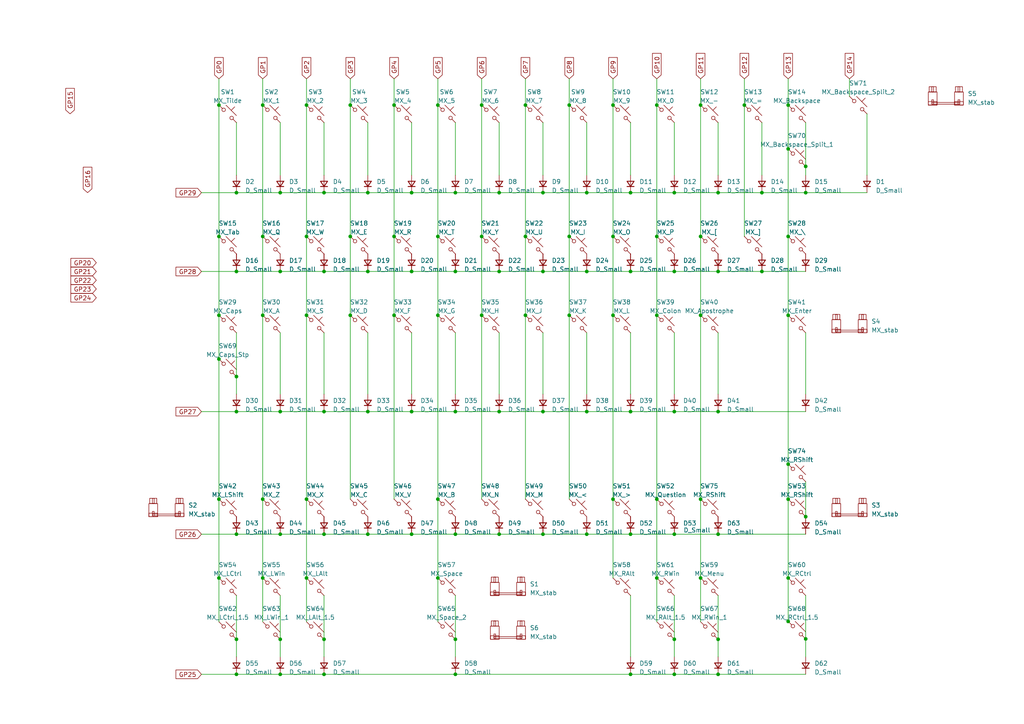
<source format=kicad_sch>
(kicad_sch (version 20230121) (generator eeschema)

  (uuid 2e3181fe-ee3c-478d-8961-58256639dc5f)

  (paper "A4")

  (lib_symbols
    (symbol "Device:D_Small" (pin_numbers hide) (pin_names (offset 0.254) hide) (in_bom yes) (on_board yes)
      (property "Reference" "D" (at -1.27 2.032 0)
        (effects (font (size 1.27 1.27)) (justify left))
      )
      (property "Value" "D_Small" (at -3.81 -2.032 0)
        (effects (font (size 1.27 1.27)) (justify left))
      )
      (property "Footprint" "" (at 0 0 90)
        (effects (font (size 1.27 1.27)) hide)
      )
      (property "Datasheet" "~" (at 0 0 90)
        (effects (font (size 1.27 1.27)) hide)
      )
      (property "ki_keywords" "diode" (at 0 0 0)
        (effects (font (size 1.27 1.27)) hide)
      )
      (property "ki_description" "Diode, small symbol" (at 0 0 0)
        (effects (font (size 1.27 1.27)) hide)
      )
      (property "ki_fp_filters" "TO-???* *_Diode_* *SingleDiode* D_*" (at 0 0 0)
        (effects (font (size 1.27 1.27)) hide)
      )
      (symbol "D_Small_0_1"
        (polyline
          (pts
            (xy -0.762 -1.016)
            (xy -0.762 1.016)
          )
          (stroke (width 0.254) (type default))
          (fill (type none))
        )
        (polyline
          (pts
            (xy -0.762 0)
            (xy 0.762 0)
          )
          (stroke (width 0) (type default))
          (fill (type none))
        )
        (polyline
          (pts
            (xy 0.762 -1.016)
            (xy -0.762 0)
            (xy 0.762 1.016)
            (xy 0.762 -1.016)
          )
          (stroke (width 0.254) (type default))
          (fill (type none))
        )
      )
      (symbol "D_Small_1_1"
        (pin passive line (at -2.54 0 0) (length 1.778)
          (name "K" (effects (font (size 1.27 1.27))))
          (number "1" (effects (font (size 1.27 1.27))))
        )
        (pin passive line (at 2.54 0 180) (length 1.778)
          (name "A" (effects (font (size 1.27 1.27))))
          (number "2" (effects (font (size 1.27 1.27))))
        )
      )
    )
    (symbol "marbastlib-mx:MX_SW_solder" (pin_numbers hide) (pin_names (offset 1.016) hide) (in_bom yes) (on_board yes)
      (property "Reference" "SW" (at 3.048 1.016 0)
        (effects (font (size 1.27 1.27)) (justify left))
      )
      (property "Value" "MX_SW_solder" (at 0 -3.81 0)
        (effects (font (size 1.27 1.27)))
      )
      (property "Footprint" "marbastlib-mx:SW_MX_1u" (at 0 0 0)
        (effects (font (size 1.27 1.27)) hide)
      )
      (property "Datasheet" "~" (at 0 0 0)
        (effects (font (size 1.27 1.27)) hide)
      )
      (property "ki_keywords" "switch normally-open pushbutton push-button" (at 0 0 0)
        (effects (font (size 1.27 1.27)) hide)
      )
      (property "ki_description" "Push button switch, normally open, two pins, 45° tilted" (at 0 0 0)
        (effects (font (size 1.27 1.27)) hide)
      )
      (symbol "MX_SW_solder_0_1"
        (circle (center -1.1684 1.1684) (radius 0.508)
          (stroke (width 0) (type default))
          (fill (type none))
        )
        (polyline
          (pts
            (xy -0.508 2.54)
            (xy 2.54 -0.508)
          )
          (stroke (width 0) (type default))
          (fill (type none))
        )
        (polyline
          (pts
            (xy 1.016 1.016)
            (xy 2.032 2.032)
          )
          (stroke (width 0) (type default))
          (fill (type none))
        )
        (polyline
          (pts
            (xy -2.54 2.54)
            (xy -1.524 1.524)
            (xy -1.524 1.524)
          )
          (stroke (width 0) (type default))
          (fill (type none))
        )
        (polyline
          (pts
            (xy 1.524 -1.524)
            (xy 2.54 -2.54)
            (xy 2.54 -2.54)
            (xy 2.54 -2.54)
          )
          (stroke (width 0) (type default))
          (fill (type none))
        )
        (circle (center 1.143 -1.1938) (radius 0.508)
          (stroke (width 0) (type default))
          (fill (type none))
        )
        (pin passive line (at -2.54 2.54 0) (length 0)
          (name "1" (effects (font (size 1.27 1.27))))
          (number "1" (effects (font (size 1.27 1.27))))
        )
        (pin passive line (at 2.54 -2.54 180) (length 0)
          (name "2" (effects (font (size 1.27 1.27))))
          (number "2" (effects (font (size 1.27 1.27))))
        )
      )
    )
    (symbol "marbastlib-mx:MX_stab" (pin_names (offset 1.016)) (in_bom yes) (on_board yes)
      (property "Reference" "S" (at -5.08 6.35 0)
        (effects (font (size 1.27 1.27)) (justify left))
      )
      (property "Value" "MX_stab" (at -5.08 3.81 0)
        (effects (font (size 1.27 1.27)) (justify left))
      )
      (property "Footprint" "marbastlib-mx:STAB_MX_P_6.25u" (at 0 0 0)
        (effects (font (size 1.27 1.27)) hide)
      )
      (property "Datasheet" "" (at 0 0 0)
        (effects (font (size 1.27 1.27)) hide)
      )
      (property "ki_keywords" "cherry mx stabilizer stab" (at 0 0 0)
        (effects (font (size 1.27 1.27)) hide)
      )
      (property "ki_description" "Cherry MX-style stabilizer" (at 0 0 0)
        (effects (font (size 1.27 1.27)) hide)
      )
      (symbol "MX_stab_0_1"
        (rectangle (start -5.08 -1.524) (end -2.54 -2.54)
          (stroke (width 0) (type default))
          (fill (type none))
        )
        (rectangle (start -5.08 1.27) (end -2.54 -2.54)
          (stroke (width 0) (type default))
          (fill (type none))
        )
        (rectangle (start -4.826 2.794) (end -2.794 1.27)
          (stroke (width 0) (type default))
          (fill (type none))
        )
        (rectangle (start -4.064 -2.286) (end -3.556 -1.016)
          (stroke (width 0) (type default))
          (fill (type none))
        )
        (rectangle (start -4.064 -1.778) (end 4.064 -2.286)
          (stroke (width 0) (type default))
          (fill (type none))
        )
        (rectangle (start -4.064 1.27) (end -3.556 2.794)
          (stroke (width 0) (type default))
          (fill (type none))
        )
        (rectangle (start 2.54 -1.524) (end 5.08 -2.54)
          (stroke (width 0) (type default))
          (fill (type none))
        )
        (rectangle (start 2.54 1.27) (end 5.08 -2.54)
          (stroke (width 0) (type default))
          (fill (type none))
        )
        (rectangle (start 2.794 2.794) (end 4.826 1.27)
          (stroke (width 0) (type default))
          (fill (type none))
        )
        (rectangle (start 3.556 1.27) (end 4.064 2.794)
          (stroke (width 0) (type default))
          (fill (type none))
        )
        (rectangle (start 4.064 -2.286) (end 3.556 -1.016)
          (stroke (width 0) (type default))
          (fill (type none))
        )
      )
    )
  )

  (junction (at 165.1 91.44) (diameter 0) (color 0 0 0 0)
    (uuid 0547d373-e2d7-4ce1-8357-f4cbc9a7d4f0)
  )
  (junction (at 228.6 167.64) (diameter 0) (color 0 0 0 0)
    (uuid 07851f7a-fe5e-422f-bc06-04a742861467)
  )
  (junction (at 228.6 43.18) (diameter 0) (color 0 0 0 0)
    (uuid 08325a9b-ea1e-4b1c-88e3-b148a945b5a9)
  )
  (junction (at 165.1 68.58) (diameter 0) (color 0 0 0 0)
    (uuid 0f42abb6-13fe-429d-888e-9d38942cf734)
  )
  (junction (at 195.58 154.94) (diameter 0) (color 0 0 0 0)
    (uuid 14a5b761-e9d2-42f4-8534-f0b8e71597cf)
  )
  (junction (at 182.88 55.88) (diameter 0) (color 0 0 0 0)
    (uuid 1585bd76-2065-4387-afd5-63d57e58ff13)
  )
  (junction (at 220.98 55.88) (diameter 0) (color 0 0 0 0)
    (uuid 1797662a-d3c7-4f34-a9e8-24cc5c116914)
  )
  (junction (at 208.28 55.88) (diameter 0) (color 0 0 0 0)
    (uuid 18c6fe65-aaad-44eb-ba51-ecdd42de33fc)
  )
  (junction (at 76.2 91.44) (diameter 0) (color 0 0 0 0)
    (uuid 1a74e408-5d83-4040-a652-875b00e96e72)
  )
  (junction (at 68.58 185.42) (diameter 0) (color 0 0 0 0)
    (uuid 1ca5f4bf-c7b3-4c6a-b71a-9fbcdc4c1b05)
  )
  (junction (at 139.7 30.48) (diameter 0) (color 0 0 0 0)
    (uuid 1e20d36e-9974-45e0-9489-41a246db264d)
  )
  (junction (at 63.5 91.44) (diameter 0) (color 0 0 0 0)
    (uuid 20b057c1-a985-4e74-baaa-352bd56cf056)
  )
  (junction (at 132.08 154.94) (diameter 0) (color 0 0 0 0)
    (uuid 224c3cc2-3077-48d4-bc46-130f2e8487c8)
  )
  (junction (at 106.68 78.74) (diameter 0) (color 0 0 0 0)
    (uuid 22e984f8-6c8e-4870-8bfa-0df54f50f1ec)
  )
  (junction (at 76.2 167.64) (diameter 0) (color 0 0 0 0)
    (uuid 2a28dfbd-8f03-40f3-992b-3546f8bfc670)
  )
  (junction (at 127 30.48) (diameter 0) (color 0 0 0 0)
    (uuid 2a4916fc-bfff-44fc-af09-67e588d858bb)
  )
  (junction (at 152.4 68.58) (diameter 0) (color 0 0 0 0)
    (uuid 2eb972a2-0096-4e74-b7d5-bfdcc7e5ecf4)
  )
  (junction (at 76.2 144.78) (diameter 0) (color 0 0 0 0)
    (uuid 30dea801-e843-4d8e-9a12-988a3634cd60)
  )
  (junction (at 106.68 154.94) (diameter 0) (color 0 0 0 0)
    (uuid 32410792-26fa-47fb-83c2-996f2a97df65)
  )
  (junction (at 101.6 91.44) (diameter 0) (color 0 0 0 0)
    (uuid 356f647f-b0c4-437e-a4ee-9e2cf286e310)
  )
  (junction (at 157.48 78.74) (diameter 0) (color 0 0 0 0)
    (uuid 364ecf15-4b74-4149-8d38-63c05c6eef7a)
  )
  (junction (at 119.38 78.74) (diameter 0) (color 0 0 0 0)
    (uuid 36e0d8e5-87cf-478c-bc25-0fe214ba1c7f)
  )
  (junction (at 68.58 119.38) (diameter 0) (color 0 0 0 0)
    (uuid 38179fed-0fc3-4817-aece-707e4289bc41)
  )
  (junction (at 114.3 91.44) (diameter 0) (color 0 0 0 0)
    (uuid 3bf49515-cfbd-4860-9e11-17eca080d199)
  )
  (junction (at 101.6 30.48) (diameter 0) (color 0 0 0 0)
    (uuid 3f9e9934-5397-40ed-95be-c1c2438e7daf)
  )
  (junction (at 182.88 195.58) (diameter 0) (color 0 0 0 0)
    (uuid 403c92c9-238c-42a7-81d8-0f58ec5c38f1)
  )
  (junction (at 119.38 154.94) (diameter 0) (color 0 0 0 0)
    (uuid 40635505-5e81-49a4-9827-53621fdb2f72)
  )
  (junction (at 132.08 195.58) (diameter 0) (color 0 0 0 0)
    (uuid 4174dadc-6687-4d3b-92ad-0d4af45dca0a)
  )
  (junction (at 208.28 119.38) (diameter 0) (color 0 0 0 0)
    (uuid 41edc18f-bda8-4ca5-b1f8-f484cc215fbb)
  )
  (junction (at 152.4 30.48) (diameter 0) (color 0 0 0 0)
    (uuid 448396fa-f66d-47af-9bf2-d62feef84345)
  )
  (junction (at 88.9 30.48) (diameter 0) (color 0 0 0 0)
    (uuid 467b5caf-21a1-47e8-b1ac-6494dc795b05)
  )
  (junction (at 127 144.78) (diameter 0) (color 0 0 0 0)
    (uuid 494233b8-8b4d-4e2a-9624-ad740d92d3b8)
  )
  (junction (at 190.5 167.64) (diameter 0) (color 0 0 0 0)
    (uuid 499a9786-13a1-4ca2-b7ba-fc624115b2d0)
  )
  (junction (at 101.6 68.58) (diameter 0) (color 0 0 0 0)
    (uuid 4acac9d2-94fb-471b-8826-578bda55f8e4)
  )
  (junction (at 203.2 167.64) (diameter 0) (color 0 0 0 0)
    (uuid 4e85c6e6-80ad-42fb-9176-dc2e12834bc8)
  )
  (junction (at 182.88 119.38) (diameter 0) (color 0 0 0 0)
    (uuid 4eca3e9b-5ecc-4f2f-926a-e76543d4c377)
  )
  (junction (at 88.9 167.64) (diameter 0) (color 0 0 0 0)
    (uuid 52cba8b9-c4f6-4737-ba99-d524b9f2dd72)
  )
  (junction (at 88.9 68.58) (diameter 0) (color 0 0 0 0)
    (uuid 534244ac-6f33-46aa-8220-d44c420485df)
  )
  (junction (at 81.28 154.94) (diameter 0) (color 0 0 0 0)
    (uuid 545c931d-62ec-431c-8e41-031a0c2a26f9)
  )
  (junction (at 132.08 119.38) (diameter 0) (color 0 0 0 0)
    (uuid 57374b28-4ca4-4b10-8ee9-cb6a5a957299)
  )
  (junction (at 93.98 78.74) (diameter 0) (color 0 0 0 0)
    (uuid 579188e9-d70f-482a-8b20-63a310d07c5e)
  )
  (junction (at 81.28 78.74) (diameter 0) (color 0 0 0 0)
    (uuid 59cc3bfb-ef0d-4293-b482-ca395e9dd835)
  )
  (junction (at 144.78 119.38) (diameter 0) (color 0 0 0 0)
    (uuid 5c09a252-c0dc-4a4f-8750-2daf524fcdc4)
  )
  (junction (at 195.58 55.88) (diameter 0) (color 0 0 0 0)
    (uuid 5c3f784c-f2df-4ae4-aab2-2ca79856306d)
  )
  (junction (at 68.58 78.74) (diameter 0) (color 0 0 0 0)
    (uuid 5c64b45d-e60d-465d-8772-725edd04eca3)
  )
  (junction (at 170.18 154.94) (diameter 0) (color 0 0 0 0)
    (uuid 5c7cbd72-f392-4978-8dd4-890a91ead9df)
  )
  (junction (at 88.9 144.78) (diameter 0) (color 0 0 0 0)
    (uuid 5ecb9b01-d868-4303-aae7-d82d5a14d16a)
  )
  (junction (at 182.88 78.74) (diameter 0) (color 0 0 0 0)
    (uuid 6092b98d-8e1b-4bb9-9fa4-cda3d18fe7de)
  )
  (junction (at 177.8 91.44) (diameter 0) (color 0 0 0 0)
    (uuid 60ec3056-1731-40a0-afc1-69f743e74b6d)
  )
  (junction (at 81.28 195.58) (diameter 0) (color 0 0 0 0)
    (uuid 61b71e17-b26c-497f-8e0d-0d3e2b58e690)
  )
  (junction (at 152.4 91.44) (diameter 0) (color 0 0 0 0)
    (uuid 62dd4a8f-9580-44ce-8663-d23bd5725356)
  )
  (junction (at 220.98 78.74) (diameter 0) (color 0 0 0 0)
    (uuid 62f161e5-c594-483f-b0b6-2084cbd5e933)
  )
  (junction (at 68.58 109.22) (diameter 0) (color 0 0 0 0)
    (uuid 64a96e83-e005-4937-b7fb-78164b19a0d6)
  )
  (junction (at 195.58 119.38) (diameter 0) (color 0 0 0 0)
    (uuid 6748d84b-90e0-4267-a5cd-d05487deacec)
  )
  (junction (at 63.5 68.58) (diameter 0) (color 0 0 0 0)
    (uuid 690df4fc-1e06-4868-a6f0-7119bd1abbd8)
  )
  (junction (at 190.5 144.78) (diameter 0) (color 0 0 0 0)
    (uuid 6f63e21c-094b-4708-b3c9-8652d306f408)
  )
  (junction (at 127 68.58) (diameter 0) (color 0 0 0 0)
    (uuid 73a8e448-c71e-4c56-bdf6-e7c7f14a5da1)
  )
  (junction (at 228.6 68.58) (diameter 0) (color 0 0 0 0)
    (uuid 740152f4-3100-4ab1-b5ba-388e55eadc59)
  )
  (junction (at 144.78 78.74) (diameter 0) (color 0 0 0 0)
    (uuid 74efdae5-e980-4ec4-9dad-381b69548778)
  )
  (junction (at 127 167.64) (diameter 0) (color 0 0 0 0)
    (uuid 75803483-c5ee-4b12-8e12-079e08a296b2)
  )
  (junction (at 233.68 149.86) (diameter 0) (color 0 0 0 0)
    (uuid 76e477bb-094d-4dd2-9cbd-65885df7f39e)
  )
  (junction (at 208.28 78.74) (diameter 0) (color 0 0 0 0)
    (uuid 777abb0b-4551-4d3e-8e1c-0c55322a86df)
  )
  (junction (at 157.48 154.94) (diameter 0) (color 0 0 0 0)
    (uuid 77c3bc69-810a-467f-8304-34c9c6eabb11)
  )
  (junction (at 170.18 119.38) (diameter 0) (color 0 0 0 0)
    (uuid 7aaf12f9-5fc9-40a8-bbba-2437200e9bb1)
  )
  (junction (at 177.8 30.48) (diameter 0) (color 0 0 0 0)
    (uuid 7def69e5-9688-45d6-a08f-4386562ff933)
  )
  (junction (at 233.68 185.3096) (diameter 0) (color 0 0 0 0)
    (uuid 7f9b0816-721b-412d-9c60-f65f2637f1ef)
  )
  (junction (at 215.9 30.48) (diameter 0) (color 0 0 0 0)
    (uuid 8e26fc88-8167-46bd-a5c9-c722116d505b)
  )
  (junction (at 157.48 119.38) (diameter 0) (color 0 0 0 0)
    (uuid 8ef917e2-dc87-4861-b563-a07730062918)
  )
  (junction (at 93.98 185.42) (diameter 0) (color 0 0 0 0)
    (uuid 9341788b-529c-4108-a114-8f0486ecd895)
  )
  (junction (at 106.68 55.88) (diameter 0) (color 0 0 0 0)
    (uuid 938cbe85-b417-4b6b-b0f5-e9934792f651)
  )
  (junction (at 208.28 195.58) (diameter 0) (color 0 0 0 0)
    (uuid 94539463-0de8-4753-bced-0aee6a6105e4)
  )
  (junction (at 88.9 91.44) (diameter 0) (color 0 0 0 0)
    (uuid 957a881a-1898-4825-8810-8b8ec1577837)
  )
  (junction (at 114.3 68.58) (diameter 0) (color 0 0 0 0)
    (uuid 9765edf4-4580-4ffd-91ea-61b64c875578)
  )
  (junction (at 195.58 195.58) (diameter 0) (color 0 0 0 0)
    (uuid 979aeabe-b0bc-4dd0-bfb3-da15465bb3c2)
  )
  (junction (at 170.18 78.74) (diameter 0) (color 0 0 0 0)
    (uuid 9b759f13-bb6b-48f8-936d-c2477af2c174)
  )
  (junction (at 127 91.44) (diameter 0) (color 0 0 0 0)
    (uuid 9bb1f504-8802-4af0-8213-a446f990070f)
  )
  (junction (at 144.78 154.94) (diameter 0) (color 0 0 0 0)
    (uuid 9d2bb31c-e274-4ffe-9812-0c6dbdd60ab8)
  )
  (junction (at 63.5 144.78) (diameter 0) (color 0 0 0 0)
    (uuid 9deb922a-692f-44f7-ac29-d89656af6d3f)
  )
  (junction (at 144.78 55.88) (diameter 0) (color 0 0 0 0)
    (uuid 9eee9b1f-91ea-4f90-a206-0973c1296972)
  )
  (junction (at 228.6 30.48) (diameter 0) (color 0 0 0 0)
    (uuid a0386a52-db5f-4d72-b2d0-eb443c8300fd)
  )
  (junction (at 93.98 154.94) (diameter 0) (color 0 0 0 0)
    (uuid a0c59c8e-4b0f-4fdc-a16c-c18055714302)
  )
  (junction (at 228.6 144.78) (diameter 0) (color 0 0 0 0)
    (uuid a15888ba-e4d2-4304-be38-00c0ac6c3dc3)
  )
  (junction (at 119.38 119.38) (diameter 0) (color 0 0 0 0)
    (uuid a1885914-dcaa-4211-8bcd-f7c49da1e759)
  )
  (junction (at 203.2 91.44) (diameter 0) (color 0 0 0 0)
    (uuid a3e0ed14-c435-4ea8-8221-c78e8dbf9013)
  )
  (junction (at 208.28 154.94) (diameter 0) (color 0 0 0 0)
    (uuid a4139e82-a0d1-4ab7-92c2-3463b4879a5c)
  )
  (junction (at 195.58 78.74) (diameter 0) (color 0 0 0 0)
    (uuid a6da7791-c3dd-4fb8-ad58-d07553294f96)
  )
  (junction (at 165.1 30.48) (diameter 0) (color 0 0 0 0)
    (uuid a776bb87-b0f9-49ef-a188-9048302c506f)
  )
  (junction (at 228.6 134.62) (diameter 0) (color 0 0 0 0)
    (uuid a87a205a-dc56-4224-abf6-e4b33144976f)
  )
  (junction (at 119.38 55.88) (diameter 0) (color 0 0 0 0)
    (uuid a9112d22-0faa-4290-8728-9b9196a8a0d5)
  )
  (junction (at 190.5 30.48) (diameter 0) (color 0 0 0 0)
    (uuid aad9136c-4161-44fc-961a-7dbb81db0799)
  )
  (junction (at 233.68 55.88) (diameter 0) (color 0 0 0 0)
    (uuid abfe5c1e-cddb-4f42-9fea-ddd9abf12c72)
  )
  (junction (at 63.5 167.64) (diameter 0) (color 0 0 0 0)
    (uuid ae279207-4510-4052-b5d7-eec4584d1a6d)
  )
  (junction (at 203.2 30.48) (diameter 0) (color 0 0 0 0)
    (uuid aea1d958-2afa-44bf-a922-6bb637e4cecf)
  )
  (junction (at 81.28 119.38) (diameter 0) (color 0 0 0 0)
    (uuid af152445-157e-4a8c-908a-88a1ca57ad25)
  )
  (junction (at 195.58 185.42) (diameter 0) (color 0 0 0 0)
    (uuid af3fb9fe-f63f-4820-9be4-8a61a776e7c0)
  )
  (junction (at 233.68 48.26) (diameter 0) (color 0 0 0 0)
    (uuid b1657170-90fd-4655-a128-a79a2e0cc07a)
  )
  (junction (at 190.5 91.44) (diameter 0) (color 0 0 0 0)
    (uuid b563f39b-7426-49b1-ad50-82c12172338c)
  )
  (junction (at 139.7 91.44) (diameter 0) (color 0 0 0 0)
    (uuid b5caa565-c752-4e9c-9007-fd6fa9446bce)
  )
  (junction (at 170.18 55.88) (diameter 0) (color 0 0 0 0)
    (uuid b6ad8f62-de51-4760-a56d-8b0af774d40f)
  )
  (junction (at 177.8 68.58) (diameter 0) (color 0 0 0 0)
    (uuid ba17aa97-01b1-4ed8-b78f-669d2f300f1c)
  )
  (junction (at 106.68 119.38) (diameter 0) (color 0 0 0 0)
    (uuid bb8c34f1-c208-461c-849a-8a33d18ce009)
  )
  (junction (at 93.98 119.38) (diameter 0) (color 0 0 0 0)
    (uuid bc88ee0c-bba8-4b4a-b198-d4704a2e3db1)
  )
  (junction (at 182.88 154.94) (diameter 0) (color 0 0 0 0)
    (uuid bd1699a9-723b-42aa-9845-9362bf01afc4)
  )
  (junction (at 132.08 55.88) (diameter 0) (color 0 0 0 0)
    (uuid bd1d2237-3b0d-4f85-a701-8d8ceec09ed7)
  )
  (junction (at 93.98 195.58) (diameter 0) (color 0 0 0 0)
    (uuid bd8f815a-70fb-4b00-9a09-b9b0d387b960)
  )
  (junction (at 132.08 78.74) (diameter 0) (color 0 0 0 0)
    (uuid c1d71a2b-862a-476c-8be7-5d5db67e5ef7)
  )
  (junction (at 228.6 91.44) (diameter 0) (color 0 0 0 0)
    (uuid c7956c6a-84a8-4679-b201-3b3dc10310c4)
  )
  (junction (at 190.5 68.58) (diameter 0) (color 0 0 0 0)
    (uuid cb6305aa-d56f-45ba-bd69-473f518291ae)
  )
  (junction (at 208.28 185.42) (diameter 0) (color 0 0 0 0)
    (uuid cbb71481-bd62-4337-af8b-34323a624f62)
  )
  (junction (at 68.58 55.88) (diameter 0) (color 0 0 0 0)
    (uuid ce40289f-f934-4abc-a512-d0567752ed41)
  )
  (junction (at 228.6 180.2296) (diameter 0) (color 0 0 0 0)
    (uuid cfb2764a-8ffe-41a6-9623-b67a67468df9)
  )
  (junction (at 93.98 55.88) (diameter 0) (color 0 0 0 0)
    (uuid d13279d9-c101-4ad3-8eb3-bccf24f55e24)
  )
  (junction (at 203.2 144.78) (diameter 0) (color 0 0 0 0)
    (uuid d1a4b965-1f62-4779-9a7d-e9b13d780e53)
  )
  (junction (at 63.5 30.48) (diameter 0) (color 0 0 0 0)
    (uuid d71f8860-c462-4f29-8bf7-b38841568546)
  )
  (junction (at 68.58 195.58) (diameter 0) (color 0 0 0 0)
    (uuid de0252af-274c-4fe8-bf59-ba6a4d4180f6)
  )
  (junction (at 76.2 68.58) (diameter 0) (color 0 0 0 0)
    (uuid dfa04dca-4023-4ee9-838c-d42aac30db4f)
  )
  (junction (at 81.28 185.42) (diameter 0) (color 0 0 0 0)
    (uuid e2be871d-f1aa-40dd-b988-aff82bbd6fce)
  )
  (junction (at 63.5 104.14) (diameter 0) (color 0 0 0 0)
    (uuid e3c6244a-d4a9-410b-881e-d4c17523d186)
  )
  (junction (at 76.2 30.48) (diameter 0) (color 0 0 0 0)
    (uuid e8ea64a4-02ac-4c38-bcb4-c2dcf5082078)
  )
  (junction (at 68.58 154.94) (diameter 0) (color 0 0 0 0)
    (uuid eaba1c5e-4b2a-4055-ad2e-4ce92914be34)
  )
  (junction (at 114.3 30.48) (diameter 0) (color 0 0 0 0)
    (uuid f1aec39c-2a79-404a-a47e-f2a1d01fef33)
  )
  (junction (at 157.48 55.88) (diameter 0) (color 0 0 0 0)
    (uuid f3800135-1e07-4883-a11f-e08d2b99c78e)
  )
  (junction (at 139.7 68.58) (diameter 0) (color 0 0 0 0)
    (uuid f3985128-2103-4fb9-937a-23f4f67913a7)
  )
  (junction (at 203.2 68.58) (diameter 0) (color 0 0 0 0)
    (uuid f7312ebf-ec41-4481-a512-67856a8e4789)
  )
  (junction (at 81.28 55.88) (diameter 0) (color 0 0 0 0)
    (uuid f7a4f98f-0274-4e5a-8ac3-8aeaf711b04a)
  )
  (junction (at 177.8 144.78) (diameter 0) (color 0 0 0 0)
    (uuid fb3cb055-ac96-4582-a6fd-e4f7ab609850)
  )
  (junction (at 132.08 185.42) (diameter 0) (color 0 0 0 0)
    (uuid fc5b2f07-9e1c-4466-8cbf-493f569ba08b)
  )

  (wire (pts (xy 132.08 114.3) (xy 132.08 96.52))
    (stroke (width 0) (type default))
    (uuid 00593f42-4cb0-48b6-b250-0c6015917631)
  )
  (wire (pts (xy 203.2 144.78) (xy 203.2 167.64))
    (stroke (width 0) (type default))
    (uuid 0089e7fc-be36-4c3f-bdf3-a1b2302dbb46)
  )
  (wire (pts (xy 182.88 78.74) (xy 195.58 78.74))
    (stroke (width 0) (type default))
    (uuid 01a0b50c-ea78-4e53-b767-392b0b0a27c4)
  )
  (wire (pts (xy 119.38 55.88) (xy 132.08 55.88))
    (stroke (width 0) (type default))
    (uuid 01bf9dc3-e86c-4d73-9fc1-e63feab1cc2b)
  )
  (wire (pts (xy 190.5 68.58) (xy 190.5 91.44))
    (stroke (width 0) (type default))
    (uuid 027c5d41-28fd-44ec-9bd7-2798dc91cb0d)
  )
  (wire (pts (xy 127 68.58) (xy 127 91.44))
    (stroke (width 0) (type default))
    (uuid 033ea0b5-4cd9-4808-8cc9-65ed9da87b8e)
  )
  (wire (pts (xy 119.38 114.3) (xy 119.38 96.52))
    (stroke (width 0) (type default))
    (uuid 03553046-8565-451d-b9bd-546bf3e6df19)
  )
  (wire (pts (xy 170.18 119.38) (xy 182.88 119.38))
    (stroke (width 0) (type default))
    (uuid 03b2652d-167c-48d9-b0f8-5d5682a380e1)
  )
  (wire (pts (xy 144.78 78.74) (xy 157.48 78.74))
    (stroke (width 0) (type default))
    (uuid 03d73657-2717-4046-9b35-61e077643561)
  )
  (wire (pts (xy 170.18 114.3) (xy 170.18 96.52))
    (stroke (width 0) (type default))
    (uuid 0436de90-10df-44b9-8fb4-c3bb2f6a5b84)
  )
  (wire (pts (xy 119.38 119.38) (xy 132.08 119.38))
    (stroke (width 0) (type default))
    (uuid 04b6f9a5-0d7a-46c4-91f5-72c0238955e1)
  )
  (wire (pts (xy 233.68 190.5) (xy 233.68 185.3096))
    (stroke (width 0) (type default))
    (uuid 07f5382b-d1fb-4965-bd41-9611b58159ba)
  )
  (wire (pts (xy 76.2 167.64) (xy 76.2 180.34))
    (stroke (width 0) (type default))
    (uuid 09b28617-f71c-4f34-b427-72fa89a17d7d)
  )
  (wire (pts (xy 68.58 119.38) (xy 81.28 119.38))
    (stroke (width 0) (type default))
    (uuid 0a31f8fc-8d78-4ba5-95b9-0232689fada1)
  )
  (wire (pts (xy 203.2 30.48) (xy 203.2 68.58))
    (stroke (width 0) (type default))
    (uuid 0b5814bf-1e7a-4f39-a74f-57e9b71a4566)
  )
  (wire (pts (xy 228.6 167.64) (xy 228.6 180.2296))
    (stroke (width 0) (type default))
    (uuid 0e1ea01a-b48b-492c-b4b3-ba1748494dc2)
  )
  (wire (pts (xy 177.8 68.58) (xy 177.8 91.44))
    (stroke (width 0) (type default))
    (uuid 10df4319-bc1a-4262-ac0c-356a7a3329e3)
  )
  (wire (pts (xy 233.68 48.26) (xy 233.68 35.56))
    (stroke (width 0) (type default))
    (uuid 113627df-c39d-4873-a70e-24cae0214f99)
  )
  (wire (pts (xy 182.88 195.58) (xy 195.58 195.58))
    (stroke (width 0) (type default))
    (uuid 11524143-40ad-4ca0-ba16-17d76990e098)
  )
  (wire (pts (xy 132.08 55.88) (xy 144.78 55.88))
    (stroke (width 0) (type default))
    (uuid 15b97d12-223a-46b7-a770-ce1636716b63)
  )
  (wire (pts (xy 132.08 185.42) (xy 132.08 172.72))
    (stroke (width 0) (type default))
    (uuid 1693014b-1882-41ec-8ae8-3b80e0efbcd1)
  )
  (wire (pts (xy 93.98 154.94) (xy 106.68 154.94))
    (stroke (width 0) (type default))
    (uuid 17cdd780-e9b4-4aa2-a0ee-fb5fc9cd3bca)
  )
  (wire (pts (xy 233.68 139.7) (xy 233.68 149.86))
    (stroke (width 0) (type default))
    (uuid 1b484a86-8c1f-4344-a8ca-158c10503615)
  )
  (wire (pts (xy 132.08 50.8) (xy 132.08 35.56))
    (stroke (width 0) (type default))
    (uuid 204e74d6-9934-4818-934f-8ad1cf7abe69)
  )
  (wire (pts (xy 88.9 91.44) (xy 88.9 144.78))
    (stroke (width 0) (type default))
    (uuid 21ca90e9-f9fd-4dcb-8c26-e799cba8c462)
  )
  (wire (pts (xy 58.42 55.88) (xy 68.58 55.88))
    (stroke (width 0) (type default))
    (uuid 229dccfc-89ed-4f09-9359-079c3675a790)
  )
  (wire (pts (xy 165.1 68.58) (xy 165.1 91.44))
    (stroke (width 0) (type default))
    (uuid 24b73dcc-3605-4222-a56f-6dac576e84e8)
  )
  (wire (pts (xy 68.58 109.22) (xy 68.58 96.52))
    (stroke (width 0) (type default))
    (uuid 259abc43-08b2-4e85-82bc-04f68653e6e8)
  )
  (wire (pts (xy 170.18 154.94) (xy 182.88 154.94))
    (stroke (width 0) (type default))
    (uuid 26e1dabd-02d5-409e-a047-648c6823081d)
  )
  (wire (pts (xy 76.2 91.44) (xy 76.2 144.78))
    (stroke (width 0) (type default))
    (uuid 2848fe6f-c2ae-40a3-a097-f84f14804498)
  )
  (wire (pts (xy 68.58 195.58) (xy 81.28 195.58))
    (stroke (width 0) (type default))
    (uuid 29966892-6ad3-4941-ac71-0c4a5e59acd1)
  )
  (wire (pts (xy 157.48 154.94) (xy 170.18 154.94))
    (stroke (width 0) (type default))
    (uuid 2b75e6cf-73f9-47c1-aa62-070eb210086d)
  )
  (wire (pts (xy 208.28 190.5) (xy 208.28 185.42))
    (stroke (width 0) (type default))
    (uuid 2e21502d-0ad7-4e2e-8627-f81d68062978)
  )
  (wire (pts (xy 139.7 22.86) (xy 139.7 30.48))
    (stroke (width 0) (type default))
    (uuid 2ec52e84-a6af-46d7-a2a1-10b4292031b8)
  )
  (wire (pts (xy 177.8 144.78) (xy 177.8 167.64))
    (stroke (width 0) (type default))
    (uuid 31b7bfcb-d338-41d9-8b94-90b9ffb023b2)
  )
  (wire (pts (xy 132.08 119.38) (xy 144.78 119.38))
    (stroke (width 0) (type default))
    (uuid 32b92ae5-aaa0-4938-ac48-63ab50ae8d8b)
  )
  (wire (pts (xy 68.58 154.94) (xy 81.28 154.94))
    (stroke (width 0) (type default))
    (uuid 32c41291-1d58-4b3f-a932-a9f6f59086c9)
  )
  (wire (pts (xy 233.68 50.8) (xy 233.68 48.26))
    (stroke (width 0) (type default))
    (uuid 33569c26-1faa-40de-b2db-ac8040fbf024)
  )
  (wire (pts (xy 208.28 50.8) (xy 208.28 35.56))
    (stroke (width 0) (type default))
    (uuid 37f66f25-edcf-4305-a58a-1b308a911b61)
  )
  (wire (pts (xy 182.88 119.38) (xy 195.58 119.38))
    (stroke (width 0) (type default))
    (uuid 3b792cb2-bb6f-4663-9eb3-618b0e5a5435)
  )
  (wire (pts (xy 93.98 195.58) (xy 132.08 195.58))
    (stroke (width 0) (type default))
    (uuid 3d98f947-8186-4416-9893-dc17414440b9)
  )
  (wire (pts (xy 58.42 119.38) (xy 68.58 119.38))
    (stroke (width 0) (type default))
    (uuid 3e0e6a11-7201-4145-9e97-0c1a0effff06)
  )
  (wire (pts (xy 144.78 50.8) (xy 144.78 35.56))
    (stroke (width 0) (type default))
    (uuid 3e63c389-7e2b-4faa-a523-5e94015326d4)
  )
  (wire (pts (xy 76.2 30.48) (xy 76.2 68.58))
    (stroke (width 0) (type default))
    (uuid 40545f8f-3a0e-49e5-be11-ec354dd7b403)
  )
  (wire (pts (xy 106.68 114.3) (xy 106.68 96.52))
    (stroke (width 0) (type default))
    (uuid 4183dd8d-092d-404b-9911-634ad61c7387)
  )
  (wire (pts (xy 228.6 43.18) (xy 228.6 68.58))
    (stroke (width 0) (type default))
    (uuid 42a5f71e-27c8-4972-b34b-edd9bbcd9add)
  )
  (wire (pts (xy 88.9 22.86) (xy 88.9 30.48))
    (stroke (width 0) (type default))
    (uuid 4421e6a5-22be-4e8b-a7bc-e3d7d65074fd)
  )
  (wire (pts (xy 63.5 104.14) (xy 63.5 144.78))
    (stroke (width 0) (type default))
    (uuid 45fd29c7-d43e-425d-891a-1eede7b7d762)
  )
  (wire (pts (xy 220.98 50.8) (xy 220.98 35.56))
    (stroke (width 0) (type default))
    (uuid 46d02692-1c47-41f9-91a9-c7edb198553f)
  )
  (wire (pts (xy 127 22.86) (xy 127 30.48))
    (stroke (width 0) (type default))
    (uuid 46e4f1a5-cd6a-4608-8d3c-479f4d79b0a2)
  )
  (wire (pts (xy 81.28 119.38) (xy 93.98 119.38))
    (stroke (width 0) (type default))
    (uuid 491dd967-b31b-40e7-8224-0dc3c29b2860)
  )
  (wire (pts (xy 228.6 22.86) (xy 228.6 30.48))
    (stroke (width 0) (type default))
    (uuid 4a047a29-d04c-443c-9ab7-b08f42d23409)
  )
  (wire (pts (xy 195.58 119.38) (xy 208.28 119.38))
    (stroke (width 0) (type default))
    (uuid 4d708066-535c-4ed1-9c4d-6f5c298eef42)
  )
  (wire (pts (xy 132.08 154.94) (xy 144.78 154.94))
    (stroke (width 0) (type default))
    (uuid 4dd14a60-4d97-4120-bcb2-3403a2e1b723)
  )
  (wire (pts (xy 144.78 114.3) (xy 144.78 96.52))
    (stroke (width 0) (type default))
    (uuid 4e65348a-56ea-41ce-a84a-71b594205e90)
  )
  (wire (pts (xy 76.2 144.78) (xy 76.2 167.64))
    (stroke (width 0) (type default))
    (uuid 51b016f6-971c-4ec2-aea1-cf32e9ccdfc2)
  )
  (wire (pts (xy 132.08 195.58) (xy 182.88 195.58))
    (stroke (width 0) (type default))
    (uuid 5270df1a-500b-403b-aa99-ecf13c0a97d0)
  )
  (wire (pts (xy 203.2 91.44) (xy 203.2 144.78))
    (stroke (width 0) (type default))
    (uuid 54a5c3e6-367e-45f9-a54b-b5577aa1da2c)
  )
  (wire (pts (xy 68.58 78.74) (xy 81.28 78.74))
    (stroke (width 0) (type default))
    (uuid 54d35532-e513-4875-b053-d4dbcea96bba)
  )
  (wire (pts (xy 88.9 68.58) (xy 88.9 91.44))
    (stroke (width 0) (type default))
    (uuid 57356d4e-48dd-4ac7-a534-4e6210ab41df)
  )
  (wire (pts (xy 190.5 144.78) (xy 190.5 167.64))
    (stroke (width 0) (type default))
    (uuid 5b392bdf-fd11-411f-b730-4426751ca316)
  )
  (wire (pts (xy 177.8 22.86) (xy 177.8 30.48))
    (stroke (width 0) (type default))
    (uuid 5b4b789d-2e28-457b-a019-ea9960137e2d)
  )
  (wire (pts (xy 93.98 78.74) (xy 106.68 78.74))
    (stroke (width 0) (type default))
    (uuid 5bb51e88-bce1-4807-a92b-e11101dcb4ae)
  )
  (wire (pts (xy 220.98 55.88) (xy 233.68 55.88))
    (stroke (width 0) (type default))
    (uuid 5fa050cb-6d40-4eb9-87c0-f5ab4c999e49)
  )
  (wire (pts (xy 106.68 78.74) (xy 119.38 78.74))
    (stroke (width 0) (type default))
    (uuid 60f4e04a-0c76-44e0-8b79-2012f59f79b3)
  )
  (wire (pts (xy 165.1 30.48) (xy 165.1 68.58))
    (stroke (width 0) (type default))
    (uuid 613c629b-574d-4344-bb68-ac8e6f1b1b3f)
  )
  (wire (pts (xy 152.4 91.44) (xy 152.4 144.78))
    (stroke (width 0) (type default))
    (uuid 6369df83-d30a-46a1-bb51-316716dbfb1d)
  )
  (wire (pts (xy 190.5 91.44) (xy 190.5 144.78))
    (stroke (width 0) (type default))
    (uuid 6482953e-afdd-4f91-90ad-35185fbb473b)
  )
  (wire (pts (xy 170.18 55.88) (xy 182.88 55.88))
    (stroke (width 0) (type default))
    (uuid 66699b63-9d4d-4fd5-bdb5-b878a1fd8bd4)
  )
  (wire (pts (xy 68.58 185.42) (xy 68.58 172.72))
    (stroke (width 0) (type default))
    (uuid 66ff4008-1453-45ba-a759-82db89eb587b)
  )
  (wire (pts (xy 106.68 119.38) (xy 119.38 119.38))
    (stroke (width 0) (type default))
    (uuid 69da4499-4ee4-4dee-9132-7186c826afb1)
  )
  (wire (pts (xy 58.42 78.74) (xy 68.58 78.74))
    (stroke (width 0) (type default))
    (uuid 6acc5cef-9d1b-402e-bbee-7251e1564e34)
  )
  (wire (pts (xy 157.48 55.88) (xy 170.18 55.88))
    (stroke (width 0) (type default))
    (uuid 6aded4a9-2bb0-4c20-be03-93a815a280f3)
  )
  (wire (pts (xy 157.48 119.38) (xy 170.18 119.38))
    (stroke (width 0) (type default))
    (uuid 6d4908de-a16f-4a97-87d0-483be22ce122)
  )
  (wire (pts (xy 114.3 68.58) (xy 114.3 91.44))
    (stroke (width 0) (type default))
    (uuid 6e4dfd0d-86e8-4e90-aa70-62b474441e97)
  )
  (wire (pts (xy 81.28 195.58) (xy 93.98 195.58))
    (stroke (width 0) (type default))
    (uuid 6e815cbb-5485-49c9-90d9-1c11f2cd19fe)
  )
  (wire (pts (xy 233.68 185.3096) (xy 233.68 172.72))
    (stroke (width 0) (type default))
    (uuid 6eaaf115-6c24-46f7-b0db-70be4faab402)
  )
  (wire (pts (xy 114.3 30.48) (xy 114.3 68.58))
    (stroke (width 0) (type default))
    (uuid 72198180-ac4d-47b6-9860-586a01168b16)
  )
  (wire (pts (xy 144.78 119.38) (xy 157.48 119.38))
    (stroke (width 0) (type default))
    (uuid 72d69fc5-8c27-428a-906f-70baf3d3986c)
  )
  (wire (pts (xy 101.6 68.58) (xy 101.6 91.44))
    (stroke (width 0) (type default))
    (uuid 73763a7f-07ef-4f7c-9c47-e90cd610e0e9)
  )
  (wire (pts (xy 157.48 114.3) (xy 157.48 96.52))
    (stroke (width 0) (type default))
    (uuid 744a0212-0091-43f2-a1b6-a7188d0e109e)
  )
  (wire (pts (xy 208.28 185.42) (xy 208.28 172.72))
    (stroke (width 0) (type default))
    (uuid 770afcfd-2d9c-4b86-84dc-9a503e4d07c3)
  )
  (wire (pts (xy 228.6 68.58) (xy 228.6 91.44))
    (stroke (width 0) (type default))
    (uuid 77bfaab8-cd8c-4cd2-ab04-a8b6d9dc6cb7)
  )
  (wire (pts (xy 93.98 119.38) (xy 106.68 119.38))
    (stroke (width 0) (type default))
    (uuid 77df02d3-b599-4b1d-9332-069592e589ce)
  )
  (wire (pts (xy 228.6 180.2296) (xy 228.6 180.34))
    (stroke (width 0) (type default))
    (uuid 7864c3c2-95fc-4e05-aadd-bd5894e470d4)
  )
  (wire (pts (xy 106.68 50.8) (xy 106.68 35.56))
    (stroke (width 0) (type default))
    (uuid 7b34ebdc-cf72-4037-9238-ad425af79eb4)
  )
  (wire (pts (xy 251.46 50.8) (xy 251.46 33.02))
    (stroke (width 0) (type default))
    (uuid 7c458217-f7c9-4256-a50b-ff07c74aba4e)
  )
  (wire (pts (xy 114.3 91.44) (xy 114.3 144.78))
    (stroke (width 0) (type default))
    (uuid 7d0a9a5b-e6d4-4a22-895e-4866b8876d12)
  )
  (wire (pts (xy 208.28 114.3) (xy 208.28 96.52))
    (stroke (width 0) (type default))
    (uuid 7eb186d5-c807-4250-a12d-bcb1b0c79c26)
  )
  (wire (pts (xy 132.08 78.74) (xy 144.78 78.74))
    (stroke (width 0) (type default))
    (uuid 7fa574f0-f1d3-43b7-b2a6-bbfbe42cd4e6)
  )
  (wire (pts (xy 233.68 114.3) (xy 233.68 96.52))
    (stroke (width 0) (type default))
    (uuid 82f5d3e9-11be-4098-aa0a-31b7543ef3ef)
  )
  (wire (pts (xy 208.28 78.74) (xy 220.98 78.74))
    (stroke (width 0) (type default))
    (uuid 835072a3-db46-47d2-9123-3851f612f1a9)
  )
  (wire (pts (xy 228.6 144.78) (xy 228.6 167.64))
    (stroke (width 0) (type default))
    (uuid 845b9621-01a2-4459-a2b3-5885ca7691af)
  )
  (wire (pts (xy 215.9 22.86) (xy 215.9 30.48))
    (stroke (width 0) (type default))
    (uuid 84b36116-e3c4-48b8-b044-f198bd0cf790)
  )
  (wire (pts (xy 81.28 55.88) (xy 93.98 55.88))
    (stroke (width 0) (type default))
    (uuid 8523c451-e952-4332-b15f-73a413fdffba)
  )
  (wire (pts (xy 144.78 55.88) (xy 157.48 55.88))
    (stroke (width 0) (type default))
    (uuid 85928d5b-8590-4cf7-9064-9186bc2d7699)
  )
  (wire (pts (xy 88.9 144.78) (xy 88.9 167.64))
    (stroke (width 0) (type default))
    (uuid 89836811-0fed-46ca-b2ec-c1abba2fc5ec)
  )
  (wire (pts (xy 81.28 185.42) (xy 81.28 172.72))
    (stroke (width 0) (type default))
    (uuid 8c2232bf-fd53-4a94-82bd-549d6b12e3d4)
  )
  (wire (pts (xy 139.7 91.44) (xy 139.7 144.78))
    (stroke (width 0) (type default))
    (uuid 8d5dde42-ef22-4f63-837f-5bf21d0eab43)
  )
  (wire (pts (xy 208.28 154.94) (xy 233.68 154.94))
    (stroke (width 0) (type default))
    (uuid 8f6440ae-7ba9-4816-8b9b-16595fa88639)
  )
  (wire (pts (xy 170.18 78.74) (xy 182.88 78.74))
    (stroke (width 0) (type default))
    (uuid 91794dea-ae62-4959-a5cd-3b8cc422aed7)
  )
  (wire (pts (xy 182.88 50.8) (xy 182.88 35.56))
    (stroke (width 0) (type default))
    (uuid 92bb680a-d003-4dc8-b415-305005585cb0)
  )
  (wire (pts (xy 127 30.48) (xy 127 68.58))
    (stroke (width 0) (type default))
    (uuid 93fa4c83-2f93-4ff9-8592-1aa8f08a3505)
  )
  (wire (pts (xy 119.38 50.8) (xy 119.38 35.56))
    (stroke (width 0) (type default))
    (uuid 95f91226-5c2b-4707-b0c9-1f059220bca1)
  )
  (wire (pts (xy 182.88 154.94) (xy 195.58 154.94))
    (stroke (width 0) (type default))
    (uuid 969dc680-9778-4bfa-8b32-7533f79d943f)
  )
  (wire (pts (xy 127 144.78) (xy 127 167.64))
    (stroke (width 0) (type default))
    (uuid 97ac4898-2356-409c-bd81-9356ceb69550)
  )
  (wire (pts (xy 63.5 91.44) (xy 63.5 104.14))
    (stroke (width 0) (type default))
    (uuid 985b71c2-2b61-4b9e-a230-4a53f2ec2c6f)
  )
  (wire (pts (xy 63.5 144.78) (xy 63.5 167.64))
    (stroke (width 0) (type default))
    (uuid 98bca6a0-30b3-4691-91d8-163b96b496f2)
  )
  (wire (pts (xy 195.58 50.8) (xy 195.58 35.56))
    (stroke (width 0) (type default))
    (uuid 98fff6f7-0107-414b-8cac-2f7892100e5c)
  )
  (wire (pts (xy 190.5 167.64) (xy 190.5 180.34))
    (stroke (width 0) (type default))
    (uuid 9aae9c27-bdac-414b-90b7-015ec3719da8)
  )
  (wire (pts (xy 81.28 154.94) (xy 93.98 154.94))
    (stroke (width 0) (type default))
    (uuid 9b21f40d-1145-43ff-a431-325f7ce1d87f)
  )
  (wire (pts (xy 203.2 22.86) (xy 203.2 30.48))
    (stroke (width 0) (type default))
    (uuid 9baeaea7-d04c-4653-911d-7219641cb0fb)
  )
  (wire (pts (xy 228.6 134.62) (xy 228.6 144.78))
    (stroke (width 0) (type default))
    (uuid 9c6d2f0a-9cc7-4e34-94c5-b9be850d8f44)
  )
  (wire (pts (xy 208.28 119.38) (xy 233.68 119.38))
    (stroke (width 0) (type default))
    (uuid 9d4d1c68-40ea-4f39-ae6e-a34f37ed9aa3)
  )
  (wire (pts (xy 81.28 114.3) (xy 81.28 96.52))
    (stroke (width 0) (type default))
    (uuid 9ff5b9d4-57a3-4fcc-b9af-c7dafff876d2)
  )
  (wire (pts (xy 228.6 30.48) (xy 228.6 43.18))
    (stroke (width 0) (type default))
    (uuid a01b0cf2-4e11-4481-af07-777af47218da)
  )
  (wire (pts (xy 106.68 154.94) (xy 119.38 154.94))
    (stroke (width 0) (type default))
    (uuid a4156a55-d210-480f-bcc1-4281a244a683)
  )
  (wire (pts (xy 157.48 78.74) (xy 170.18 78.74))
    (stroke (width 0) (type default))
    (uuid a565fde3-8040-4112-9057-212cf275031e)
  )
  (wire (pts (xy 88.9 167.64) (xy 88.9 180.34))
    (stroke (width 0) (type default))
    (uuid a7d72cb9-4588-4ec1-8553-1850193be612)
  )
  (wire (pts (xy 195.58 185.42) (xy 195.58 172.72))
    (stroke (width 0) (type default))
    (uuid abf199e0-c261-4342-861d-9993c57cf2e6)
  )
  (wire (pts (xy 81.28 190.5) (xy 81.28 185.42))
    (stroke (width 0) (type default))
    (uuid ac04a9d7-1cd9-41db-9b3f-5f1912de16ed)
  )
  (wire (pts (xy 246.38 22.86) (xy 246.38 27.94))
    (stroke (width 0) (type default))
    (uuid ac82830c-085e-4ba8-ae1d-69aca25fcef8)
  )
  (wire (pts (xy 152.4 30.48) (xy 152.4 68.58))
    (stroke (width 0) (type default))
    (uuid adf67360-ef8b-4607-bae5-427fc8a82c79)
  )
  (wire (pts (xy 195.58 195.58) (xy 208.28 195.58))
    (stroke (width 0) (type default))
    (uuid ae796662-df14-4bfa-952a-a399b49ff8f8)
  )
  (wire (pts (xy 144.78 154.94) (xy 157.48 154.94))
    (stroke (width 0) (type default))
    (uuid b0db67a8-6448-4c3c-8cb1-60b76a29e1fb)
  )
  (wire (pts (xy 233.68 55.88) (xy 251.46 55.88))
    (stroke (width 0) (type default))
    (uuid b13c7705-2bcb-41d6-84a1-b03da24c8de9)
  )
  (wire (pts (xy 165.1 91.44) (xy 165.1 144.78))
    (stroke (width 0) (type default))
    (uuid b247b248-922c-4664-82cf-79407bbaa597)
  )
  (wire (pts (xy 76.2 22.86) (xy 76.2 30.48))
    (stroke (width 0) (type default))
    (uuid b44fff40-ad9b-4d71-816c-ee47b05b165a)
  )
  (wire (pts (xy 106.68 55.88) (xy 119.38 55.88))
    (stroke (width 0) (type default))
    (uuid b47af574-863d-4444-9fea-1df0b4ab3f65)
  )
  (wire (pts (xy 81.28 50.8) (xy 81.28 35.56))
    (stroke (width 0) (type default))
    (uuid b741c101-eac3-4e30-bb6f-e81a316e3269)
  )
  (wire (pts (xy 220.98 78.74) (xy 233.68 78.74))
    (stroke (width 0) (type default))
    (uuid b7ccff18-5bba-4cdd-a341-7c147d9c0298)
  )
  (wire (pts (xy 195.58 114.3) (xy 195.58 96.52))
    (stroke (width 0) (type default))
    (uuid b7f43dda-c6d3-487f-8c9b-ca636084f0c6)
  )
  (wire (pts (xy 63.5 167.64) (xy 63.5 180.34))
    (stroke (width 0) (type default))
    (uuid b840f43f-0ce0-40a3-b541-d96f0233a02b)
  )
  (wire (pts (xy 93.98 185.42) (xy 93.98 172.72))
    (stroke (width 0) (type default))
    (uuid b9765a66-8ee9-4b64-824a-4757fd1bbb4b)
  )
  (wire (pts (xy 119.38 78.74) (xy 132.08 78.74))
    (stroke (width 0) (type default))
    (uuid ba2fac5f-302c-40d7-b857-eeeb3f224255)
  )
  (wire (pts (xy 208.28 195.58) (xy 233.68 195.58))
    (stroke (width 0) (type default))
    (uuid ba7fa25b-72b6-4bca-94d8-6b122aea8351)
  )
  (wire (pts (xy 119.38 154.94) (xy 132.08 154.94))
    (stroke (width 0) (type default))
    (uuid bc50b5e9-9e07-48c5-a633-f7d8c336c6a6)
  )
  (wire (pts (xy 114.3 22.86) (xy 114.3 30.48))
    (stroke (width 0) (type default))
    (uuid bd06fd85-e7a2-4dfc-b3c0-0179fbf62513)
  )
  (wire (pts (xy 195.58 55.88) (xy 208.28 55.88))
    (stroke (width 0) (type default))
    (uuid bf37e304-c3e9-4ff6-820d-fb882e586a92)
  )
  (wire (pts (xy 182.88 172.72) (xy 182.88 190.5))
    (stroke (width 0) (type default))
    (uuid c0731028-d683-48d2-b8ae-4746b6f7ada8)
  )
  (wire (pts (xy 139.7 30.48) (xy 139.7 68.58))
    (stroke (width 0) (type default))
    (uuid c21324cb-581f-4732-ab31-637027eff39c)
  )
  (wire (pts (xy 195.58 154.94) (xy 208.28 154.94))
    (stroke (width 0) (type default))
    (uuid c24f11c4-8d2f-4fdd-bd50-69b55a5ec483)
  )
  (wire (pts (xy 177.8 30.48) (xy 177.8 68.58))
    (stroke (width 0) (type default))
    (uuid c31ae9f7-344d-4d13-a09d-b796460c86ca)
  )
  (wire (pts (xy 215.9 30.48) (xy 215.9 68.58))
    (stroke (width 0) (type default))
    (uuid c6ef56bf-04fb-4443-ad4a-cd65e3e72c36)
  )
  (wire (pts (xy 195.58 78.74) (xy 208.28 78.74))
    (stroke (width 0) (type default))
    (uuid c734d8e7-6148-4f6b-919c-2819a6e67c54)
  )
  (wire (pts (xy 68.58 55.88) (xy 81.28 55.88))
    (stroke (width 0) (type default))
    (uuid c9954221-0786-4a5e-9d2a-3a72c8dff427)
  )
  (wire (pts (xy 190.5 22.86) (xy 190.5 30.48))
    (stroke (width 0) (type default))
    (uuid ca405ef4-4808-4ca2-b153-9922ab79d067)
  )
  (wire (pts (xy 63.5 30.48) (xy 63.5 68.58))
    (stroke (width 0) (type default))
    (uuid cb1275c0-1e90-4ecb-ba03-48dc5abba1f2)
  )
  (wire (pts (xy 81.28 78.74) (xy 93.98 78.74))
    (stroke (width 0) (type default))
    (uuid cb13cae4-98ee-47cf-84e2-953a26259145)
  )
  (wire (pts (xy 93.98 185.42) (xy 93.98 190.5))
    (stroke (width 0) (type default))
    (uuid cb3a62ab-dc35-4c13-b23b-4a6bf5922c43)
  )
  (wire (pts (xy 152.4 22.86) (xy 152.4 30.48))
    (stroke (width 0) (type default))
    (uuid cbbe7d2a-7236-44ed-835f-9c5965ab0e41)
  )
  (wire (pts (xy 101.6 22.86) (xy 101.6 30.48))
    (stroke (width 0) (type default))
    (uuid cd6812e3-16f8-486e-add6-44f9be9084ee)
  )
  (wire (pts (xy 203.2 68.58) (xy 203.2 91.44))
    (stroke (width 0) (type default))
    (uuid ce17a145-ff89-442c-86da-7ae2a33d57d6)
  )
  (wire (pts (xy 63.5 68.58) (xy 63.5 91.44))
    (stroke (width 0) (type default))
    (uuid cfb75a0e-147f-47ca-a390-6fc254966b7f)
  )
  (wire (pts (xy 139.7 68.58) (xy 139.7 91.44))
    (stroke (width 0) (type default))
    (uuid d1c20f22-896c-4d7c-bf79-70e2fbaa5156)
  )
  (wire (pts (xy 93.98 50.8) (xy 93.98 35.56))
    (stroke (width 0) (type default))
    (uuid d24b45ae-1825-4011-8824-ee143715fd51)
  )
  (wire (pts (xy 101.6 91.44) (xy 101.6 144.78))
    (stroke (width 0) (type default))
    (uuid d77c8ef7-7266-46d8-a083-8a193557e1ed)
  )
  (wire (pts (xy 228.6 91.44) (xy 228.6 134.62))
    (stroke (width 0) (type default))
    (uuid da118fd9-9689-4527-b94f-4fdcc4c6db7b)
  )
  (wire (pts (xy 68.58 114.3) (xy 68.58 109.22))
    (stroke (width 0) (type default))
    (uuid da64c441-dddf-488d-b7e1-bce44cd4d8ff)
  )
  (wire (pts (xy 76.2 68.58) (xy 76.2 91.44))
    (stroke (width 0) (type default))
    (uuid dbd04add-9147-4f00-8a4f-3a85adc27461)
  )
  (wire (pts (xy 177.8 91.44) (xy 177.8 144.78))
    (stroke (width 0) (type default))
    (uuid dce06848-6d8d-4207-b9de-0c971d271358)
  )
  (wire (pts (xy 127 91.44) (xy 127 144.78))
    (stroke (width 0) (type default))
    (uuid dd53a7e0-8388-4029-8307-fb1d9330b60b)
  )
  (wire (pts (xy 68.58 50.8) (xy 68.58 35.56))
    (stroke (width 0) (type default))
    (uuid dd6bdf13-194f-4207-a083-1e96337af25f)
  )
  (wire (pts (xy 190.5 30.48) (xy 190.5 68.58))
    (stroke (width 0) (type default))
    (uuid dfaea78f-5eeb-45c1-b779-718e6592a669)
  )
  (wire (pts (xy 208.28 55.88) (xy 220.98 55.88))
    (stroke (width 0) (type default))
    (uuid dfeaf61c-cbfa-4d14-895a-9bf0ed44e6ce)
  )
  (wire (pts (xy 170.18 50.8) (xy 170.18 35.56))
    (stroke (width 0) (type default))
    (uuid e4279031-48b3-453d-9e8c-8ffce23dab65)
  )
  (wire (pts (xy 195.58 190.5) (xy 195.58 185.42))
    (stroke (width 0) (type default))
    (uuid e6622193-be3b-44bb-ad6c-e40a9d7e2d62)
  )
  (wire (pts (xy 58.42 195.58) (xy 68.58 195.58))
    (stroke (width 0) (type default))
    (uuid e8590522-982a-4480-80c0-5d40ca95a86a)
  )
  (wire (pts (xy 157.48 50.8) (xy 157.48 35.56))
    (stroke (width 0) (type default))
    (uuid e924d4b1-4240-4bd7-a43a-384dbccf75da)
  )
  (wire (pts (xy 132.08 190.5) (xy 132.08 185.42))
    (stroke (width 0) (type default))
    (uuid eaf604f3-e9c3-4203-8ff8-87da3468ec42)
  )
  (wire (pts (xy 88.9 30.48) (xy 88.9 68.58))
    (stroke (width 0) (type default))
    (uuid eb10bf2a-814f-46f6-9580-dcfa87d017b8)
  )
  (wire (pts (xy 165.1 22.86) (xy 165.1 30.48))
    (stroke (width 0) (type default))
    (uuid eb65a01c-ff8d-4de4-a989-f3f476a98500)
  )
  (wire (pts (xy 93.98 114.3) (xy 93.98 96.52))
    (stroke (width 0) (type default))
    (uuid ec2efe3e-c10f-4d4f-aa04-73d500a83e96)
  )
  (wire (pts (xy 68.58 190.5) (xy 68.58 185.42))
    (stroke (width 0) (type default))
    (uuid ed49ed9b-77dd-4d9c-9a0f-1fd21100145e)
  )
  (wire (pts (xy 127 167.64) (xy 127 180.34))
    (stroke (width 0) (type default))
    (uuid eedda643-e22d-4377-aaaa-7541730a5e0d)
  )
  (wire (pts (xy 58.42 154.94) (xy 68.58 154.94))
    (stroke (width 0) (type default))
    (uuid ef1b3b70-ebb4-402d-a02c-68f03feb9b02)
  )
  (wire (pts (xy 182.88 55.88) (xy 195.58 55.88))
    (stroke (width 0) (type default))
    (uuid f130e0ed-773f-43bb-aa42-64162834fe7f)
  )
  (wire (pts (xy 152.4 68.58) (xy 152.4 91.44))
    (stroke (width 0) (type default))
    (uuid f223c847-4959-46e3-948b-1e95b848b0e0)
  )
  (wire (pts (xy 63.5 22.86) (xy 63.5 30.48))
    (stroke (width 0) (type default))
    (uuid f7daff28-0ea3-4f84-85df-cb06fe5022a8)
  )
  (wire (pts (xy 203.2 167.64) (xy 203.2 180.34))
    (stroke (width 0) (type default))
    (uuid f86339db-d722-4012-98d6-8fca98eecba5)
  )
  (wire (pts (xy 93.98 55.88) (xy 106.68 55.88))
    (stroke (width 0) (type default))
    (uuid fcbb1b9b-58ed-4062-9629-7bebf909cb96)
  )
  (wire (pts (xy 101.6 30.48) (xy 101.6 68.58))
    (stroke (width 0) (type default))
    (uuid fdf73859-1e76-49f3-abf3-371e3e00d44a)
  )
  (wire (pts (xy 182.88 114.3) (xy 182.88 96.52))
    (stroke (width 0) (type default))
    (uuid ff760290-c563-4845-a977-79ea5219d3c4)
  )

  (global_label "GP0" (shape input) (at 63.5 22.86 90) (fields_autoplaced)
    (effects (font (size 1.27 1.27)) (justify left))
    (uuid 0351d906-d947-4bc6-b0d5-be635f6d0b2a)
    (property "Intersheetrefs" "${INTERSHEET_REFS}" (at 63.5 16.3635 90)
      (effects (font (size 1.27 1.27)) (justify left) hide)
    )
  )
  (global_label "GP5" (shape input) (at 127 22.86 90) (fields_autoplaced)
    (effects (font (size 1.27 1.27)) (justify left))
    (uuid 08d02f50-5972-406b-9eb0-8da3fb6cf0c1)
    (property "Intersheetrefs" "${INTERSHEET_REFS}" (at 127 16.3635 90)
      (effects (font (size 1.27 1.27)) (justify left) hide)
    )
  )
  (global_label "GP6" (shape input) (at 139.7 22.86 90) (fields_autoplaced)
    (effects (font (size 1.27 1.27)) (justify left))
    (uuid 0b800529-6506-4ef2-8e45-137f615c1f59)
    (property "Intersheetrefs" "${INTERSHEET_REFS}" (at 139.7 16.3635 90)
      (effects (font (size 1.27 1.27)) (justify left) hide)
    )
  )
  (global_label "GP24" (shape input) (at 27.94 86.36 180) (fields_autoplaced)
    (effects (font (size 1.27 1.27)) (justify right))
    (uuid 14a40f77-3602-4bf4-8f34-cf8131075e85)
    (property "Intersheetrefs" "${INTERSHEET_REFS}" (at 21.4435 86.36 0)
      (effects (font (size 1.27 1.27)) (justify right) hide)
    )
  )
  (global_label "GP17" (shape input) (at 236.22 -7.62 90) (fields_autoplaced)
    (effects (font (size 1.27 1.27)) (justify left))
    (uuid 177e51ca-027f-4d5c-bc5f-1d953a6dba4d)
    (property "Intersheetrefs" "${INTERSHEET_REFS}" (at 236.22 -15.326 90)
      (effects (font (size 1.27 1.27)) (justify left) hide)
    )
  )
  (global_label "GP22" (shape input) (at 27.94 81.28 180) (fields_autoplaced)
    (effects (font (size 1.27 1.27)) (justify right))
    (uuid 1fa023d9-a728-4e85-bb46-75df3185502e)
    (property "Intersheetrefs" "${INTERSHEET_REFS}" (at 21.4435 81.28 0)
      (effects (font (size 1.27 1.27)) (justify right) hide)
    )
  )
  (global_label "GP18" (shape input) (at 271.78 -10.16 90) (fields_autoplaced)
    (effects (font (size 1.27 1.27)) (justify left))
    (uuid 295585a7-73da-4949-8ff6-8f352def5d4a)
    (property "Intersheetrefs" "${INTERSHEET_REFS}" (at 271.78 -17.866 90)
      (effects (font (size 1.27 1.27)) (justify left) hide)
    )
  )
  (global_label "GP3" (shape input) (at 101.6 22.86 90) (fields_autoplaced)
    (effects (font (size 1.27 1.27)) (justify left))
    (uuid 2aefc184-5c04-4cbe-ab2a-04f6573e1528)
    (property "Intersheetrefs" "${INTERSHEET_REFS}" (at 101.6 16.3635 90)
      (effects (font (size 1.27 1.27)) (justify left) hide)
    )
  )
  (global_label "GP2" (shape input) (at 88.9 22.86 90) (fields_autoplaced)
    (effects (font (size 1.27 1.27)) (justify left))
    (uuid 2d8b91c8-2ef6-4304-b7ae-bbaee656770d)
    (property "Intersheetrefs" "${INTERSHEET_REFS}" (at 88.9 16.3635 90)
      (effects (font (size 1.27 1.27)) (justify left) hide)
    )
  )
  (global_label "GP23" (shape input) (at 27.94 83.82 180) (fields_autoplaced)
    (effects (font (size 1.27 1.27)) (justify right))
    (uuid 3d7b1193-ba60-4350-9247-732c9a143f3c)
    (property "Intersheetrefs" "${INTERSHEET_REFS}" (at 21.4435 83.82 0)
      (effects (font (size 1.27 1.27)) (justify right) hide)
    )
  )
  (global_label "GP1" (shape input) (at 76.2 22.86 90) (fields_autoplaced)
    (effects (font (size 1.27 1.27)) (justify left))
    (uuid 436be80a-4f74-4e52-8398-7ada88e4aff3)
    (property "Intersheetrefs" "${INTERSHEET_REFS}" (at 76.2 16.3635 90)
      (effects (font (size 1.27 1.27)) (justify left) hide)
    )
  )
  (global_label "GP20" (shape input) (at 27.94 76.2 180) (fields_autoplaced)
    (effects (font (size 1.27 1.27)) (justify right))
    (uuid 44bc58fe-6a96-4003-893b-659755e75de1)
    (property "Intersheetrefs" "${INTERSHEET_REFS}" (at 21.4435 76.2 0)
      (effects (font (size 1.27 1.27)) (justify right) hide)
    )
  )
  (global_label "GP10" (shape input) (at 190.5 22.86 90) (fields_autoplaced)
    (effects (font (size 1.27 1.27)) (justify left))
    (uuid 52e67925-bb98-4ead-9175-a77b147b2a01)
    (property "Intersheetrefs" "${INTERSHEET_REFS}" (at 190.5 15.154 90)
      (effects (font (size 1.27 1.27)) (justify left) hide)
    )
  )
  (global_label "GP14" (shape input) (at 246.38 22.86 90) (fields_autoplaced)
    (effects (font (size 1.27 1.27)) (justify left))
    (uuid 5bd6455d-551c-42d4-a173-2f70e8549b22)
    (property "Intersheetrefs" "${INTERSHEET_REFS}" (at 246.38 15.154 90)
      (effects (font (size 1.27 1.27)) (justify left) hide)
    )
  )
  (global_label "GP19" (shape input) (at 248.92 -7.62 90) (fields_autoplaced)
    (effects (font (size 1.27 1.27)) (justify left))
    (uuid 7042e49c-0785-46bd-af25-302028777aed)
    (property "Intersheetrefs" "${INTERSHEET_REFS}" (at 248.92 -15.326 90)
      (effects (font (size 1.27 1.27)) (justify left) hide)
    )
  )
  (global_label "GP11" (shape input) (at 203.2 22.86 90) (fields_autoplaced)
    (effects (font (size 1.27 1.27)) (justify left))
    (uuid 70e15818-12e3-4c13-937d-78b2805ceb56)
    (property "Intersheetrefs" "${INTERSHEET_REFS}" (at 203.2 15.154 90)
      (effects (font (size 1.27 1.27)) (justify left) hide)
    )
  )
  (global_label "GP7" (shape input) (at 152.4 22.86 90) (fields_autoplaced)
    (effects (font (size 1.27 1.27)) (justify left))
    (uuid 79430555-e122-4cfb-b645-e85d1eeff878)
    (property "Intersheetrefs" "${INTERSHEET_REFS}" (at 152.4 16.3635 90)
      (effects (font (size 1.27 1.27)) (justify left) hide)
    )
  )
  (global_label "GP16" (shape input) (at 25.4 55.88 90) (fields_autoplaced)
    (effects (font (size 1.27 1.27)) (justify left))
    (uuid 82f51f31-df76-4686-921b-1935374534dc)
    (property "Intersheetrefs" "${INTERSHEET_REFS}" (at 25.4 48.174 90)
      (effects (font (size 1.27 1.27)) (justify left) hide)
    )
  )
  (global_label "GP4" (shape input) (at 114.3 22.86 90) (fields_autoplaced)
    (effects (font (size 1.27 1.27)) (justify left))
    (uuid 8c10c81c-9a2b-43f6-8e74-259688b50acf)
    (property "Intersheetrefs" "${INTERSHEET_REFS}" (at 114.3 16.3635 90)
      (effects (font (size 1.27 1.27)) (justify left) hide)
    )
  )
  (global_label "GP27" (shape input) (at 58.42 119.38 180) (fields_autoplaced)
    (effects (font (size 1.27 1.27)) (justify right))
    (uuid 9c554eaa-31f0-4c01-949f-cfbbe4df7081)
    (property "Intersheetrefs" "${INTERSHEET_REFS}" (at 50.714 119.38 0)
      (effects (font (size 1.27 1.27)) (justify right) hide)
    )
  )
  (global_label "GP13" (shape input) (at 228.6 22.86 90) (fields_autoplaced)
    (effects (font (size 1.27 1.27)) (justify left))
    (uuid 9cfeb454-70e7-47b9-9253-9df3350cd198)
    (property "Intersheetrefs" "${INTERSHEET_REFS}" (at 228.6 15.154 90)
      (effects (font (size 1.27 1.27)) (justify left) hide)
    )
  )
  (global_label "GP12" (shape input) (at 215.9 22.86 90) (fields_autoplaced)
    (effects (font (size 1.27 1.27)) (justify left))
    (uuid a4ef6bbb-2a64-49f8-aac4-43a92ad28b5d)
    (property "Intersheetrefs" "${INTERSHEET_REFS}" (at 215.9 15.154 90)
      (effects (font (size 1.27 1.27)) (justify left) hide)
    )
  )
  (global_label "GP25" (shape input) (at 58.42 195.58 180) (fields_autoplaced)
    (effects (font (size 1.27 1.27)) (justify right))
    (uuid a7034ef5-cb25-433f-83ba-4720333db0f0)
    (property "Intersheetrefs" "${INTERSHEET_REFS}" (at 50.714 195.58 0)
      (effects (font (size 1.27 1.27)) (justify right) hide)
    )
  )
  (global_label "GP28" (shape input) (at 58.42 78.74 180) (fields_autoplaced)
    (effects (font (size 1.27 1.27)) (justify right))
    (uuid aba4a661-fc48-4ab2-b0ae-0e20d74abaff)
    (property "Intersheetrefs" "${INTERSHEET_REFS}" (at 50.714 78.74 0)
      (effects (font (size 1.27 1.27)) (justify right) hide)
    )
  )
  (global_label "GP8" (shape input) (at 165.1 22.86 90) (fields_autoplaced)
    (effects (font (size 1.27 1.27)) (justify left))
    (uuid caa863e5-9874-4806-84b4-283c3f48a9d6)
    (property "Intersheetrefs" "${INTERSHEET_REFS}" (at 165.1 16.3635 90)
      (effects (font (size 1.27 1.27)) (justify left) hide)
    )
  )
  (global_label "GP21" (shape input) (at 27.94 78.74 180) (fields_autoplaced)
    (effects (font (size 1.27 1.27)) (justify right))
    (uuid d1c3b270-3afa-46ed-a513-f078218d00a9)
    (property "Intersheetrefs" "${INTERSHEET_REFS}" (at 21.4435 78.74 0)
      (effects (font (size 1.27 1.27)) (justify right) hide)
    )
  )
  (global_label "GP29" (shape input) (at 58.42 55.88 180) (fields_autoplaced)
    (effects (font (size 1.27 1.27)) (justify right))
    (uuid d42f90f1-b3b2-44ff-803f-163e1fd222da)
    (property "Intersheetrefs" "${INTERSHEET_REFS}" (at 50.714 55.88 0)
      (effects (font (size 1.27 1.27)) (justify right) hide)
    )
  )
  (global_label "GP9" (shape input) (at 177.8 22.86 90) (fields_autoplaced)
    (effects (font (size 1.27 1.27)) (justify left))
    (uuid f3e56660-ef3d-4492-bf31-8380bb0ab41c)
    (property "Intersheetrefs" "${INTERSHEET_REFS}" (at 177.8 16.3635 90)
      (effects (font (size 1.27 1.27)) (justify left) hide)
    )
  )
  (global_label "GP26" (shape input) (at 58.42 154.94 180) (fields_autoplaced)
    (effects (font (size 1.27 1.27)) (justify right))
    (uuid fc629886-5ff4-4eae-84b9-eb8f7a1005c0)
    (property "Intersheetrefs" "${INTERSHEET_REFS}" (at 50.714 154.94 0)
      (effects (font (size 1.27 1.27)) (justify right) hide)
    )
  )
  (global_label "GP15" (shape input) (at 20.32 33.02 90) (fields_autoplaced)
    (effects (font (size 1.27 1.27)) (justify left))
    (uuid ff58d035-c580-4b88-bd08-c7d6d67e09bc)
    (property "Intersheetrefs" "${INTERSHEET_REFS}" (at 20.32 25.314 90)
      (effects (font (size 1.27 1.27)) (justify left) hide)
    )
  )

  (symbol (lib_id "marbastlib-mx:MX_SW_solder") (at 180.34 147.32 0) (unit 1)
    (in_bom yes) (on_board yes) (dnp no) (fields_autoplaced)
    (uuid 02a9de9a-4d32-49bd-ad2a-b78e71a8bd6b)
    (property "Reference" "SW51" (at 180.34 140.97 0)
      (effects (font (size 1.27 1.27)))
    )
    (property "Value" "MX_>" (at 180.34 143.51 0)
      (effects (font (size 1.27 1.27)))
    )
    (property "Footprint" "marbastlib-mx:SW_MX_1u" (at 180.34 147.32 0)
      (effects (font (size 1.27 1.27)) hide)
    )
    (property "Datasheet" "~" (at 180.34 147.32 0)
      (effects (font (size 1.27 1.27)) hide)
    )
    (pin "1" (uuid 891233fc-d869-4baf-835d-29acd7c2e48a))
    (pin "2" (uuid 7cba2db5-581a-4493-ae56-1b1834e230d2))
    (instances
      (project "PCB"
        (path "/dea5f69c-d02e-47df-8e1a-a63949fabb21/0cbd56a0-84b2-4041-9681-83c3815281ca"
          (reference "SW51") (unit 1)
        )
      )
    )
  )

  (symbol (lib_id "Device:D_Small") (at 106.68 116.84 90) (unit 1)
    (in_bom yes) (on_board yes) (dnp no)
    (uuid 03245c7b-966d-443a-8e24-800a44fbbc38)
    (property "Reference" "D33" (at 109.22 116.205 90)
      (effects (font (size 1.27 1.27)) (justify right))
    )
    (property "Value" "D_Small" (at 109.22 118.745 90)
      (effects (font (size 1.27 1.27)) (justify right))
    )
    (property "Footprint" "Diode_SMD:D_SOD-123" (at 106.68 116.84 90)
      (effects (font (size 1.27 1.27)) hide)
    )
    (property "Datasheet" "~" (at 106.68 116.84 90)
      (effects (font (size 1.27 1.27)) hide)
    )
    (pin "1" (uuid 7a79175d-43a6-4504-bfd6-9be752b9922a))
    (pin "2" (uuid 1ba756ed-e4ba-4f22-afe2-c524f98c810d))
    (instances
      (project "PCB"
        (path "/dea5f69c-d02e-47df-8e1a-a63949fabb21/0cbd56a0-84b2-4041-9681-83c3815281ca"
          (reference "D33") (unit 1)
        )
      )
    )
  )

  (symbol (lib_id "marbastlib-mx:MX_SW_solder") (at 91.44 170.18 0) (unit 1)
    (in_bom yes) (on_board yes) (dnp no) (fields_autoplaced)
    (uuid 0415a8f4-e6a7-45cd-a426-1a468f62e809)
    (property "Reference" "SW56" (at 91.44 163.83 0)
      (effects (font (size 1.27 1.27)))
    )
    (property "Value" "MX_LAlt" (at 91.44 166.37 0)
      (effects (font (size 1.27 1.27)))
    )
    (property "Footprint" "marbastlib-mx:SW_MX_1.25u" (at 91.44 170.18 0)
      (effects (font (size 1.27 1.27)) hide)
    )
    (property "Datasheet" "~" (at 91.44 170.18 0)
      (effects (font (size 1.27 1.27)) hide)
    )
    (pin "1" (uuid 02d8ef7a-f681-4034-b9eb-6ba867a9f452))
    (pin "2" (uuid 31f7576c-ebec-43bd-a597-96316f651237))
    (instances
      (project "PCB"
        (path "/dea5f69c-d02e-47df-8e1a-a63949fabb21/0cbd56a0-84b2-4041-9681-83c3815281ca"
          (reference "SW56") (unit 1)
        )
      )
    )
  )

  (symbol (lib_id "Device:D_Small") (at 233.68 152.4 90) (unit 1)
    (in_bom yes) (on_board yes) (dnp no)
    (uuid 05970f0b-6639-4434-bd1c-83aecbe385e0)
    (property "Reference" "D54" (at 236.22 151.765 90)
      (effects (font (size 1.27 1.27)) (justify right))
    )
    (property "Value" "D_Small" (at 236.22 154.305 90)
      (effects (font (size 1.27 1.27)) (justify right))
    )
    (property "Footprint" "Diode_SMD:D_SOD-123" (at 233.68 152.4 90)
      (effects (font (size 1.27 1.27)) hide)
    )
    (property "Datasheet" "~" (at 233.68 152.4 90)
      (effects (font (size 1.27 1.27)) hide)
    )
    (pin "1" (uuid 96efcda5-f638-484f-833d-65e88bf288c0))
    (pin "2" (uuid f670a9ab-a267-4f3d-9c09-c850d86779e5))
    (instances
      (project "PCB"
        (path "/dea5f69c-d02e-47df-8e1a-a63949fabb21/0cbd56a0-84b2-4041-9681-83c3815281ca"
          (reference "D54") (unit 1)
        )
      )
    )
  )

  (symbol (lib_id "Device:D_Small") (at 208.28 116.84 90) (unit 1)
    (in_bom yes) (on_board yes) (dnp no)
    (uuid 08270a4b-9c82-4e03-9f5f-b5ea190fa485)
    (property "Reference" "D41" (at 210.82 116.205 90)
      (effects (font (size 1.27 1.27)) (justify right))
    )
    (property "Value" "D_Small" (at 210.82 118.745 90)
      (effects (font (size 1.27 1.27)) (justify right))
    )
    (property "Footprint" "Diode_SMD:D_SOD-123" (at 208.28 116.84 90)
      (effects (font (size 1.27 1.27)) hide)
    )
    (property "Datasheet" "~" (at 208.28 116.84 90)
      (effects (font (size 1.27 1.27)) hide)
    )
    (pin "1" (uuid 80f215f2-702d-48ea-a02b-bfe7cd825d18))
    (pin "2" (uuid 6a24bb80-94e4-4a5a-9d88-603d29ad6465))
    (instances
      (project "PCB"
        (path "/dea5f69c-d02e-47df-8e1a-a63949fabb21/0cbd56a0-84b2-4041-9681-83c3815281ca"
          (reference "D41") (unit 1)
        )
      )
    )
  )

  (symbol (lib_id "marbastlib-mx:MX_SW_solder") (at 231.14 182.7696 0) (unit 1)
    (in_bom yes) (on_board yes) (dnp no) (fields_autoplaced)
    (uuid 09f5dfc6-b048-4ecf-9b07-362f4cc126e6)
    (property "Reference" "SW68" (at 231.14 176.53 0)
      (effects (font (size 1.27 1.27)))
    )
    (property "Value" "MX_RCtrl_1.5" (at 231.14 179.07 0)
      (effects (font (size 1.27 1.27)))
    )
    (property "Footprint" "marbastlib-mx:SW_MX_1.5u" (at 231.14 182.7696 0)
      (effects (font (size 1.27 1.27)) hide)
    )
    (property "Datasheet" "~" (at 231.14 182.7696 0)
      (effects (font (size 1.27 1.27)) hide)
    )
    (pin "1" (uuid 78b041ba-7f1b-4d7e-8966-c4856fc26048))
    (pin "2" (uuid 0654e7b2-6387-4219-b6df-75dc37ea6c97))
    (instances
      (project "PCB"
        (path "/dea5f69c-d02e-47df-8e1a-a63949fabb21/0cbd56a0-84b2-4041-9681-83c3815281ca"
          (reference "SW68") (unit 1)
        )
      )
    )
  )

  (symbol (lib_id "marbastlib-mx:MX_stab") (at 274.32 27.94 0) (unit 1)
    (in_bom yes) (on_board yes) (dnp no) (fields_autoplaced)
    (uuid 0ba65726-3973-4163-9be0-465093f5bba1)
    (property "Reference" "S5" (at 280.67 27.178 0)
      (effects (font (size 1.27 1.27)) (justify left))
    )
    (property "Value" "MX_stab" (at 280.67 29.718 0)
      (effects (font (size 1.27 1.27)) (justify left))
    )
    (property "Footprint" "marbastlib-mx:STAB_MX_P_2u" (at 274.32 27.94 0)
      (effects (font (size 1.27 1.27)) hide)
    )
    (property "Datasheet" "" (at 274.32 27.94 0)
      (effects (font (size 1.27 1.27)) hide)
    )
    (instances
      (project "PCB"
        (path "/dea5f69c-d02e-47df-8e1a-a63949fabb21/0cbd56a0-84b2-4041-9681-83c3815281ca"
          (reference "S5") (unit 1)
        )
      )
    )
  )

  (symbol (lib_id "Device:D_Small") (at 170.18 152.4 90) (unit 1)
    (in_bom yes) (on_board yes) (dnp no) (fields_autoplaced)
    (uuid 1413e451-0492-4ee4-8b1b-95fad1f92831)
    (property "Reference" "D51" (at 172.72 151.765 90)
      (effects (font (size 1.27 1.27)) (justify right))
    )
    (property "Value" "D_Small" (at 172.72 154.305 90)
      (effects (font (size 1.27 1.27)) (justify right))
    )
    (property "Footprint" "Diode_SMD:D_SOD-123" (at 170.18 152.4 90)
      (effects (font (size 1.27 1.27)) hide)
    )
    (property "Datasheet" "~" (at 170.18 152.4 90)
      (effects (font (size 1.27 1.27)) hide)
    )
    (pin "1" (uuid 3f3659ed-ffb9-464b-8219-fb5545f8ac54))
    (pin "2" (uuid ea724878-aad2-4fb5-942f-4b73575b3208))
    (instances
      (project "PCB"
        (path "/dea5f69c-d02e-47df-8e1a-a63949fabb21/0cbd56a0-84b2-4041-9681-83c3815281ca"
          (reference "D51") (unit 1)
        )
      )
    )
  )

  (symbol (lib_id "marbastlib-mx:MX_SW_solder") (at 193.04 182.88 0) (unit 1)
    (in_bom yes) (on_board yes) (dnp no) (fields_autoplaced)
    (uuid 153479f5-1e2d-42b0-9f40-6020639ec49e)
    (property "Reference" "SW66" (at 193.04 176.53 0)
      (effects (font (size 1.27 1.27)))
    )
    (property "Value" "MX_RAlt_1.5" (at 193.04 179.07 0)
      (effects (font (size 1.27 1.27)))
    )
    (property "Footprint" "marbastlib-mx:SW_MX_1.5u" (at 193.04 182.88 0)
      (effects (font (size 1.27 1.27)) hide)
    )
    (property "Datasheet" "~" (at 193.04 182.88 0)
      (effects (font (size 1.27 1.27)) hide)
    )
    (pin "1" (uuid 43727b17-408c-46fc-876d-6c4dcf2a5c2c))
    (pin "2" (uuid b4a7fb59-9746-42e1-8e09-a0aa4f2d4c8d))
    (instances
      (project "PCB"
        (path "/dea5f69c-d02e-47df-8e1a-a63949fabb21/0cbd56a0-84b2-4041-9681-83c3815281ca"
          (reference "SW66") (unit 1)
        )
      )
    )
  )

  (symbol (lib_id "Device:D_Small") (at 93.98 152.4 90) (unit 1)
    (in_bom yes) (on_board yes) (dnp no) (fields_autoplaced)
    (uuid 184c0d78-af0a-4dd4-88e5-ad963ccec902)
    (property "Reference" "D45" (at 96.52 151.765 90)
      (effects (font (size 1.27 1.27)) (justify right))
    )
    (property "Value" "D_Small" (at 96.52 154.305 90)
      (effects (font (size 1.27 1.27)) (justify right))
    )
    (property "Footprint" "Diode_SMD:D_SOD-123" (at 93.98 152.4 90)
      (effects (font (size 1.27 1.27)) hide)
    )
    (property "Datasheet" "~" (at 93.98 152.4 90)
      (effects (font (size 1.27 1.27)) hide)
    )
    (pin "1" (uuid 0c7cd95a-ec81-48c3-a05c-c314b783eb54))
    (pin "2" (uuid e2db6f3d-1900-4b08-ba55-82836e489f08))
    (instances
      (project "PCB"
        (path "/dea5f69c-d02e-47df-8e1a-a63949fabb21/0cbd56a0-84b2-4041-9681-83c3815281ca"
          (reference "D45") (unit 1)
        )
      )
    )
  )

  (symbol (lib_id "Device:D_Small") (at 68.58 53.34 90) (unit 1)
    (in_bom yes) (on_board yes) (dnp no) (fields_autoplaced)
    (uuid 18e823e5-64d3-43e7-a7ca-0bbfe10d6f57)
    (property "Reference" "D2" (at 71.12 52.705 90)
      (effects (font (size 1.27 1.27)) (justify right))
    )
    (property "Value" "D_Small" (at 71.12 55.245 90)
      (effects (font (size 1.27 1.27)) (justify right))
    )
    (property "Footprint" "Diode_SMD:D_SOD-123" (at 68.58 53.34 90)
      (effects (font (size 1.27 1.27)) hide)
    )
    (property "Datasheet" "~" (at 68.58 53.34 90)
      (effects (font (size 1.27 1.27)) hide)
    )
    (pin "1" (uuid 026fd222-2134-4447-b5a0-ced619215a9a))
    (pin "2" (uuid 2fb9d42f-5c42-4bc0-bd5d-7ecc26560f63))
    (instances
      (project "PCB"
        (path "/dea5f69c-d02e-47df-8e1a-a63949fabb21/0cbd56a0-84b2-4041-9681-83c3815281ca"
          (reference "D2") (unit 1)
        )
      )
    )
  )

  (symbol (lib_id "marbastlib-mx:MX_SW_solder") (at 91.44 147.32 0) (unit 1)
    (in_bom yes) (on_board yes) (dnp no) (fields_autoplaced)
    (uuid 198e3987-f5f7-4966-aaef-dca3bf3890c3)
    (property "Reference" "SW44" (at 91.44 140.97 0)
      (effects (font (size 1.27 1.27)))
    )
    (property "Value" "MX_X" (at 91.44 143.51 0)
      (effects (font (size 1.27 1.27)))
    )
    (property "Footprint" "marbastlib-mx:SW_MX_1u" (at 91.44 147.32 0)
      (effects (font (size 1.27 1.27)) hide)
    )
    (property "Datasheet" "~" (at 91.44 147.32 0)
      (effects (font (size 1.27 1.27)) hide)
    )
    (pin "1" (uuid 14ea7613-8c37-4d0b-ac96-10fce6382bb5))
    (pin "2" (uuid ff4b7ffb-980c-4dab-8525-a41e734be769))
    (instances
      (project "PCB"
        (path "/dea5f69c-d02e-47df-8e1a-a63949fabb21/0cbd56a0-84b2-4041-9681-83c3815281ca"
          (reference "SW44") (unit 1)
        )
      )
    )
  )

  (symbol (lib_id "Device:D_Small") (at 119.38 76.2 90) (unit 1)
    (in_bom yes) (on_board yes) (dnp no) (fields_autoplaced)
    (uuid 1ada22d5-b876-4f0f-827f-bc9cf54cdadf)
    (property "Reference" "D20" (at 121.92 75.565 90)
      (effects (font (size 1.27 1.27)) (justify right))
    )
    (property "Value" "D_Small" (at 121.92 78.105 90)
      (effects (font (size 1.27 1.27)) (justify right))
    )
    (property "Footprint" "Diode_SMD:D_SOD-123" (at 119.38 76.2 90)
      (effects (font (size 1.27 1.27)) hide)
    )
    (property "Datasheet" "~" (at 119.38 76.2 90)
      (effects (font (size 1.27 1.27)) hide)
    )
    (pin "1" (uuid dce209c1-ca32-42ab-a1e1-0d4105a28847))
    (pin "2" (uuid 432ad1b6-e127-4e97-a44b-1b2f88e6d9f6))
    (instances
      (project "PCB"
        (path "/dea5f69c-d02e-47df-8e1a-a63949fabb21/0cbd56a0-84b2-4041-9681-83c3815281ca"
          (reference "D20") (unit 1)
        )
      )
    )
  )

  (symbol (lib_id "marbastlib-mx:MX_SW_solder") (at 142.24 71.12 0) (unit 1)
    (in_bom yes) (on_board yes) (dnp no) (fields_autoplaced)
    (uuid 1b079946-01b6-4ff5-aad4-b4493937ab75)
    (property "Reference" "SW21" (at 142.24 64.77 0)
      (effects (font (size 1.27 1.27)))
    )
    (property "Value" "MX_Y" (at 142.24 67.31 0)
      (effects (font (size 1.27 1.27)))
    )
    (property "Footprint" "marbastlib-mx:SW_MX_1u" (at 142.24 71.12 0)
      (effects (font (size 1.27 1.27)) hide)
    )
    (property "Datasheet" "~" (at 142.24 71.12 0)
      (effects (font (size 1.27 1.27)) hide)
    )
    (pin "1" (uuid d3b810bd-1d36-4d6b-9453-269b1614faf9))
    (pin "2" (uuid 42f51c2f-de57-4a17-9e63-cce9623c17ea))
    (instances
      (project "PCB"
        (path "/dea5f69c-d02e-47df-8e1a-a63949fabb21/0cbd56a0-84b2-4041-9681-83c3815281ca"
          (reference "SW21") (unit 1)
        )
      )
    )
  )

  (symbol (lib_id "Device:D_Small") (at 208.28 53.34 90) (unit 1)
    (in_bom yes) (on_board yes) (dnp no)
    (uuid 1c559796-586c-4cc8-a9a6-5a34abf4f93c)
    (property "Reference" "D13" (at 210.82 52.705 90)
      (effects (font (size 1.27 1.27)) (justify right))
    )
    (property "Value" "D_Small" (at 210.82 55.245 90)
      (effects (font (size 1.27 1.27)) (justify right))
    )
    (property "Footprint" "Diode_SMD:D_SOD-123" (at 208.28 53.34 90)
      (effects (font (size 1.27 1.27)) hide)
    )
    (property "Datasheet" "~" (at 208.28 53.34 90)
      (effects (font (size 1.27 1.27)) hide)
    )
    (pin "1" (uuid 2e8c21cb-ee01-4b5d-8403-7e713e5fa761))
    (pin "2" (uuid d0c2d9f8-2da1-4b65-8833-18ae06e0290b))
    (instances
      (project "PCB"
        (path "/dea5f69c-d02e-47df-8e1a-a63949fabb21/0cbd56a0-84b2-4041-9681-83c3815281ca"
          (reference "D13") (unit 1)
        )
      )
    )
  )

  (symbol (lib_id "Device:D_Small") (at 93.98 76.2 90) (unit 1)
    (in_bom yes) (on_board yes) (dnp no) (fields_autoplaced)
    (uuid 1c76f739-b9c3-4e4e-b184-0212a5a19da0)
    (property "Reference" "D18" (at 96.52 75.565 90)
      (effects (font (size 1.27 1.27)) (justify right))
    )
    (property "Value" "D_Small" (at 96.52 78.105 90)
      (effects (font (size 1.27 1.27)) (justify right))
    )
    (property "Footprint" "Diode_SMD:D_SOD-123" (at 93.98 76.2 90)
      (effects (font (size 1.27 1.27)) hide)
    )
    (property "Datasheet" "~" (at 93.98 76.2 90)
      (effects (font (size 1.27 1.27)) hide)
    )
    (pin "1" (uuid 50534814-ab97-4241-813c-7e2314d251b1))
    (pin "2" (uuid db3a9fc7-d08b-4941-bfa2-4fc995ae69ba))
    (instances
      (project "PCB"
        (path "/dea5f69c-d02e-47df-8e1a-a63949fabb21/0cbd56a0-84b2-4041-9681-83c3815281ca"
          (reference "D18") (unit 1)
        )
      )
    )
  )

  (symbol (lib_id "marbastlib-mx:MX_SW_solder") (at 154.94 71.12 0) (unit 1)
    (in_bom yes) (on_board yes) (dnp no) (fields_autoplaced)
    (uuid 1ca401fe-3344-4d28-81ba-374e26910de3)
    (property "Reference" "SW22" (at 154.94 64.77 0)
      (effects (font (size 1.27 1.27)))
    )
    (property "Value" "MX_U" (at 154.94 67.31 0)
      (effects (font (size 1.27 1.27)))
    )
    (property "Footprint" "marbastlib-mx:SW_MX_1u" (at 154.94 71.12 0)
      (effects (font (size 1.27 1.27)) hide)
    )
    (property "Datasheet" "~" (at 154.94 71.12 0)
      (effects (font (size 1.27 1.27)) hide)
    )
    (pin "1" (uuid f78ad5f7-b8b2-4836-8c10-1c4a41450c87))
    (pin "2" (uuid 927c1b2f-b211-4f08-aae5-4c4cbcc5485e))
    (instances
      (project "PCB"
        (path "/dea5f69c-d02e-47df-8e1a-a63949fabb21/0cbd56a0-84b2-4041-9681-83c3815281ca"
          (reference "SW22") (unit 1)
        )
      )
    )
  )

  (symbol (lib_id "Device:D_Small") (at 195.58 116.84 90) (unit 1)
    (in_bom yes) (on_board yes) (dnp no) (fields_autoplaced)
    (uuid 1ced1fb0-23a9-41fc-99c6-cab2cc50e7b1)
    (property "Reference" "D40" (at 198.12 116.205 90)
      (effects (font (size 1.27 1.27)) (justify right))
    )
    (property "Value" "D_Small" (at 198.12 118.745 90)
      (effects (font (size 1.27 1.27)) (justify right))
    )
    (property "Footprint" "Diode_SMD:D_SOD-123" (at 195.58 116.84 90)
      (effects (font (size 1.27 1.27)) hide)
    )
    (property "Datasheet" "~" (at 195.58 116.84 90)
      (effects (font (size 1.27 1.27)) hide)
    )
    (pin "1" (uuid 469f745e-64c4-4889-96d7-cafd46993354))
    (pin "2" (uuid a840e1bb-cdad-4ce9-b03f-cc3ad7761072))
    (instances
      (project "PCB"
        (path "/dea5f69c-d02e-47df-8e1a-a63949fabb21/0cbd56a0-84b2-4041-9681-83c3815281ca"
          (reference "D40") (unit 1)
        )
      )
    )
  )

  (symbol (lib_id "Device:D_Small") (at 93.98 53.34 90) (unit 1)
    (in_bom yes) (on_board yes) (dnp no) (fields_autoplaced)
    (uuid 1df5b0bb-6bb8-4bbb-9906-849d27e23a31)
    (property "Reference" "D4" (at 96.52 52.705 90)
      (effects (font (size 1.27 1.27)) (justify right))
    )
    (property "Value" "D_Small" (at 96.52 55.245 90)
      (effects (font (size 1.27 1.27)) (justify right))
    )
    (property "Footprint" "Diode_SMD:D_SOD-123" (at 93.98 53.34 90)
      (effects (font (size 1.27 1.27)) hide)
    )
    (property "Datasheet" "~" (at 93.98 53.34 90)
      (effects (font (size 1.27 1.27)) hide)
    )
    (pin "1" (uuid e5893448-d21a-4e85-8f0a-3a404a9246aa))
    (pin "2" (uuid b6c06c8c-6ea1-46a2-8fe6-248d693073ca))
    (instances
      (project "PCB"
        (path "/dea5f69c-d02e-47df-8e1a-a63949fabb21/0cbd56a0-84b2-4041-9681-83c3815281ca"
          (reference "D4") (unit 1)
        )
      )
    )
  )

  (symbol (lib_id "marbastlib-mx:MX_stab") (at 147.32 170.18 0) (unit 1)
    (in_bom yes) (on_board yes) (dnp no) (fields_autoplaced)
    (uuid 1ebb4da4-e015-4a91-a5c7-d5482c2a5c62)
    (property "Reference" "S1" (at 153.67 169.418 0)
      (effects (font (size 1.27 1.27)) (justify left))
    )
    (property "Value" "MX_stab" (at 153.67 171.958 0)
      (effects (font (size 1.27 1.27)) (justify left))
    )
    (property "Footprint" "marbastlib-mx:STAB_MX_P_6.25u" (at 147.32 170.18 0)
      (effects (font (size 1.27 1.27)) hide)
    )
    (property "Datasheet" "" (at 147.32 170.18 0)
      (effects (font (size 1.27 1.27)) hide)
    )
    (instances
      (project "PCB"
        (path "/dea5f69c-d02e-47df-8e1a-a63949fabb21/0cbd56a0-84b2-4041-9681-83c3815281ca"
          (reference "S1") (unit 1)
        )
      )
    )
  )

  (symbol (lib_id "marbastlib-mx:MX_SW_solder") (at 104.14 33.02 0) (unit 1)
    (in_bom yes) (on_board yes) (dnp no) (fields_autoplaced)
    (uuid 20bffc21-9f5c-428a-9331-aeef4bf9e8a1)
    (property "Reference" "SW4" (at 104.14 26.67 0)
      (effects (font (size 1.27 1.27)))
    )
    (property "Value" "MX_3" (at 104.14 29.21 0)
      (effects (font (size 1.27 1.27)))
    )
    (property "Footprint" "marbastlib-mx:SW_MX_1u" (at 104.14 33.02 0)
      (effects (font (size 1.27 1.27)) hide)
    )
    (property "Datasheet" "~" (at 104.14 33.02 0)
      (effects (font (size 1.27 1.27)) hide)
    )
    (pin "1" (uuid 13ed3537-e60f-4aee-a261-738a1efe840e))
    (pin "2" (uuid 907af4c7-2f6d-4aec-9b33-00aa1f2fb73f))
    (instances
      (project "PCB"
        (path "/dea5f69c-d02e-47df-8e1a-a63949fabb21/0cbd56a0-84b2-4041-9681-83c3815281ca"
          (reference "SW4") (unit 1)
        )
      )
    )
  )

  (symbol (lib_id "Device:D_Small") (at 93.98 116.84 90) (unit 1)
    (in_bom yes) (on_board yes) (dnp no) (fields_autoplaced)
    (uuid 218e17da-baac-439c-8aa3-ba67eec3db0e)
    (property "Reference" "D32" (at 96.52 116.205 90)
      (effects (font (size 1.27 1.27)) (justify right))
    )
    (property "Value" "D_Small" (at 96.52 118.745 90)
      (effects (font (size 1.27 1.27)) (justify right))
    )
    (property "Footprint" "Diode_SMD:D_SOD-123" (at 93.98 116.84 90)
      (effects (font (size 1.27 1.27)) hide)
    )
    (property "Datasheet" "~" (at 93.98 116.84 90)
      (effects (font (size 1.27 1.27)) hide)
    )
    (pin "1" (uuid 81ea72ca-da67-401e-8e47-2b710419d7b8))
    (pin "2" (uuid dce3f3b2-73d0-4d5a-98e6-fc8e148ec1f7))
    (instances
      (project "PCB"
        (path "/dea5f69c-d02e-47df-8e1a-a63949fabb21/0cbd56a0-84b2-4041-9681-83c3815281ca"
          (reference "D32") (unit 1)
        )
      )
    )
  )

  (symbol (lib_id "Device:D_Small") (at 220.98 76.2 90) (unit 1)
    (in_bom yes) (on_board yes) (dnp no) (fields_autoplaced)
    (uuid 236ea187-ca5f-4e3f-b224-53b49a74b27d)
    (property "Reference" "D28" (at 223.52 75.565 90)
      (effects (font (size 1.27 1.27)) (justify right))
    )
    (property "Value" "D_Small" (at 223.52 78.105 90)
      (effects (font (size 1.27 1.27)) (justify right))
    )
    (property "Footprint" "Diode_SMD:D_SOD-123" (at 220.98 76.2 90)
      (effects (font (size 1.27 1.27)) hide)
    )
    (property "Datasheet" "~" (at 220.98 76.2 90)
      (effects (font (size 1.27 1.27)) hide)
    )
    (pin "1" (uuid 120560fc-d726-4744-b7f0-2be783522f30))
    (pin "2" (uuid c6d70cc6-860d-4d79-8eb5-14f3095d5266))
    (instances
      (project "PCB"
        (path "/dea5f69c-d02e-47df-8e1a-a63949fabb21/0cbd56a0-84b2-4041-9681-83c3815281ca"
          (reference "D28") (unit 1)
        )
      )
    )
  )

  (symbol (lib_id "Device:D_Small") (at 208.28 193.04 90) (unit 1)
    (in_bom yes) (on_board yes) (dnp no)
    (uuid 2407c034-331b-4131-b6b3-b648e8596be1)
    (property "Reference" "D61" (at 210.82 192.405 90)
      (effects (font (size 1.27 1.27)) (justify right))
    )
    (property "Value" "D_Small" (at 210.82 194.945 90)
      (effects (font (size 1.27 1.27)) (justify right))
    )
    (property "Footprint" "Diode_SMD:D_SOD-123" (at 208.28 193.04 90)
      (effects (font (size 1.27 1.27)) hide)
    )
    (property "Datasheet" "~" (at 208.28 193.04 90)
      (effects (font (size 1.27 1.27)) hide)
    )
    (pin "1" (uuid 1e7a4968-98bc-4505-bf11-445f82172f44))
    (pin "2" (uuid 52f3a646-4206-4513-86c5-7a04d168aa33))
    (instances
      (project "PCB"
        (path "/dea5f69c-d02e-47df-8e1a-a63949fabb21/0cbd56a0-84b2-4041-9681-83c3815281ca"
          (reference "D61") (unit 1)
        )
      )
    )
  )

  (symbol (lib_id "marbastlib-mx:MX_SW_solder") (at 231.14 147.32 0) (unit 1)
    (in_bom yes) (on_board yes) (dnp no) (fields_autoplaced)
    (uuid 280a4796-1fc5-4ed9-8f9c-8757dfed98b3)
    (property "Reference" "SW53" (at 231.14 140.97 0)
      (effects (font (size 1.27 1.27)))
    )
    (property "Value" "MX_RShift" (at 231.14 143.51 0)
      (effects (font (size 1.27 1.27)))
    )
    (property "Footprint" "marbastlib-mx:SW_MX_1u" (at 231.14 147.32 0)
      (effects (font (size 1.27 1.27)) hide)
    )
    (property "Datasheet" "~" (at 231.14 147.32 0)
      (effects (font (size 1.27 1.27)) hide)
    )
    (pin "1" (uuid d2cd93bd-2fd6-43b0-b6ed-f0c98bca493a))
    (pin "2" (uuid 975395b1-7e6b-4f87-9cdd-cabd793c0d95))
    (instances
      (project "PCB"
        (path "/dea5f69c-d02e-47df-8e1a-a63949fabb21/0cbd56a0-84b2-4041-9681-83c3815281ca"
          (reference "SW53") (unit 1)
        )
      )
    )
  )

  (symbol (lib_id "marbastlib-mx:MX_SW_solder") (at 129.54 93.98 0) (unit 1)
    (in_bom yes) (on_board yes) (dnp no) (fields_autoplaced)
    (uuid 2d1f69a5-0e62-4adc-97c2-c86676b67265)
    (property "Reference" "SW34" (at 129.54 87.63 0)
      (effects (font (size 1.27 1.27)))
    )
    (property "Value" "MX_G" (at 129.54 90.17 0)
      (effects (font (size 1.27 1.27)))
    )
    (property "Footprint" "marbastlib-mx:SW_MX_1u" (at 129.54 93.98 0)
      (effects (font (size 1.27 1.27)) hide)
    )
    (property "Datasheet" "~" (at 129.54 93.98 0)
      (effects (font (size 1.27 1.27)) hide)
    )
    (pin "1" (uuid c38a8480-6a83-41ac-987f-423519bef99d))
    (pin "2" (uuid ad3ae834-f3e8-4cba-a451-820b48c5e74c))
    (instances
      (project "PCB"
        (path "/dea5f69c-d02e-47df-8e1a-a63949fabb21/0cbd56a0-84b2-4041-9681-83c3815281ca"
          (reference "SW34") (unit 1)
        )
      )
    )
  )

  (symbol (lib_id "Device:D_Small") (at 170.18 76.2 90) (unit 1)
    (in_bom yes) (on_board yes) (dnp no) (fields_autoplaced)
    (uuid 2f311b58-398d-4af6-9e88-02861e271ec1)
    (property "Reference" "D24" (at 172.72 75.565 90)
      (effects (font (size 1.27 1.27)) (justify right))
    )
    (property "Value" "D_Small" (at 172.72 78.105 90)
      (effects (font (size 1.27 1.27)) (justify right))
    )
    (property "Footprint" "Diode_SMD:D_SOD-123" (at 170.18 76.2 90)
      (effects (font (size 1.27 1.27)) hide)
    )
    (property "Datasheet" "~" (at 170.18 76.2 90)
      (effects (font (size 1.27 1.27)) hide)
    )
    (pin "1" (uuid 05e351bb-4f95-41d5-9430-d551d2bf7b9d))
    (pin "2" (uuid 58fed36a-f70e-481a-a6cb-9cf3fa2d0ba6))
    (instances
      (project "PCB"
        (path "/dea5f69c-d02e-47df-8e1a-a63949fabb21/0cbd56a0-84b2-4041-9681-83c3815281ca"
          (reference "D24") (unit 1)
        )
      )
    )
  )

  (symbol (lib_id "marbastlib-mx:MX_stab") (at 246.38 93.98 0) (unit 1)
    (in_bom yes) (on_board yes) (dnp no) (fields_autoplaced)
    (uuid 3253eed4-fd29-47ad-ae48-0826c80a808c)
    (property "Reference" "S4" (at 252.73 93.218 0)
      (effects (font (size 1.27 1.27)) (justify left))
    )
    (property "Value" "MX_stab" (at 252.73 95.758 0)
      (effects (font (size 1.27 1.27)) (justify left))
    )
    (property "Footprint" "marbastlib-mx:STAB_MX_P_2.25u" (at 246.38 93.98 0)
      (effects (font (size 1.27 1.27)) hide)
    )
    (property "Datasheet" "" (at 246.38 93.98 0)
      (effects (font (size 1.27 1.27)) hide)
    )
    (instances
      (project "PCB"
        (path "/dea5f69c-d02e-47df-8e1a-a63949fabb21/0cbd56a0-84b2-4041-9681-83c3815281ca"
          (reference "S4") (unit 1)
        )
      )
    )
  )

  (symbol (lib_id "Device:D_Small") (at 144.78 76.2 90) (unit 1)
    (in_bom yes) (on_board yes) (dnp no) (fields_autoplaced)
    (uuid 333526fb-f923-4867-9102-fd94539f9fdb)
    (property "Reference" "D22" (at 147.32 75.565 90)
      (effects (font (size 1.27 1.27)) (justify right))
    )
    (property "Value" "D_Small" (at 147.32 78.105 90)
      (effects (font (size 1.27 1.27)) (justify right))
    )
    (property "Footprint" "Diode_SMD:D_SOD-123" (at 144.78 76.2 90)
      (effects (font (size 1.27 1.27)) hide)
    )
    (property "Datasheet" "~" (at 144.78 76.2 90)
      (effects (font (size 1.27 1.27)) hide)
    )
    (pin "1" (uuid 5cfb4b0e-7044-4b58-b873-8685e0b0ba40))
    (pin "2" (uuid 5ee20e7c-5ada-4c39-9777-7fff621ad000))
    (instances
      (project "PCB"
        (path "/dea5f69c-d02e-47df-8e1a-a63949fabb21/0cbd56a0-84b2-4041-9681-83c3815281ca"
          (reference "D22") (unit 1)
        )
      )
    )
  )

  (symbol (lib_id "Device:D_Small") (at 93.98 193.04 90) (unit 1)
    (in_bom yes) (on_board yes) (dnp no)
    (uuid 35a0afbb-972a-4954-9ecd-b72fb8eba281)
    (property "Reference" "D57" (at 96.52 192.405 90)
      (effects (font (size 1.27 1.27)) (justify right))
    )
    (property "Value" "D_Small" (at 96.52 194.945 90)
      (effects (font (size 1.27 1.27)) (justify right))
    )
    (property "Footprint" "Diode_SMD:D_SOD-123" (at 93.98 193.04 90)
      (effects (font (size 1.27 1.27)) hide)
    )
    (property "Datasheet" "~" (at 93.98 193.04 90)
      (effects (font (size 1.27 1.27)) hide)
    )
    (pin "1" (uuid e032d6f8-f78a-4ee8-b039-3a32207eff94))
    (pin "2" (uuid 4472cfd4-4260-4c16-8bdc-5662335e96a4))
    (instances
      (project "PCB"
        (path "/dea5f69c-d02e-47df-8e1a-a63949fabb21/0cbd56a0-84b2-4041-9681-83c3815281ca"
          (reference "D57") (unit 1)
        )
      )
    )
  )

  (symbol (lib_id "Device:D_Small") (at 68.58 193.04 90) (unit 1)
    (in_bom yes) (on_board yes) (dnp no) (fields_autoplaced)
    (uuid 364a0dc1-aa86-4e06-9740-9e9d0dbec83d)
    (property "Reference" "D55" (at 71.12 192.405 90)
      (effects (font (size 1.27 1.27)) (justify right))
    )
    (property "Value" "D_Small" (at 71.12 194.945 90)
      (effects (font (size 1.27 1.27)) (justify right))
    )
    (property "Footprint" "Diode_SMD:D_SOD-123" (at 68.58 193.04 90)
      (effects (font (size 1.27 1.27)) hide)
    )
    (property "Datasheet" "~" (at 68.58 193.04 90)
      (effects (font (size 1.27 1.27)) hide)
    )
    (pin "1" (uuid 5b4510c8-f277-42af-b2c6-20edf5634a03))
    (pin "2" (uuid f7b85288-72dd-492b-9e9d-b0331716cdb8))
    (instances
      (project "PCB"
        (path "/dea5f69c-d02e-47df-8e1a-a63949fabb21/0cbd56a0-84b2-4041-9681-83c3815281ca"
          (reference "D55") (unit 1)
        )
      )
    )
  )

  (symbol (lib_id "marbastlib-mx:MX_SW_solder") (at 193.04 147.32 0) (unit 1)
    (in_bom yes) (on_board yes) (dnp no) (fields_autoplaced)
    (uuid 37bc3470-9eae-4e15-9051-d2c6d5862add)
    (property "Reference" "SW52" (at 193.04 140.97 0)
      (effects (font (size 1.27 1.27)))
    )
    (property "Value" "MX_Question" (at 193.04 143.51 0)
      (effects (font (size 1.27 1.27)))
    )
    (property "Footprint" "marbastlib-mx:SW_MX_1u" (at 193.04 147.32 0)
      (effects (font (size 1.27 1.27)) hide)
    )
    (property "Datasheet" "~" (at 193.04 147.32 0)
      (effects (font (size 1.27 1.27)) hide)
    )
    (pin "1" (uuid 6ec0aaaf-cd47-4b9a-b84d-5ecfa65cddfe))
    (pin "2" (uuid e8882689-90af-41b9-aa78-a0a8f3cdbdc5))
    (instances
      (project "PCB"
        (path "/dea5f69c-d02e-47df-8e1a-a63949fabb21/0cbd56a0-84b2-4041-9681-83c3815281ca"
          (reference "SW52") (unit 1)
        )
      )
    )
  )

  (symbol (lib_id "marbastlib-mx:MX_SW_solder") (at 180.34 71.12 0) (unit 1)
    (in_bom yes) (on_board yes) (dnp no) (fields_autoplaced)
    (uuid 38268f50-2158-4b4a-9b9a-448a59cbeb47)
    (property "Reference" "SW24" (at 180.34 64.77 0)
      (effects (font (size 1.27 1.27)))
    )
    (property "Value" "MX_O" (at 180.34 67.31 0)
      (effects (font (size 1.27 1.27)))
    )
    (property "Footprint" "marbastlib-mx:SW_MX_1u" (at 180.34 71.12 0)
      (effects (font (size 1.27 1.27)) hide)
    )
    (property "Datasheet" "~" (at 180.34 71.12 0)
      (effects (font (size 1.27 1.27)) hide)
    )
    (pin "1" (uuid 63d30b35-5119-4176-83ac-86ba338ca566))
    (pin "2" (uuid 8e8e0e1c-8de9-4d12-95b7-05d70ec6d5cf))
    (instances
      (project "PCB"
        (path "/dea5f69c-d02e-47df-8e1a-a63949fabb21/0cbd56a0-84b2-4041-9681-83c3815281ca"
          (reference "SW24") (unit 1)
        )
      )
    )
  )

  (symbol (lib_id "Device:D_Small") (at 170.18 116.84 90) (unit 1)
    (in_bom yes) (on_board yes) (dnp no) (fields_autoplaced)
    (uuid 38a7c5f2-a4f5-45a8-b00d-d9384302583e)
    (property "Reference" "D38" (at 172.72 116.205 90)
      (effects (font (size 1.27 1.27)) (justify right))
    )
    (property "Value" "D_Small" (at 172.72 118.745 90)
      (effects (font (size 1.27 1.27)) (justify right))
    )
    (property "Footprint" "Diode_SMD:D_SOD-123" (at 170.18 116.84 90)
      (effects (font (size 1.27 1.27)) hide)
    )
    (property "Datasheet" "~" (at 170.18 116.84 90)
      (effects (font (size 1.27 1.27)) hide)
    )
    (pin "1" (uuid 45226471-001f-45a7-8dd4-a6f4d20c42f1))
    (pin "2" (uuid a7046f89-6757-4a95-bebe-efacc61b5316))
    (instances
      (project "PCB"
        (path "/dea5f69c-d02e-47df-8e1a-a63949fabb21/0cbd56a0-84b2-4041-9681-83c3815281ca"
          (reference "D38") (unit 1)
        )
      )
    )
  )

  (symbol (lib_id "Device:D_Small") (at 182.88 76.2 90) (unit 1)
    (in_bom yes) (on_board yes) (dnp no)
    (uuid 3c323ad7-fe6b-4de8-9769-dd40a6219070)
    (property "Reference" "D25" (at 185.42 75.565 90)
      (effects (font (size 1.27 1.27)) (justify right))
    )
    (property "Value" "D_Small" (at 185.42 78.105 90)
      (effects (font (size 1.27 1.27)) (justify right))
    )
    (property "Footprint" "Diode_SMD:D_SOD-123" (at 182.88 76.2 90)
      (effects (font (size 1.27 1.27)) hide)
    )
    (property "Datasheet" "~" (at 182.88 76.2 90)
      (effects (font (size 1.27 1.27)) hide)
    )
    (pin "1" (uuid c64d5926-2732-4808-b55e-10dc26ed3401))
    (pin "2" (uuid 41b5a1a6-6e12-47cd-912c-26a3dcb40664))
    (instances
      (project "PCB"
        (path "/dea5f69c-d02e-47df-8e1a-a63949fabb21/0cbd56a0-84b2-4041-9681-83c3815281ca"
          (reference "D25") (unit 1)
        )
      )
    )
  )

  (symbol (lib_id "marbastlib-mx:MX_SW_solder") (at 66.04 170.18 0) (unit 1)
    (in_bom yes) (on_board yes) (dnp no) (fields_autoplaced)
    (uuid 3e332e2b-f879-426a-ae27-9d1f2e9b3cf9)
    (property "Reference" "SW54" (at 66.04 163.83 0)
      (effects (font (size 1.27 1.27)))
    )
    (property "Value" "MX_LCtrl" (at 66.04 166.37 0)
      (effects (font (size 1.27 1.27)))
    )
    (property "Footprint" "marbastlib-mx:SW_MX_1.25u" (at 66.04 170.18 0)
      (effects (font (size 1.27 1.27)) hide)
    )
    (property "Datasheet" "~" (at 66.04 170.18 0)
      (effects (font (size 1.27 1.27)) hide)
    )
    (pin "1" (uuid a5600882-8fd0-4fa3-ab67-4924fc1faf40))
    (pin "2" (uuid 7aa834ef-819e-41a1-b7c7-f489aeb60179))
    (instances
      (project "PCB"
        (path "/dea5f69c-d02e-47df-8e1a-a63949fabb21/0cbd56a0-84b2-4041-9681-83c3815281ca"
          (reference "SW54") (unit 1)
        )
      )
    )
  )

  (symbol (lib_id "Device:D_Small") (at 81.28 116.84 90) (unit 1)
    (in_bom yes) (on_board yes) (dnp no)
    (uuid 3ea41a6c-10b7-48fd-82ad-f0e00c2e4960)
    (property "Reference" "D31" (at 83.82 116.205 90)
      (effects (font (size 1.27 1.27)) (justify right))
    )
    (property "Value" "D_Small" (at 83.82 118.745 90)
      (effects (font (size 1.27 1.27)) (justify right))
    )
    (property "Footprint" "Diode_SMD:D_SOD-123" (at 81.28 116.84 90)
      (effects (font (size 1.27 1.27)) hide)
    )
    (property "Datasheet" "~" (at 81.28 116.84 90)
      (effects (font (size 1.27 1.27)) hide)
    )
    (pin "1" (uuid 8b7580ac-c161-46d6-895a-c17d423f00f9))
    (pin "2" (uuid da21d195-57ac-4965-81fe-53b2b2db748b))
    (instances
      (project "PCB"
        (path "/dea5f69c-d02e-47df-8e1a-a63949fabb21/0cbd56a0-84b2-4041-9681-83c3815281ca"
          (reference "D31") (unit 1)
        )
      )
    )
  )

  (symbol (lib_id "marbastlib-mx:MX_SW_solder") (at 218.44 71.12 0) (unit 1)
    (in_bom yes) (on_board yes) (dnp no) (fields_autoplaced)
    (uuid 3f65e851-6aac-41a1-91e0-661212dcd084)
    (property "Reference" "SW27" (at 218.44 64.77 0)
      (effects (font (size 1.27 1.27)))
    )
    (property "Value" "MX_]" (at 218.44 67.31 0)
      (effects (font (size 1.27 1.27)))
    )
    (property "Footprint" "marbastlib-mx:SW_MX_1u" (at 218.44 71.12 0)
      (effects (font (size 1.27 1.27)) hide)
    )
    (property "Datasheet" "~" (at 218.44 71.12 0)
      (effects (font (size 1.27 1.27)) hide)
    )
    (pin "1" (uuid 0722dc1e-36a0-4e7f-afb1-52621047637f))
    (pin "2" (uuid 306196f6-0470-4c23-a37e-ce2e9c8eff30))
    (instances
      (project "PCB"
        (path "/dea5f69c-d02e-47df-8e1a-a63949fabb21/0cbd56a0-84b2-4041-9681-83c3815281ca"
          (reference "SW27") (unit 1)
        )
      )
    )
  )

  (symbol (lib_id "marbastlib-mx:MX_SW_solder") (at 231.14 71.12 0) (unit 1)
    (in_bom yes) (on_board yes) (dnp no) (fields_autoplaced)
    (uuid 3fe5fc79-4c5d-43b4-a444-bf29244af209)
    (property "Reference" "SW28" (at 231.14 64.77 0)
      (effects (font (size 1.27 1.27)))
    )
    (property "Value" "MX_\\" (at 231.14 67.31 0)
      (effects (font (size 1.27 1.27)))
    )
    (property "Footprint" "marbastlib-mx:SW_MX_1.5u" (at 231.14 71.12 0)
      (effects (font (size 1.27 1.27)) hide)
    )
    (property "Datasheet" "~" (at 231.14 71.12 0)
      (effects (font (size 1.27 1.27)) hide)
    )
    (pin "1" (uuid ea857c11-fbd0-4337-97f0-f64cef70b5d9))
    (pin "2" (uuid 2b5a25b4-9dbd-45c6-9600-da3cc93fe90c))
    (instances
      (project "PCB"
        (path "/dea5f69c-d02e-47df-8e1a-a63949fabb21/0cbd56a0-84b2-4041-9681-83c3815281ca"
          (reference "SW28") (unit 1)
        )
      )
    )
  )

  (symbol (lib_id "marbastlib-mx:MX_SW_solder") (at 193.04 93.98 0) (unit 1)
    (in_bom yes) (on_board yes) (dnp no) (fields_autoplaced)
    (uuid 40901655-3cbb-4245-b40d-942603ce7bdd)
    (property "Reference" "SW39" (at 193.04 87.63 0)
      (effects (font (size 1.27 1.27)))
    )
    (property "Value" "MX_Colon" (at 193.04 90.17 0)
      (effects (font (size 1.27 1.27)))
    )
    (property "Footprint" "marbastlib-mx:SW_MX_1u" (at 193.04 93.98 0)
      (effects (font (size 1.27 1.27)) hide)
    )
    (property "Datasheet" "~" (at 193.04 93.98 0)
      (effects (font (size 1.27 1.27)) hide)
    )
    (pin "1" (uuid f23b053b-fc3d-4931-9b24-85489f01ad2d))
    (pin "2" (uuid bd63d0c7-c88d-4140-b580-ea0e04eacc63))
    (instances
      (project "PCB"
        (path "/dea5f69c-d02e-47df-8e1a-a63949fabb21/0cbd56a0-84b2-4041-9681-83c3815281ca"
          (reference "SW39") (unit 1)
        )
      )
    )
  )

  (symbol (lib_id "marbastlib-mx:MX_SW_solder") (at 154.94 147.32 0) (unit 1)
    (in_bom yes) (on_board yes) (dnp no) (fields_autoplaced)
    (uuid 41e39e16-d6f9-4d69-acea-9e963f3f51b2)
    (property "Reference" "SW49" (at 154.94 140.97 0)
      (effects (font (size 1.27 1.27)))
    )
    (property "Value" "MX_M" (at 154.94 143.51 0)
      (effects (font (size 1.27 1.27)))
    )
    (property "Footprint" "marbastlib-mx:SW_MX_1u" (at 154.94 147.32 0)
      (effects (font (size 1.27 1.27)) hide)
    )
    (property "Datasheet" "~" (at 154.94 147.32 0)
      (effects (font (size 1.27 1.27)) hide)
    )
    (pin "1" (uuid 6af39da0-7a1c-41f9-85ca-02e0a40398a1))
    (pin "2" (uuid 8513b76c-c127-47c7-ab9d-e4c4bf741ccc))
    (instances
      (project "PCB"
        (path "/dea5f69c-d02e-47df-8e1a-a63949fabb21/0cbd56a0-84b2-4041-9681-83c3815281ca"
          (reference "SW49") (unit 1)
        )
      )
    )
  )

  (symbol (lib_id "marbastlib-mx:MX_SW_solder") (at 205.74 71.12 0) (unit 1)
    (in_bom yes) (on_board yes) (dnp no) (fields_autoplaced)
    (uuid 47e68af3-d24f-4852-a7c8-9a89c6fc810b)
    (property "Reference" "SW26" (at 205.74 64.77 0)
      (effects (font (size 1.27 1.27)))
    )
    (property "Value" "MX_[" (at 205.74 67.31 0)
      (effects (font (size 1.27 1.27)))
    )
    (property "Footprint" "marbastlib-mx:SW_MX_1u" (at 205.74 71.12 0)
      (effects (font (size 1.27 1.27)) hide)
    )
    (property "Datasheet" "~" (at 205.74 71.12 0)
      (effects (font (size 1.27 1.27)) hide)
    )
    (pin "1" (uuid 0b4480f3-154a-4c1b-86f6-c8a284deff3a))
    (pin "2" (uuid 169a9e6f-ad7d-4ccd-a31e-e3e8c7f01046))
    (instances
      (project "PCB"
        (path "/dea5f69c-d02e-47df-8e1a-a63949fabb21/0cbd56a0-84b2-4041-9681-83c3815281ca"
          (reference "SW26") (unit 1)
        )
      )
    )
  )

  (symbol (lib_id "marbastlib-mx:MX_SW_solder") (at 205.74 33.02 0) (unit 1)
    (in_bom yes) (on_board yes) (dnp no) (fields_autoplaced)
    (uuid 4eef5ba5-0419-4ac3-a029-b7ec2a41a9c1)
    (property "Reference" "SW12" (at 205.74 26.67 0)
      (effects (font (size 1.27 1.27)))
    )
    (property "Value" "MX_-" (at 205.74 29.21 0)
      (effects (font (size 1.27 1.27)))
    )
    (property "Footprint" "marbastlib-mx:SW_MX_1u" (at 205.74 33.02 0)
      (effects (font (size 1.27 1.27)) hide)
    )
    (property "Datasheet" "~" (at 205.74 33.02 0)
      (effects (font (size 1.27 1.27)) hide)
    )
    (pin "1" (uuid 788e2400-b1b2-4f96-96af-7ac399186644))
    (pin "2" (uuid cea9de56-9ccc-4d95-b3d9-46a0e518aded))
    (instances
      (project "PCB"
        (path "/dea5f69c-d02e-47df-8e1a-a63949fabb21/0cbd56a0-84b2-4041-9681-83c3815281ca"
          (reference "SW12") (unit 1)
        )
      )
    )
  )

  (symbol (lib_id "Device:D_Small") (at 106.68 76.2 90) (unit 1)
    (in_bom yes) (on_board yes) (dnp no)
    (uuid 506eead2-c46b-4576-90f2-4af828e6a05b)
    (property "Reference" "D19" (at 109.22 75.565 90)
      (effects (font (size 1.27 1.27)) (justify right))
    )
    (property "Value" "D_Small" (at 109.22 78.105 90)
      (effects (font (size 1.27 1.27)) (justify right))
    )
    (property "Footprint" "Diode_SMD:D_SOD-123" (at 106.68 76.2 90)
      (effects (font (size 1.27 1.27)) hide)
    )
    (property "Datasheet" "~" (at 106.68 76.2 90)
      (effects (font (size 1.27 1.27)) hide)
    )
    (pin "1" (uuid 1d686e64-dc68-4add-a230-47591ffbfc42))
    (pin "2" (uuid 9bf77d2b-2488-47dc-9777-f3083f6eec56))
    (instances
      (project "PCB"
        (path "/dea5f69c-d02e-47df-8e1a-a63949fabb21/0cbd56a0-84b2-4041-9681-83c3815281ca"
          (reference "D19") (unit 1)
        )
      )
    )
  )

  (symbol (lib_id "marbastlib-mx:MX_SW_solder") (at 91.44 182.88 0) (unit 1)
    (in_bom yes) (on_board yes) (dnp no) (fields_autoplaced)
    (uuid 54bbeb2e-3319-4e51-b450-c664e24c5ab5)
    (property "Reference" "SW64" (at 91.44 176.53 0)
      (effects (font (size 1.27 1.27)))
    )
    (property "Value" "MX_LAlt_1.5" (at 91.44 179.07 0)
      (effects (font (size 1.27 1.27)))
    )
    (property "Footprint" "marbastlib-mx:SW_MX_1.5u" (at 91.44 182.88 0)
      (effects (font (size 1.27 1.27)) hide)
    )
    (property "Datasheet" "~" (at 91.44 182.88 0)
      (effects (font (size 1.27 1.27)) hide)
    )
    (pin "1" (uuid 7b535eed-634f-4b30-b429-766ffb091d5a))
    (pin "2" (uuid d62a94c2-3d51-422a-a55f-aefe3d9a739b))
    (instances
      (project "PCB"
        (path "/dea5f69c-d02e-47df-8e1a-a63949fabb21/0cbd56a0-84b2-4041-9681-83c3815281ca"
          (reference "SW64") (unit 1)
        )
      )
    )
  )

  (symbol (lib_id "marbastlib-mx:MX_SW_solder") (at 142.24 33.02 0) (unit 1)
    (in_bom yes) (on_board yes) (dnp no) (fields_autoplaced)
    (uuid 5b339b08-4a19-418d-a789-80e232c988c2)
    (property "Reference" "SW7" (at 142.24 26.67 0)
      (effects (font (size 1.27 1.27)))
    )
    (property "Value" "MX_6" (at 142.24 29.21 0)
      (effects (font (size 1.27 1.27)))
    )
    (property "Footprint" "marbastlib-mx:SW_MX_1u" (at 142.24 33.02 0)
      (effects (font (size 1.27 1.27)) hide)
    )
    (property "Datasheet" "~" (at 142.24 33.02 0)
      (effects (font (size 1.27 1.27)) hide)
    )
    (pin "1" (uuid 35a89548-dd19-4969-81d0-711b6e55a486))
    (pin "2" (uuid abc99934-5770-4f0c-9ca6-98d08ea12ffb))
    (instances
      (project "PCB"
        (path "/dea5f69c-d02e-47df-8e1a-a63949fabb21/0cbd56a0-84b2-4041-9681-83c3815281ca"
          (reference "SW7") (unit 1)
        )
      )
    )
  )

  (symbol (lib_id "Device:D_Small") (at 182.88 152.4 90) (unit 1)
    (in_bom yes) (on_board yes) (dnp no)
    (uuid 5b901b19-d232-4fa6-88e5-bcc4ac7cf47a)
    (property "Reference" "D52" (at 185.42 151.765 90)
      (effects (font (size 1.27 1.27)) (justify right))
    )
    (property "Value" "D_Small" (at 185.42 154.305 90)
      (effects (font (size 1.27 1.27)) (justify right))
    )
    (property "Footprint" "Diode_SMD:D_SOD-123" (at 182.88 152.4 90)
      (effects (font (size 1.27 1.27)) hide)
    )
    (property "Datasheet" "~" (at 182.88 152.4 90)
      (effects (font (size 1.27 1.27)) hide)
    )
    (pin "1" (uuid 6d7cc4c4-07e3-4b9b-8d7c-e3786e96b732))
    (pin "2" (uuid 6e5f61ee-ac6d-455b-ac58-2549b98fa5ea))
    (instances
      (project "PCB"
        (path "/dea5f69c-d02e-47df-8e1a-a63949fabb21/0cbd56a0-84b2-4041-9681-83c3815281ca"
          (reference "D52") (unit 1)
        )
      )
    )
  )

  (symbol (lib_id "Device:D_Small") (at 68.58 116.84 90) (unit 1)
    (in_bom yes) (on_board yes) (dnp no) (fields_autoplaced)
    (uuid 5f26b6dd-4dcf-4ccc-8b35-dd392ed6df5e)
    (property "Reference" "D30" (at 71.12 116.205 90)
      (effects (font (size 1.27 1.27)) (justify right))
    )
    (property "Value" "D_Small" (at 71.12 118.745 90)
      (effects (font (size 1.27 1.27)) (justify right))
    )
    (property "Footprint" "Diode_SMD:D_SOD-123" (at 68.58 116.84 90)
      (effects (font (size 1.27 1.27)) hide)
    )
    (property "Datasheet" "~" (at 68.58 116.84 90)
      (effects (font (size 1.27 1.27)) hide)
    )
    (pin "1" (uuid 3cd93026-8910-4d44-8c53-a50925f78591))
    (pin "2" (uuid a77ae6ed-ecbb-4046-8270-85cabbfd884e))
    (instances
      (project "PCB"
        (path "/dea5f69c-d02e-47df-8e1a-a63949fabb21/0cbd56a0-84b2-4041-9681-83c3815281ca"
          (reference "D30") (unit 1)
        )
      )
    )
  )

  (symbol (lib_id "Device:D_Small") (at 68.58 76.2 90) (unit 1)
    (in_bom yes) (on_board yes) (dnp no) (fields_autoplaced)
    (uuid 5f2854df-3135-4ac1-a811-acf029a7e828)
    (property "Reference" "D16" (at 71.12 75.565 90)
      (effects (font (size 1.27 1.27)) (justify right))
    )
    (property "Value" "D_Small" (at 71.12 78.105 90)
      (effects (font (size 1.27 1.27)) (justify right))
    )
    (property "Footprint" "Diode_SMD:D_SOD-123" (at 68.58 76.2 90)
      (effects (font (size 1.27 1.27)) hide)
    )
    (property "Datasheet" "~" (at 68.58 76.2 90)
      (effects (font (size 1.27 1.27)) hide)
    )
    (pin "1" (uuid 4b79e830-7e53-4681-9ac0-4b644e0a90c6))
    (pin "2" (uuid 6bb507f5-c41c-40ba-8431-3082178beda3))
    (instances
      (project "PCB"
        (path "/dea5f69c-d02e-47df-8e1a-a63949fabb21/0cbd56a0-84b2-4041-9681-83c3815281ca"
          (reference "D16") (unit 1)
        )
      )
    )
  )

  (symbol (lib_id "marbastlib-mx:MX_SW_solder") (at 91.44 93.98 0) (unit 1)
    (in_bom yes) (on_board yes) (dnp no) (fields_autoplaced)
    (uuid 5fc00cc7-b856-4d3e-9ac4-fef2a00f5fe5)
    (property "Reference" "SW31" (at 91.44 87.63 0)
      (effects (font (size 1.27 1.27)))
    )
    (property "Value" "MX_S" (at 91.44 90.17 0)
      (effects (font (size 1.27 1.27)))
    )
    (property "Footprint" "marbastlib-mx:SW_MX_1u" (at 91.44 93.98 0)
      (effects (font (size 1.27 1.27)) hide)
    )
    (property "Datasheet" "~" (at 91.44 93.98 0)
      (effects (font (size 1.27 1.27)) hide)
    )
    (pin "1" (uuid a2816f97-e3c1-486a-84e3-68312f72b958))
    (pin "2" (uuid f680c6b4-3bb0-4945-a6ba-7907357b3135))
    (instances
      (project "PCB"
        (path "/dea5f69c-d02e-47df-8e1a-a63949fabb21/0cbd56a0-84b2-4041-9681-83c3815281ca"
          (reference "SW31") (unit 1)
        )
      )
    )
  )

  (symbol (lib_id "Device:D_Small") (at 132.08 193.04 90) (unit 1)
    (in_bom yes) (on_board yes) (dnp no)
    (uuid 6002e191-1fe9-4061-9fd3-6a2e59909b1f)
    (property "Reference" "D58" (at 134.62 192.405 90)
      (effects (font (size 1.27 1.27)) (justify right))
    )
    (property "Value" "D_Small" (at 134.62 194.945 90)
      (effects (font (size 1.27 1.27)) (justify right))
    )
    (property "Footprint" "Diode_SMD:D_SOD-123" (at 132.08 193.04 90)
      (effects (font (size 1.27 1.27)) hide)
    )
    (property "Datasheet" "~" (at 132.08 193.04 90)
      (effects (font (size 1.27 1.27)) hide)
    )
    (pin "1" (uuid af348213-845b-4f8d-9b3e-0f2641c70144))
    (pin "2" (uuid 190ba271-cce8-4b7b-87e6-50f95ea2c052))
    (instances
      (project "PCB"
        (path "/dea5f69c-d02e-47df-8e1a-a63949fabb21/0cbd56a0-84b2-4041-9681-83c3815281ca"
          (reference "D58") (unit 1)
        )
      )
    )
  )

  (symbol (lib_id "marbastlib-mx:MX_SW_solder") (at 193.04 170.18 0) (unit 1)
    (in_bom yes) (on_board yes) (dnp no) (fields_autoplaced)
    (uuid 611ec153-6816-4346-986d-17c87a05afa3)
    (property "Reference" "SW61" (at 193.04 163.83 0)
      (effects (font (size 1.27 1.27)))
    )
    (property "Value" "MX_RWin" (at 193.04 166.37 0)
      (effects (font (size 1.27 1.27)))
    )
    (property "Footprint" "marbastlib-mx:SW_MX_1.25u" (at 193.04 170.18 0)
      (effects (font (size 1.27 1.27)) hide)
    )
    (property "Datasheet" "~" (at 193.04 170.18 0)
      (effects (font (size 1.27 1.27)) hide)
    )
    (pin "1" (uuid 4b5d0ab0-5396-402f-8f51-4ff22bc96845))
    (pin "2" (uuid 0fbcc00d-6b30-4ef0-a65c-bc5fbcf3b0d2))
    (instances
      (project "PCB"
        (path "/dea5f69c-d02e-47df-8e1a-a63949fabb21/0cbd56a0-84b2-4041-9681-83c3815281ca"
          (reference "SW61") (unit 1)
        )
      )
    )
  )

  (symbol (lib_id "Device:D_Small") (at 68.58 152.4 90) (unit 1)
    (in_bom yes) (on_board yes) (dnp no) (fields_autoplaced)
    (uuid 61753c82-99c1-4828-8dd4-c7d61df85d11)
    (property "Reference" "D43" (at 71.12 151.765 90)
      (effects (font (size 1.27 1.27)) (justify right))
    )
    (property "Value" "D_Small" (at 71.12 154.305 90)
      (effects (font (size 1.27 1.27)) (justify right))
    )
    (property "Footprint" "Diode_SMD:D_SOD-123" (at 68.58 152.4 90)
      (effects (font (size 1.27 1.27)) hide)
    )
    (property "Datasheet" "~" (at 68.58 152.4 90)
      (effects (font (size 1.27 1.27)) hide)
    )
    (pin "1" (uuid d13de9bf-67b0-4e6a-b293-98952f4dc79e))
    (pin "2" (uuid 7a2b55dc-8265-4e8b-8f66-b653cc2e8b33))
    (instances
      (project "PCB"
        (path "/dea5f69c-d02e-47df-8e1a-a63949fabb21/0cbd56a0-84b2-4041-9681-83c3815281ca"
          (reference "D43") (unit 1)
        )
      )
    )
  )

  (symbol (lib_id "marbastlib-mx:MX_SW_solder") (at 218.44 33.02 0) (unit 1)
    (in_bom yes) (on_board yes) (dnp no) (fields_autoplaced)
    (uuid 61eb7b31-b5e3-4977-8a8d-5e9feda48129)
    (property "Reference" "SW13" (at 218.44 26.67 0)
      (effects (font (size 1.27 1.27)))
    )
    (property "Value" "MX_=" (at 218.44 29.21 0)
      (effects (font (size 1.27 1.27)))
    )
    (property "Footprint" "marbastlib-mx:SW_MX_1u" (at 218.44 33.02 0)
      (effects (font (size 1.27 1.27)) hide)
    )
    (property "Datasheet" "~" (at 218.44 33.02 0)
      (effects (font (size 1.27 1.27)) hide)
    )
    (pin "1" (uuid 2d82b9f2-e0ca-4e15-b177-f57c2d0090b2))
    (pin "2" (uuid 67fa9c8f-0a44-49ca-ba5d-dfbf03e43849))
    (instances
      (project "PCB"
        (path "/dea5f69c-d02e-47df-8e1a-a63949fabb21/0cbd56a0-84b2-4041-9681-83c3815281ca"
          (reference "SW13") (unit 1)
        )
      )
    )
  )

  (symbol (lib_id "marbastlib-mx:MX_stab") (at 48.26 147.32 0) (unit 1)
    (in_bom yes) (on_board yes) (dnp no) (fields_autoplaced)
    (uuid 646632dc-331f-443b-8b70-c077acf3e429)
    (property "Reference" "S2" (at 54.61 146.558 0)
      (effects (font (size 1.27 1.27)) (justify left))
    )
    (property "Value" "MX_stab" (at 54.61 149.098 0)
      (effects (font (size 1.27 1.27)) (justify left))
    )
    (property "Footprint" "marbastlib-mx:STAB_MX_P_2.25u" (at 48.26 147.32 0)
      (effects (font (size 1.27 1.27)) hide)
    )
    (property "Datasheet" "" (at 48.26 147.32 0)
      (effects (font (size 1.27 1.27)) hide)
    )
    (instances
      (project "PCB"
        (path "/dea5f69c-d02e-47df-8e1a-a63949fabb21/0cbd56a0-84b2-4041-9681-83c3815281ca"
          (reference "S2") (unit 1)
        )
      )
    )
  )

  (symbol (lib_id "marbastlib-mx:MX_SW_solder") (at 180.34 170.18 0) (unit 1)
    (in_bom yes) (on_board yes) (dnp no) (fields_autoplaced)
    (uuid 6474887e-26cf-4a85-a53b-01719d71bb56)
    (property "Reference" "SW58" (at 180.34 163.83 0)
      (effects (font (size 1.27 1.27)))
    )
    (property "Value" "MX_RAlt" (at 180.34 166.37 0)
      (effects (font (size 1.27 1.27)))
    )
    (property "Footprint" "marbastlib-mx:SW_MX_1.25u" (at 180.34 170.18 0)
      (effects (font (size 1.27 1.27)) hide)
    )
    (property "Datasheet" "~" (at 180.34 170.18 0)
      (effects (font (size 1.27 1.27)) hide)
    )
    (pin "1" (uuid b760c897-7d20-4f79-b58d-9f4404d4d8f4))
    (pin "2" (uuid 2e9d6568-7955-45ff-8f55-51f934473394))
    (instances
      (project "PCB"
        (path "/dea5f69c-d02e-47df-8e1a-a63949fabb21/0cbd56a0-84b2-4041-9681-83c3815281ca"
          (reference "SW58") (unit 1)
        )
      )
    )
  )

  (symbol (lib_id "marbastlib-mx:MX_SW_solder") (at 129.54 147.32 0) (unit 1)
    (in_bom yes) (on_board yes) (dnp no) (fields_autoplaced)
    (uuid 648b8929-d68a-4e55-96e1-5e92ee3d8c0b)
    (property "Reference" "SW47" (at 129.54 140.97 0)
      (effects (font (size 1.27 1.27)))
    )
    (property "Value" "MX_B" (at 129.54 143.51 0)
      (effects (font (size 1.27 1.27)))
    )
    (property "Footprint" "marbastlib-mx:SW_MX_1u" (at 129.54 147.32 0)
      (effects (font (size 1.27 1.27)) hide)
    )
    (property "Datasheet" "~" (at 129.54 147.32 0)
      (effects (font (size 1.27 1.27)) hide)
    )
    (pin "1" (uuid 79e8a391-c807-41fa-8c88-64fc817a7a80))
    (pin "2" (uuid f1cdd99e-b9e7-4d18-ab7c-3456d49c400e))
    (instances
      (project "PCB"
        (path "/dea5f69c-d02e-47df-8e1a-a63949fabb21/0cbd56a0-84b2-4041-9681-83c3815281ca"
          (reference "SW47") (unit 1)
        )
      )
    )
  )

  (symbol (lib_id "Device:D_Small") (at 195.58 76.2 90) (unit 1)
    (in_bom yes) (on_board yes) (dnp no) (fields_autoplaced)
    (uuid 6678465a-7449-45b2-bb35-e7e5807e8221)
    (property "Reference" "D26" (at 198.12 75.565 90)
      (effects (font (size 1.27 1.27)) (justify right))
    )
    (property "Value" "D_Small" (at 198.12 78.105 90)
      (effects (font (size 1.27 1.27)) (justify right))
    )
    (property "Footprint" "Diode_SMD:D_SOD-123" (at 195.58 76.2 90)
      (effects (font (size 1.27 1.27)) hide)
    )
    (property "Datasheet" "~" (at 195.58 76.2 90)
      (effects (font (size 1.27 1.27)) hide)
    )
    (pin "1" (uuid e551cbb8-9b39-453a-8ca9-791a2291e472))
    (pin "2" (uuid e75f7ef3-109e-4bab-abb9-fcbf949ca508))
    (instances
      (project "PCB"
        (path "/dea5f69c-d02e-47df-8e1a-a63949fabb21/0cbd56a0-84b2-4041-9681-83c3815281ca"
          (reference "D26") (unit 1)
        )
      )
    )
  )

  (symbol (lib_id "Device:D_Small") (at 195.58 193.04 90) (unit 1)
    (in_bom yes) (on_board yes) (dnp no) (fields_autoplaced)
    (uuid 66797ca2-c4c7-4aaa-8e99-e1babb9cb971)
    (property "Reference" "D60" (at 198.12 192.405 90)
      (effects (font (size 1.27 1.27)) (justify right))
    )
    (property "Value" "D_Small" (at 198.12 194.945 90)
      (effects (font (size 1.27 1.27)) (justify right))
    )
    (property "Footprint" "Diode_SMD:D_SOD-123" (at 195.58 193.04 90)
      (effects (font (size 1.27 1.27)) hide)
    )
    (property "Datasheet" "~" (at 195.58 193.04 90)
      (effects (font (size 1.27 1.27)) hide)
    )
    (pin "1" (uuid 68096f13-0cca-4b18-8040-d100f9082695))
    (pin "2" (uuid 187984cb-19fb-47a4-8f06-8b5a88380221))
    (instances
      (project "PCB"
        (path "/dea5f69c-d02e-47df-8e1a-a63949fabb21/0cbd56a0-84b2-4041-9681-83c3815281ca"
          (reference "D60") (unit 1)
        )
      )
    )
  )

  (symbol (lib_id "marbastlib-mx:MX_SW_solder") (at 231.14 33.02 0) (unit 1)
    (in_bom yes) (on_board yes) (dnp no) (fields_autoplaced)
    (uuid 66b68b9e-3188-4328-a3fe-ca3fee2326ec)
    (property "Reference" "SW14" (at 231.14 26.67 0)
      (effects (font (size 1.27 1.27)))
    )
    (property "Value" "MX_Backspace" (at 231.14 29.21 0)
      (effects (font (size 1.27 1.27)))
    )
    (property "Footprint" "marbastlib-mx:SW_MX_1u" (at 231.14 33.02 0)
      (effects (font (size 1.27 1.27)) hide)
    )
    (property "Datasheet" "~" (at 231.14 33.02 0)
      (effects (font (size 1.27 1.27)) hide)
    )
    (pin "1" (uuid 3434a751-be4b-4c29-8ecc-76eaf5fc8e2e))
    (pin "2" (uuid 25dc092c-be86-4838-98c1-e9a604cf86c1))
    (instances
      (project "PCB"
        (path "/dea5f69c-d02e-47df-8e1a-a63949fabb21/0cbd56a0-84b2-4041-9681-83c3815281ca"
          (reference "SW14") (unit 1)
        )
      )
    )
  )

  (symbol (lib_id "Device:D_Small") (at 233.68 116.84 90) (unit 1)
    (in_bom yes) (on_board yes) (dnp no) (fields_autoplaced)
    (uuid 6740de53-c255-46d5-b3f1-fee51412b785)
    (property "Reference" "D42" (at 236.22 116.205 90)
      (effects (font (size 1.27 1.27)) (justify right))
    )
    (property "Value" "D_Small" (at 236.22 118.745 90)
      (effects (font (size 1.27 1.27)) (justify right))
    )
    (property "Footprint" "Diode_SMD:D_SOD-123" (at 233.68 116.84 90)
      (effects (font (size 1.27 1.27)) hide)
    )
    (property "Datasheet" "~" (at 233.68 116.84 90)
      (effects (font (size 1.27 1.27)) hide)
    )
    (pin "1" (uuid 68af9178-b850-45f8-816f-32350bd23d1a))
    (pin "2" (uuid e88bb600-dd6a-4345-b4ee-c49cc2982e51))
    (instances
      (project "PCB"
        (path "/dea5f69c-d02e-47df-8e1a-a63949fabb21/0cbd56a0-84b2-4041-9681-83c3815281ca"
          (reference "D42") (unit 1)
        )
      )
    )
  )

  (symbol (lib_id "marbastlib-mx:MX_SW_solder") (at 104.14 93.98 0) (unit 1)
    (in_bom yes) (on_board yes) (dnp no) (fields_autoplaced)
    (uuid 6931da14-db20-4578-92f1-1cda21c4bc61)
    (property "Reference" "SW32" (at 104.14 87.63 0)
      (effects (font (size 1.27 1.27)))
    )
    (property "Value" "MX_D" (at 104.14 90.17 0)
      (effects (font (size 1.27 1.27)))
    )
    (property "Footprint" "marbastlib-mx:SW_MX_1u" (at 104.14 93.98 0)
      (effects (font (size 1.27 1.27)) hide)
    )
    (property "Datasheet" "~" (at 104.14 93.98 0)
      (effects (font (size 1.27 1.27)) hide)
    )
    (pin "1" (uuid 40125cac-ec51-4f9f-adc2-1b0d4a46214c))
    (pin "2" (uuid e3e7933a-e6e5-4dc8-b1cf-01c1b8e28647))
    (instances
      (project "PCB"
        (path "/dea5f69c-d02e-47df-8e1a-a63949fabb21/0cbd56a0-84b2-4041-9681-83c3815281ca"
          (reference "SW32") (unit 1)
        )
      )
    )
  )

  (symbol (lib_id "marbastlib-mx:MX_stab") (at 147.32 182.88 0) (unit 1)
    (in_bom yes) (on_board yes) (dnp no) (fields_autoplaced)
    (uuid 69e7fa1e-0a69-447c-a3c3-f5ab4cfed97e)
    (property "Reference" "S6" (at 153.67 182.118 0)
      (effects (font (size 1.27 1.27)) (justify left))
    )
    (property "Value" "MX_stab" (at 153.67 184.658 0)
      (effects (font (size 1.27 1.27)) (justify left))
    )
    (property "Footprint" "marbastlib-mx:STAB_MX_P_7u" (at 147.32 182.88 0)
      (effects (font (size 1.27 1.27)) hide)
    )
    (property "Datasheet" "" (at 147.32 182.88 0)
      (effects (font (size 1.27 1.27)) hide)
    )
    (instances
      (project "PCB"
        (path "/dea5f69c-d02e-47df-8e1a-a63949fabb21/0cbd56a0-84b2-4041-9681-83c3815281ca"
          (reference "S6") (unit 1)
        )
      )
    )
  )

  (symbol (lib_id "marbastlib-mx:MX_SW_solder") (at 205.74 182.88 0) (unit 1)
    (in_bom yes) (on_board yes) (dnp no) (fields_autoplaced)
    (uuid 6a01110d-32b2-48be-9898-812b21e4359a)
    (property "Reference" "SW67" (at 205.74 176.53 0)
      (effects (font (size 1.27 1.27)))
    )
    (property "Value" "MX_RWin_1" (at 205.74 179.07 0)
      (effects (font (size 1.27 1.27)))
    )
    (property "Footprint" "marbastlib-mx:SW_MX_1u" (at 205.74 182.88 0)
      (effects (font (size 1.27 1.27)) hide)
    )
    (property "Datasheet" "~" (at 205.74 182.88 0)
      (effects (font (size 1.27 1.27)) hide)
    )
    (pin "1" (uuid e6458747-249a-4440-9fd6-1baba2b92513))
    (pin "2" (uuid fe4a7c56-dceb-4552-b547-a012c2b303a0))
    (instances
      (project "PCB"
        (path "/dea5f69c-d02e-47df-8e1a-a63949fabb21/0cbd56a0-84b2-4041-9681-83c3815281ca"
          (reference "SW67") (unit 1)
        )
      )
    )
  )

  (symbol (lib_id "Device:D_Small") (at 233.68 53.34 90) (unit 1)
    (in_bom yes) (on_board yes) (dnp no)
    (uuid 6bcc2807-70d2-4a46-84cf-ce25f097e096)
    (property "Reference" "D15" (at 236.22 52.705 90)
      (effects (font (size 1.27 1.27)) (justify right))
    )
    (property "Value" "D_Small" (at 236.22 55.245 90)
      (effects (font (size 1.27 1.27)) (justify right))
    )
    (property "Footprint" "Diode_SMD:D_SOD-123" (at 233.68 53.34 90)
      (effects (font (size 1.27 1.27)) hide)
    )
    (property "Datasheet" "~" (at 233.68 53.34 90)
      (effects (font (size 1.27 1.27)) hide)
    )
    (pin "1" (uuid 175fbd15-fb44-4b5c-afea-7f6d4ae8ee4b))
    (pin "2" (uuid cb399562-fabd-44e4-94bd-3cc8fe029254))
    (instances
      (project "PCB"
        (path "/dea5f69c-d02e-47df-8e1a-a63949fabb21/0cbd56a0-84b2-4041-9681-83c3815281ca"
          (reference "D15") (unit 1)
        )
      )
    )
  )

  (symbol (lib_id "Device:D_Small") (at 157.48 53.34 90) (unit 1)
    (in_bom yes) (on_board yes) (dnp no)
    (uuid 6e71304f-87f4-4783-9efc-52f6376321a2)
    (property "Reference" "D9" (at 160.02 52.705 90)
      (effects (font (size 1.27 1.27)) (justify right))
    )
    (property "Value" "D_Small" (at 160.02 55.245 90)
      (effects (font (size 1.27 1.27)) (justify right))
    )
    (property "Footprint" "Diode_SMD:D_SOD-123" (at 157.48 53.34 90)
      (effects (font (size 1.27 1.27)) hide)
    )
    (property "Datasheet" "~" (at 157.48 53.34 90)
      (effects (font (size 1.27 1.27)) hide)
    )
    (pin "1" (uuid d18b6de9-c04c-450c-b886-664ca211ceed))
    (pin "2" (uuid 31c572e4-f7a1-41bb-8ebb-4ac1c994a46a))
    (instances
      (project "PCB"
        (path "/dea5f69c-d02e-47df-8e1a-a63949fabb21/0cbd56a0-84b2-4041-9681-83c3815281ca"
          (reference "D9") (unit 1)
        )
      )
    )
  )

  (symbol (lib_id "marbastlib-mx:MX_SW_solder") (at 91.44 71.12 0) (unit 1)
    (in_bom yes) (on_board yes) (dnp no) (fields_autoplaced)
    (uuid 71c5a234-d78e-4f3a-85c0-a5418a6d0e54)
    (property "Reference" "SW17" (at 91.44 64.77 0)
      (effects (font (size 1.27 1.27)))
    )
    (property "Value" "MX_W" (at 91.44 67.31 0)
      (effects (font (size 1.27 1.27)))
    )
    (property "Footprint" "marbastlib-mx:SW_MX_1u" (at 91.44 71.12 0)
      (effects (font (size 1.27 1.27)) hide)
    )
    (property "Datasheet" "~" (at 91.44 71.12 0)
      (effects (font (size 1.27 1.27)) hide)
    )
    (pin "1" (uuid 35171c0c-2959-44b2-acd4-d4281b36d1b0))
    (pin "2" (uuid 5fc27e2c-8d9d-4a0a-b519-2c95a66131fb))
    (instances
      (project "PCB"
        (path "/dea5f69c-d02e-47df-8e1a-a63949fabb21/0cbd56a0-84b2-4041-9681-83c3815281ca"
          (reference "SW17") (unit 1)
        )
      )
    )
  )

  (symbol (lib_id "Device:D_Small") (at 208.28 152.4 90) (unit 1)
    (in_bom yes) (on_board yes) (dnp no)
    (uuid 739e40b9-2280-4f7c-b294-876416b3170c)
    (property "Reference" "D63" (at 210.82 151.765 90)
      (effects (font (size 1.27 1.27)) (justify right))
    )
    (property "Value" "D_Small" (at 210.82 154.305 90)
      (effects (font (size 1.27 1.27)) (justify right))
    )
    (property "Footprint" "Diode_SMD:D_SOD-123" (at 208.28 152.4 90)
      (effects (font (size 1.27 1.27)) hide)
    )
    (property "Datasheet" "~" (at 208.28 152.4 90)
      (effects (font (size 1.27 1.27)) hide)
    )
    (pin "1" (uuid a0309676-399f-4241-92d1-b6802ccf548d))
    (pin "2" (uuid a666fdbf-5d68-4e71-8cd8-2df31fd851bf))
    (instances
      (project "PCB"
        (path "/dea5f69c-d02e-47df-8e1a-a63949fabb21/0cbd56a0-84b2-4041-9681-83c3815281ca"
          (reference "D63") (unit 1)
        )
      )
    )
  )

  (symbol (lib_id "Device:D_Small") (at 132.08 152.4 90) (unit 1)
    (in_bom yes) (on_board yes) (dnp no)
    (uuid 74b17848-6b0b-4853-bed7-e3c89afc65c8)
    (property "Reference" "D48" (at 134.62 151.765 90)
      (effects (font (size 1.27 1.27)) (justify right))
    )
    (property "Value" "D_Small" (at 134.62 154.305 90)
      (effects (font (size 1.27 1.27)) (justify right))
    )
    (property "Footprint" "Diode_SMD:D_SOD-123" (at 132.08 152.4 90)
      (effects (font (size 1.27 1.27)) hide)
    )
    (property "Datasheet" "~" (at 132.08 152.4 90)
      (effects (font (size 1.27 1.27)) hide)
    )
    (pin "1" (uuid 17c91d08-f923-4974-aa83-e468e59f7f60))
    (pin "2" (uuid 314745b3-215f-45fc-92eb-b35e4311d8c9))
    (instances
      (project "PCB"
        (path "/dea5f69c-d02e-47df-8e1a-a63949fabb21/0cbd56a0-84b2-4041-9681-83c3815281ca"
          (reference "D48") (unit 1)
        )
      )
    )
  )

  (symbol (lib_id "Device:D_Small") (at 182.88 116.84 90) (unit 1)
    (in_bom yes) (on_board yes) (dnp no)
    (uuid 7a3f56ed-3f17-4979-b1b7-892bb8396bd8)
    (property "Reference" "D39" (at 185.42 116.205 90)
      (effects (font (size 1.27 1.27)) (justify right))
    )
    (property "Value" "D_Small" (at 185.42 118.745 90)
      (effects (font (size 1.27 1.27)) (justify right))
    )
    (property "Footprint" "Diode_SMD:D_SOD-123" (at 182.88 116.84 90)
      (effects (font (size 1.27 1.27)) hide)
    )
    (property "Datasheet" "~" (at 182.88 116.84 90)
      (effects (font (size 1.27 1.27)) hide)
    )
    (pin "1" (uuid 2c22d4d2-61b9-4b98-bb75-5b3b6ac7f894))
    (pin "2" (uuid 5bad9d3b-9a03-4374-b188-af5c2794804f))
    (instances
      (project "PCB"
        (path "/dea5f69c-d02e-47df-8e1a-a63949fabb21/0cbd56a0-84b2-4041-9681-83c3815281ca"
          (reference "D39") (unit 1)
        )
      )
    )
  )

  (symbol (lib_id "marbastlib-mx:MX_SW_solder") (at 205.74 170.18 0) (unit 1)
    (in_bom yes) (on_board yes) (dnp no) (fields_autoplaced)
    (uuid 7f88c7fb-bccb-4763-bcc7-7041f03c8d54)
    (property "Reference" "SW59" (at 205.74 163.83 0)
      (effects (font (size 1.27 1.27)))
    )
    (property "Value" "MX_Menu" (at 205.74 166.37 0)
      (effects (font (size 1.27 1.27)))
    )
    (property "Footprint" "marbastlib-mx:SW_MX_1.25u" (at 205.74 170.18 0)
      (effects (font (size 1.27 1.27)) hide)
    )
    (property "Datasheet" "~" (at 205.74 170.18 0)
      (effects (font (size 1.27 1.27)) hide)
    )
    (pin "1" (uuid 560d5c07-b7b1-40a8-b667-691bc7c641b0))
    (pin "2" (uuid 86d78bac-645d-42bd-b07c-335275c54ddf))
    (instances
      (project "PCB"
        (path "/dea5f69c-d02e-47df-8e1a-a63949fabb21/0cbd56a0-84b2-4041-9681-83c3815281ca"
          (reference "SW59") (unit 1)
        )
      )
    )
  )

  (symbol (lib_id "marbastlib-mx:MX_SW_solder") (at 66.04 71.12 0) (unit 1)
    (in_bom yes) (on_board yes) (dnp no) (fields_autoplaced)
    (uuid 7fe6407f-2061-45c3-af53-54256ef6fa93)
    (property "Reference" "SW15" (at 66.04 64.77 0)
      (effects (font (size 1.27 1.27)))
    )
    (property "Value" "MX_Tab" (at 66.04 67.31 0)
      (effects (font (size 1.27 1.27)))
    )
    (property "Footprint" "marbastlib-mx:SW_MX_1.5u" (at 66.04 71.12 0)
      (effects (font (size 1.27 1.27)) hide)
    )
    (property "Datasheet" "~" (at 66.04 71.12 0)
      (effects (font (size 1.27 1.27)) hide)
    )
    (pin "1" (uuid 104266d6-bbc3-4fc1-8f09-22451bcd5818))
    (pin "2" (uuid 953e5a7c-cc6c-4fdc-baae-07bbc839cf41))
    (instances
      (project "PCB"
        (path "/dea5f69c-d02e-47df-8e1a-a63949fabb21/0cbd56a0-84b2-4041-9681-83c3815281ca"
          (reference "SW15") (unit 1)
        )
      )
    )
  )

  (symbol (lib_id "Device:D_Small") (at 81.28 53.34 90) (unit 1)
    (in_bom yes) (on_board yes) (dnp no)
    (uuid 81053e41-9574-42be-b5bf-e34a39ff9ed8)
    (property "Reference" "D3" (at 83.82 52.705 90)
      (effects (font (size 1.27 1.27)) (justify right))
    )
    (property "Value" "D_Small" (at 83.82 55.245 90)
      (effects (font (size 1.27 1.27)) (justify right))
    )
    (property "Footprint" "Diode_SMD:D_SOD-123" (at 81.28 53.34 90)
      (effects (font (size 1.27 1.27)) hide)
    )
    (property "Datasheet" "~" (at 81.28 53.34 90)
      (effects (font (size 1.27 1.27)) hide)
    )
    (pin "1" (uuid ed1692f9-e531-4cd1-b449-d042b26f926c))
    (pin "2" (uuid bdf67f13-6c48-4bf4-9609-651a797227f8))
    (instances
      (project "PCB"
        (path "/dea5f69c-d02e-47df-8e1a-a63949fabb21/0cbd56a0-84b2-4041-9681-83c3815281ca"
          (reference "D3") (unit 1)
        )
      )
    )
  )

  (symbol (lib_id "marbastlib-mx:MX_SW_solder") (at 231.14 45.72 0) (unit 1)
    (in_bom yes) (on_board yes) (dnp no) (fields_autoplaced)
    (uuid 8828eda9-bf6a-4adb-94d8-816a28de5391)
    (property "Reference" "SW70" (at 231.14 39.37 0)
      (effects (font (size 1.27 1.27)))
    )
    (property "Value" "MX_Backspace_Split_1" (at 231.14 41.91 0)
      (effects (font (size 1.27 1.27)))
    )
    (property "Footprint" "marbastlib-mx:SW_MX_1u" (at 231.14 45.72 0)
      (effects (font (size 1.27 1.27)) hide)
    )
    (property "Datasheet" "~" (at 231.14 45.72 0)
      (effects (font (size 1.27 1.27)) hide)
    )
    (pin "1" (uuid c4788c09-a4de-4470-9c8f-7d775e695c2c))
    (pin "2" (uuid bec28ac6-1d22-44f9-91a0-208f29b95f62))
    (instances
      (project "PCB"
        (path "/dea5f69c-d02e-47df-8e1a-a63949fabb21/0cbd56a0-84b2-4041-9681-83c3815281ca"
          (reference "SW70") (unit 1)
        )
      )
    )
  )

  (symbol (lib_id "Device:D_Small") (at 195.58 152.4 90) (unit 1)
    (in_bom yes) (on_board yes) (dnp no)
    (uuid 8ae4d40a-924f-4694-a717-5e0663547c26)
    (property "Reference" "D53" (at 198.12 151.765 90)
      (effects (font (size 1.27 1.27)) (justify right))
    )
    (property "Value" "D_Small" (at 198.2268 153.7711 90)
      (effects (font (size 1.27 1.27)) (justify right))
    )
    (property "Footprint" "Diode_SMD:D_SOD-123" (at 195.58 152.4 90)
      (effects (font (size 1.27 1.27)) hide)
    )
    (property "Datasheet" "~" (at 195.58 152.4 90)
      (effects (font (size 1.27 1.27)) hide)
    )
    (pin "1" (uuid e174d507-a36c-4aa9-bcc7-843314225a30))
    (pin "2" (uuid d999009a-df1b-42db-b2c9-c7157b409174))
    (instances
      (project "PCB"
        (path "/dea5f69c-d02e-47df-8e1a-a63949fabb21/0cbd56a0-84b2-4041-9681-83c3815281ca"
          (reference "D53") (unit 1)
        )
      )
    )
  )

  (symbol (lib_id "marbastlib-mx:MX_SW_solder") (at 116.84 93.98 0) (unit 1)
    (in_bom yes) (on_board yes) (dnp no) (fields_autoplaced)
    (uuid 8bbf87b5-80f3-4765-89c2-96ce4ea4e001)
    (property "Reference" "SW33" (at 116.84 87.63 0)
      (effects (font (size 1.27 1.27)))
    )
    (property "Value" "MX_F" (at 116.84 90.17 0)
      (effects (font (size 1.27 1.27)))
    )
    (property "Footprint" "marbastlib-mx:SW_MX_1u" (at 116.84 93.98 0)
      (effects (font (size 1.27 1.27)) hide)
    )
    (property "Datasheet" "~" (at 116.84 93.98 0)
      (effects (font (size 1.27 1.27)) hide)
    )
    (pin "1" (uuid 2b8b723d-bb31-471f-a053-8a2f4f317952))
    (pin "2" (uuid 8bf69b7c-13d4-4f5d-8032-0d4cf0817fbe))
    (instances
      (project "PCB"
        (path "/dea5f69c-d02e-47df-8e1a-a63949fabb21/0cbd56a0-84b2-4041-9681-83c3815281ca"
          (reference "SW33") (unit 1)
        )
      )
    )
  )

  (symbol (lib_id "Device:D_Small") (at 81.28 76.2 90) (unit 1)
    (in_bom yes) (on_board yes) (dnp no)
    (uuid 8bf955be-53a0-44dc-94af-b74dfdeee6a8)
    (property "Reference" "D17" (at 83.82 75.565 90)
      (effects (font (size 1.27 1.27)) (justify right))
    )
    (property "Value" "D_Small" (at 83.82 78.105 90)
      (effects (font (size 1.27 1.27)) (justify right))
    )
    (property "Footprint" "Diode_SMD:D_SOD-123" (at 81.28 76.2 90)
      (effects (font (size 1.27 1.27)) hide)
    )
    (property "Datasheet" "~" (at 81.28 76.2 90)
      (effects (font (size 1.27 1.27)) hide)
    )
    (pin "1" (uuid 9e8dfea2-5f9a-44e1-a806-1253b1e236d4))
    (pin "2" (uuid 48ee19ce-c606-43eb-8ce3-4f5a8da36adc))
    (instances
      (project "PCB"
        (path "/dea5f69c-d02e-47df-8e1a-a63949fabb21/0cbd56a0-84b2-4041-9681-83c3815281ca"
          (reference "D17") (unit 1)
        )
      )
    )
  )

  (symbol (lib_id "Device:D_Small") (at 132.08 53.34 90) (unit 1)
    (in_bom yes) (on_board yes) (dnp no)
    (uuid 9168e938-c307-4bb3-b024-5283362486b4)
    (property "Reference" "D7" (at 134.62 52.705 90)
      (effects (font (size 1.27 1.27)) (justify right))
    )
    (property "Value" "D_Small" (at 134.62 55.245 90)
      (effects (font (size 1.27 1.27)) (justify right))
    )
    (property "Footprint" "Diode_SMD:D_SOD-123" (at 132.08 53.34 90)
      (effects (font (size 1.27 1.27)) hide)
    )
    (property "Datasheet" "~" (at 132.08 53.34 90)
      (effects (font (size 1.27 1.27)) hide)
    )
    (pin "1" (uuid 09bde178-d5f7-4b77-bce5-349349f1e48d))
    (pin "2" (uuid 9bcdc43a-9cd4-4aee-9710-027db9e41c44))
    (instances
      (project "PCB"
        (path "/dea5f69c-d02e-47df-8e1a-a63949fabb21/0cbd56a0-84b2-4041-9681-83c3815281ca"
          (reference "D7") (unit 1)
        )
      )
    )
  )

  (symbol (lib_id "marbastlib-mx:MX_SW_solder") (at 205.74 147.32 0) (unit 1)
    (in_bom yes) (on_board yes) (dnp no) (fields_autoplaced)
    (uuid 9192a96b-3823-4b15-aa78-e9ebcde19425)
    (property "Reference" "SW75" (at 205.74 140.97 0)
      (effects (font (size 1.27 1.27)))
    )
    (property "Value" "MX_RShift" (at 205.74 143.51 0)
      (effects (font (size 1.27 1.27)))
    )
    (property "Footprint" "marbastlib-mx:SW_MX_1u" (at 205.74 147.32 0)
      (effects (font (size 1.27 1.27)) hide)
    )
    (property "Datasheet" "~" (at 205.74 147.32 0)
      (effects (font (size 1.27 1.27)) hide)
    )
    (pin "1" (uuid 31228803-f04a-485f-a427-06d210bf1670))
    (pin "2" (uuid 9fb102e5-327b-4f7e-9ad2-329b510e7809))
    (instances
      (project "PCB"
        (path "/dea5f69c-d02e-47df-8e1a-a63949fabb21/0cbd56a0-84b2-4041-9681-83c3815281ca"
          (reference "SW75") (unit 1)
        )
      )
    )
  )

  (symbol (lib_id "marbastlib-mx:MX_SW_solder") (at 129.54 170.18 0) (unit 1)
    (in_bom yes) (on_board yes) (dnp no) (fields_autoplaced)
    (uuid 93b66a9d-3f19-4e6f-a1f6-7a362e407c38)
    (property "Reference" "SW57" (at 129.54 163.83 0)
      (effects (font (size 1.27 1.27)))
    )
    (property "Value" "MX_Space" (at 129.54 166.37 0)
      (effects (font (size 1.27 1.27)))
    )
    (property "Footprint" "marbastlib-mx:SW_MX_1u" (at 129.54 170.18 0)
      (effects (font (size 1.27 1.27)) hide)
    )
    (property "Datasheet" "~" (at 129.54 170.18 0)
      (effects (font (size 1.27 1.27)) hide)
    )
    (pin "1" (uuid 742c009a-d13b-404d-836d-fe024f0e98bd))
    (pin "2" (uuid a066528d-c410-473d-9b14-cd39120fc286))
    (instances
      (project "PCB"
        (path "/dea5f69c-d02e-47df-8e1a-a63949fabb21/0cbd56a0-84b2-4041-9681-83c3815281ca"
          (reference "SW57") (unit 1)
        )
      )
    )
  )

  (symbol (lib_id "marbastlib-mx:MX_SW_solder") (at 66.04 182.88 0) (unit 1)
    (in_bom yes) (on_board yes) (dnp no) (fields_autoplaced)
    (uuid 95d222ab-87a8-4da0-b666-ece11df5810b)
    (property "Reference" "SW62" (at 66.04 176.53 0)
      (effects (font (size 1.27 1.27)))
    )
    (property "Value" "MX_LCtrl_1.5" (at 66.04 179.07 0)
      (effects (font (size 1.27 1.27)))
    )
    (property "Footprint" "marbastlib-mx:SW_MX_1.5u" (at 66.04 182.88 0)
      (effects (font (size 1.27 1.27)) hide)
    )
    (property "Datasheet" "~" (at 66.04 182.88 0)
      (effects (font (size 1.27 1.27)) hide)
    )
    (pin "1" (uuid 68efc327-60a9-4352-80ec-69423cb1f1a3))
    (pin "2" (uuid c41a99b3-c950-430c-8bbe-ca36791f43c3))
    (instances
      (project "PCB"
        (path "/dea5f69c-d02e-47df-8e1a-a63949fabb21/0cbd56a0-84b2-4041-9681-83c3815281ca"
          (reference "SW62") (unit 1)
        )
      )
    )
  )

  (symbol (lib_id "Device:D_Small") (at 81.28 152.4 90) (unit 1)
    (in_bom yes) (on_board yes) (dnp no)
    (uuid 95eb232a-89c5-48a9-8be4-d6b00724f3a6)
    (property "Reference" "D44" (at 83.82 151.765 90)
      (effects (font (size 1.27 1.27)) (justify right))
    )
    (property "Value" "D_Small" (at 83.82 154.305 90)
      (effects (font (size 1.27 1.27)) (justify right))
    )
    (property "Footprint" "Diode_SMD:D_SOD-123" (at 81.28 152.4 90)
      (effects (font (size 1.27 1.27)) hide)
    )
    (property "Datasheet" "~" (at 81.28 152.4 90)
      (effects (font (size 1.27 1.27)) hide)
    )
    (pin "1" (uuid d4b2b8af-9b01-4b20-89d4-70ce977ef455))
    (pin "2" (uuid 5eebc0e1-e735-48ee-8874-51fbe99b760c))
    (instances
      (project "PCB"
        (path "/dea5f69c-d02e-47df-8e1a-a63949fabb21/0cbd56a0-84b2-4041-9681-83c3815281ca"
          (reference "D44") (unit 1)
        )
      )
    )
  )

  (symbol (lib_id "Device:D_Small") (at 144.78 53.34 90) (unit 1)
    (in_bom yes) (on_board yes) (dnp no) (fields_autoplaced)
    (uuid 95facfc0-29f6-44f6-b182-99dd063e5bf5)
    (property "Reference" "D8" (at 147.32 52.705 90)
      (effects (font (size 1.27 1.27)) (justify right))
    )
    (property "Value" "D_Small" (at 147.32 55.245 90)
      (effects (font (size 1.27 1.27)) (justify right))
    )
    (property "Footprint" "Diode_SMD:D_SOD-123" (at 144.78 53.34 90)
      (effects (font (size 1.27 1.27)) hide)
    )
    (property "Datasheet" "~" (at 144.78 53.34 90)
      (effects (font (size 1.27 1.27)) hide)
    )
    (pin "1" (uuid 85a02100-2665-4766-a409-960ac96c108b))
    (pin "2" (uuid ef5478e3-49fb-4d78-9da7-b5319bc7a925))
    (instances
      (project "PCB"
        (path "/dea5f69c-d02e-47df-8e1a-a63949fabb21/0cbd56a0-84b2-4041-9681-83c3815281ca"
          (reference "D8") (unit 1)
        )
      )
    )
  )

  (symbol (lib_id "marbastlib-mx:MX_SW_solder") (at 193.04 33.02 0) (unit 1)
    (in_bom yes) (on_board yes) (dnp no) (fields_autoplaced)
    (uuid 965d00dd-b2c5-4911-a600-3fffe7040c53)
    (property "Reference" "SW11" (at 193.04 26.67 0)
      (effects (font (size 1.27 1.27)))
    )
    (property "Value" "MX_0" (at 193.04 29.21 0)
      (effects (font (size 1.27 1.27)))
    )
    (property "Footprint" "marbastlib-mx:SW_MX_1u" (at 193.04 33.02 0)
      (effects (font (size 1.27 1.27)) hide)
    )
    (property "Datasheet" "~" (at 193.04 33.02 0)
      (effects (font (size 1.27 1.27)) hide)
    )
    (pin "1" (uuid 0982a23e-35b0-4c98-8066-d0f40962b944))
    (pin "2" (uuid 523ba929-34fb-4ead-ac95-05772a75da6f))
    (instances
      (project "PCB"
        (path "/dea5f69c-d02e-47df-8e1a-a63949fabb21/0cbd56a0-84b2-4041-9681-83c3815281ca"
          (reference "SW11") (unit 1)
        )
      )
    )
  )

  (symbol (lib_id "Device:D_Small") (at 220.98 53.34 90) (unit 1)
    (in_bom yes) (on_board yes) (dnp no) (fields_autoplaced)
    (uuid 97529b14-d5cb-42cd-bd87-915760e95266)
    (property "Reference" "D14" (at 223.52 52.705 90)
      (effects (font (size 1.27 1.27)) (justify right))
    )
    (property "Value" "D_Small" (at 223.52 55.245 90)
      (effects (font (size 1.27 1.27)) (justify right))
    )
    (property "Footprint" "Diode_SMD:D_SOD-123" (at 220.98 53.34 90)
      (effects (font (size 1.27 1.27)) hide)
    )
    (property "Datasheet" "~" (at 220.98 53.34 90)
      (effects (font (size 1.27 1.27)) hide)
    )
    (pin "1" (uuid 654b4500-66be-432a-9574-4148faecbdda))
    (pin "2" (uuid c084bec9-8ff4-41e5-a280-c83cb15f704f))
    (instances
      (project "PCB"
        (path "/dea5f69c-d02e-47df-8e1a-a63949fabb21/0cbd56a0-84b2-4041-9681-83c3815281ca"
          (reference "D14") (unit 1)
        )
      )
    )
  )

  (symbol (lib_id "Device:D_Small") (at 144.78 116.84 90) (unit 1)
    (in_bom yes) (on_board yes) (dnp no) (fields_autoplaced)
    (uuid 98589713-f9c5-4497-8c49-d8a735f56eee)
    (property "Reference" "D36" (at 147.32 116.205 90)
      (effects (font (size 1.27 1.27)) (justify right))
    )
    (property "Value" "D_Small" (at 147.32 118.745 90)
      (effects (font (size 1.27 1.27)) (justify right))
    )
    (property "Footprint" "Diode_SMD:D_SOD-123" (at 144.78 116.84 90)
      (effects (font (size 1.27 1.27)) hide)
    )
    (property "Datasheet" "~" (at 144.78 116.84 90)
      (effects (font (size 1.27 1.27)) hide)
    )
    (pin "1" (uuid 6d782e6e-643d-46a9-8a22-b1e19836427f))
    (pin "2" (uuid 32dc9c62-799f-4623-a851-5beb511d0144))
    (instances
      (project "PCB"
        (path "/dea5f69c-d02e-47df-8e1a-a63949fabb21/0cbd56a0-84b2-4041-9681-83c3815281ca"
          (reference "D36") (unit 1)
        )
      )
    )
  )

  (symbol (lib_id "marbastlib-mx:MX_stab") (at 246.38 147.32 0) (unit 1)
    (in_bom yes) (on_board yes) (dnp no) (fields_autoplaced)
    (uuid 98870e6a-802b-4184-b44e-45a51b793c85)
    (property "Reference" "S3" (at 252.73 146.558 0)
      (effects (font (size 1.27 1.27)) (justify left))
    )
    (property "Value" "MX_stab" (at 252.73 149.098 0)
      (effects (font (size 1.27 1.27)) (justify left))
    )
    (property "Footprint" "marbastlib-mx:STAB_MX_P_2.75u" (at 246.38 147.32 0)
      (effects (font (size 1.27 1.27)) hide)
    )
    (property "Datasheet" "" (at 246.38 147.32 0)
      (effects (font (size 1.27 1.27)) hide)
    )
    (instances
      (project "PCB"
        (path "/dea5f69c-d02e-47df-8e1a-a63949fabb21/0cbd56a0-84b2-4041-9681-83c3815281ca"
          (reference "S3") (unit 1)
        )
      )
    )
  )

  (symbol (lib_id "Device:D_Small") (at 144.78 152.4 90) (unit 1)
    (in_bom yes) (on_board yes) (dnp no) (fields_autoplaced)
    (uuid 9944ff62-a110-4f45-a828-807bc0f0e635)
    (property "Reference" "D49" (at 147.32 151.765 90)
      (effects (font (size 1.27 1.27)) (justify right))
    )
    (property "Value" "D_Small" (at 147.32 154.305 90)
      (effects (font (size 1.27 1.27)) (justify right))
    )
    (property "Footprint" "Diode_SMD:D_SOD-123" (at 144.78 152.4 90)
      (effects (font (size 1.27 1.27)) hide)
    )
    (property "Datasheet" "~" (at 144.78 152.4 90)
      (effects (font (size 1.27 1.27)) hide)
    )
    (pin "1" (uuid 247fd2f2-7643-4c2b-b371-6c83557bf64a))
    (pin "2" (uuid c5a87c42-df17-4937-b0d6-7c625949d603))
    (instances
      (project "PCB"
        (path "/dea5f69c-d02e-47df-8e1a-a63949fabb21/0cbd56a0-84b2-4041-9681-83c3815281ca"
          (reference "D49") (unit 1)
        )
      )
    )
  )

  (symbol (lib_id "marbastlib-mx:MX_SW_solder") (at 91.44 33.02 0) (unit 1)
    (in_bom yes) (on_board yes) (dnp no) (fields_autoplaced)
    (uuid 99c2478e-d006-41b0-8355-979ee2ce009c)
    (property "Reference" "SW3" (at 91.44 26.67 0)
      (effects (font (size 1.27 1.27)))
    )
    (property "Value" "MX_2" (at 91.44 29.21 0)
      (effects (font (size 1.27 1.27)))
    )
    (property "Footprint" "marbastlib-mx:SW_MX_1u" (at 91.44 33.02 0)
      (effects (font (size 1.27 1.27)) hide)
    )
    (property "Datasheet" "~" (at 91.44 33.02 0)
      (effects (font (size 1.27 1.27)) hide)
    )
    (pin "1" (uuid 79cfb2aa-09be-4264-b582-89ad3dc0d4e5))
    (pin "2" (uuid 41605f51-4260-4161-a2c6-6785c5190570))
    (instances
      (project "PCB"
        (path "/dea5f69c-d02e-47df-8e1a-a63949fabb21/0cbd56a0-84b2-4041-9681-83c3815281ca"
          (reference "SW3") (unit 1)
        )
      )
    )
  )

  (symbol (lib_id "marbastlib-mx:MX_SW_solder") (at 142.24 93.98 0) (unit 1)
    (in_bom yes) (on_board yes) (dnp no) (fields_autoplaced)
    (uuid 9a3f12de-4166-4264-ba6a-b373f238203f)
    (property "Reference" "SW35" (at 142.24 87.63 0)
      (effects (font (size 1.27 1.27)))
    )
    (property "Value" "MX_H" (at 142.24 90.17 0)
      (effects (font (size 1.27 1.27)))
    )
    (property "Footprint" "marbastlib-mx:SW_MX_1u" (at 142.24 93.98 0)
      (effects (font (size 1.27 1.27)) hide)
    )
    (property "Datasheet" "~" (at 142.24 93.98 0)
      (effects (font (size 1.27 1.27)) hide)
    )
    (pin "1" (uuid 9e8df991-1af7-4cca-8836-ef95d71bc881))
    (pin "2" (uuid 773144f2-a9f3-47a5-881d-b9a33eab2f7a))
    (instances
      (project "PCB"
        (path "/dea5f69c-d02e-47df-8e1a-a63949fabb21/0cbd56a0-84b2-4041-9681-83c3815281ca"
          (reference "SW35") (unit 1)
        )
      )
    )
  )

  (symbol (lib_id "marbastlib-mx:MX_SW_solder") (at 231.14 137.16 0) (unit 1)
    (in_bom yes) (on_board yes) (dnp no) (fields_autoplaced)
    (uuid 9b991387-d41c-4059-82f9-0d5097e1877d)
    (property "Reference" "SW74" (at 231.14 130.81 0)
      (effects (font (size 1.27 1.27)))
    )
    (property "Value" "MX_RShift" (at 231.14 133.35 0)
      (effects (font (size 1.27 1.27)))
    )
    (property "Footprint" "marbastlib-mx:SW_MX_1.75u" (at 231.14 137.16 0)
      (effects (font (size 1.27 1.27)) hide)
    )
    (property "Datasheet" "~" (at 231.14 137.16 0)
      (effects (font (size 1.27 1.27)) hide)
    )
    (pin "1" (uuid 4a8cc33e-f2ed-460a-a8bb-f30142ef8d56))
    (pin "2" (uuid 16655add-3748-41aa-818c-519c1eb6e462))
    (instances
      (project "PCB"
        (path "/dea5f69c-d02e-47df-8e1a-a63949fabb21/0cbd56a0-84b2-4041-9681-83c3815281ca"
          (reference "SW74") (unit 1)
        )
      )
    )
  )

  (symbol (lib_id "marbastlib-mx:MX_SW_solder") (at 78.74 71.12 0) (unit 1)
    (in_bom yes) (on_board yes) (dnp no) (fields_autoplaced)
    (uuid 9e49ab8a-e669-434f-ab9a-739774315ff8)
    (property "Reference" "SW16" (at 78.74 64.77 0)
      (effects (font (size 1.27 1.27)))
    )
    (property "Value" "MX_Q" (at 78.74 67.31 0)
      (effects (font (size 1.27 1.27)))
    )
    (property "Footprint" "marbastlib-mx:SW_MX_1u" (at 78.74 71.12 0)
      (effects (font (size 1.27 1.27)) hide)
    )
    (property "Datasheet" "~" (at 78.74 71.12 0)
      (effects (font (size 1.27 1.27)) hide)
    )
    (pin "1" (uuid c33bceae-99d2-46c3-8cd8-c35606e2fa1b))
    (pin "2" (uuid 5f04ca3a-f3ab-4cae-8dad-9423fd419318))
    (instances
      (project "PCB"
        (path "/dea5f69c-d02e-47df-8e1a-a63949fabb21/0cbd56a0-84b2-4041-9681-83c3815281ca"
          (reference "SW16") (unit 1)
        )
      )
    )
  )

  (symbol (lib_id "marbastlib-mx:MX_SW_solder") (at 129.54 182.88 0) (unit 1)
    (in_bom yes) (on_board yes) (dnp no) (fields_autoplaced)
    (uuid 9eae971d-94cf-4680-ba0a-71adfba30544)
    (property "Reference" "SW65" (at 129.54 176.53 0)
      (effects (font (size 1.27 1.27)))
    )
    (property "Value" "MX_Space_2" (at 129.54 179.07 0)
      (effects (font (size 1.27 1.27)))
    )
    (property "Footprint" "marbastlib-mx:SW_MX_1u" (at 129.54 182.88 0)
      (effects (font (size 1.27 1.27)) hide)
    )
    (property "Datasheet" "~" (at 129.54 182.88 0)
      (effects (font (size 1.27 1.27)) hide)
    )
    (pin "1" (uuid 5f45873e-61e6-4245-a449-7caa0875b428))
    (pin "2" (uuid e5a00a48-e515-456c-8fa8-f1ac3856fc4b))
    (instances
      (project "PCB"
        (path "/dea5f69c-d02e-47df-8e1a-a63949fabb21/0cbd56a0-84b2-4041-9681-83c3815281ca"
          (reference "SW65") (unit 1)
        )
      )
    )
  )

  (symbol (lib_id "marbastlib-mx:MX_SW_solder") (at 180.34 93.98 0) (unit 1)
    (in_bom yes) (on_board yes) (dnp no) (fields_autoplaced)
    (uuid a45c5513-bb26-46ea-8212-1663402283d4)
    (property "Reference" "SW38" (at 180.34 87.63 0)
      (effects (font (size 1.27 1.27)))
    )
    (property "Value" "MX_L" (at 180.34 90.17 0)
      (effects (font (size 1.27 1.27)))
    )
    (property "Footprint" "marbastlib-mx:SW_MX_1u" (at 180.34 93.98 0)
      (effects (font (size 1.27 1.27)) hide)
    )
    (property "Datasheet" "~" (at 180.34 93.98 0)
      (effects (font (size 1.27 1.27)) hide)
    )
    (pin "1" (uuid 453f9107-5080-48f0-8571-5def13c12d39))
    (pin "2" (uuid 8050c057-4c0a-4266-af46-b6bf9cc498d3))
    (instances
      (project "PCB"
        (path "/dea5f69c-d02e-47df-8e1a-a63949fabb21/0cbd56a0-84b2-4041-9681-83c3815281ca"
          (reference "SW38") (unit 1)
        )
      )
    )
  )

  (symbol (lib_id "marbastlib-mx:MX_SW_solder") (at 66.04 106.68 0) (unit 1)
    (in_bom yes) (on_board yes) (dnp no) (fields_autoplaced)
    (uuid a526285f-6d0e-4873-98fd-358047cc15bf)
    (property "Reference" "SW69" (at 66.04 100.33 0)
      (effects (font (size 1.27 1.27)))
    )
    (property "Value" "MX_Caps_Stp" (at 66.04 102.87 0)
      (effects (font (size 1.27 1.27)))
    )
    (property "Footprint" "marbastlib-mx:SW_MX_1.75u_stp" (at 66.04 106.68 0)
      (effects (font (size 1.27 1.27)) hide)
    )
    (property "Datasheet" "~" (at 66.04 106.68 0)
      (effects (font (size 1.27 1.27)) hide)
    )
    (pin "1" (uuid 928243ca-89ac-4ad7-871e-2be048a35ac1))
    (pin "2" (uuid 5246f7b6-4602-4bb4-8777-a2b44afbc93b))
    (instances
      (project "PCB"
        (path "/dea5f69c-d02e-47df-8e1a-a63949fabb21/0cbd56a0-84b2-4041-9681-83c3815281ca"
          (reference "SW69") (unit 1)
        )
      )
    )
  )

  (symbol (lib_id "Device:D_Small") (at 119.38 152.4 90) (unit 1)
    (in_bom yes) (on_board yes) (dnp no) (fields_autoplaced)
    (uuid a6334fed-8649-4fd9-b448-bbff090fd463)
    (property "Reference" "D47" (at 121.92 151.765 90)
      (effects (font (size 1.27 1.27)) (justify right))
    )
    (property "Value" "D_Small" (at 121.92 154.305 90)
      (effects (font (size 1.27 1.27)) (justify right))
    )
    (property "Footprint" "Diode_SMD:D_SOD-123" (at 119.38 152.4 90)
      (effects (font (size 1.27 1.27)) hide)
    )
    (property "Datasheet" "~" (at 119.38 152.4 90)
      (effects (font (size 1.27 1.27)) hide)
    )
    (pin "1" (uuid 99faa8cc-b5be-4adf-a47c-fa0c025c618c))
    (pin "2" (uuid d5dbbf3a-0232-4816-bb8b-4cf6c6aa3a21))
    (instances
      (project "PCB"
        (path "/dea5f69c-d02e-47df-8e1a-a63949fabb21/0cbd56a0-84b2-4041-9681-83c3815281ca"
          (reference "D47") (unit 1)
        )
      )
    )
  )

  (symbol (lib_id "marbastlib-mx:MX_SW_solder") (at 180.34 33.02 0) (unit 1)
    (in_bom yes) (on_board yes) (dnp no) (fields_autoplaced)
    (uuid af3252a1-31f7-434d-85bc-6817ffba3078)
    (property "Reference" "SW10" (at 180.34 26.67 0)
      (effects (font (size 1.27 1.27)))
    )
    (property "Value" "MX_9" (at 180.34 29.21 0)
      (effects (font (size 1.27 1.27)))
    )
    (property "Footprint" "marbastlib-mx:SW_MX_1u" (at 180.34 33.02 0)
      (effects (font (size 1.27 1.27)) hide)
    )
    (property "Datasheet" "~" (at 180.34 33.02 0)
      (effects (font (size 1.27 1.27)) hide)
    )
    (pin "1" (uuid 66f87c82-a052-41db-9ac2-3f5a8a351a48))
    (pin "2" (uuid 9bfc00a9-772e-44fe-ac12-86d8e5e829b2))
    (instances
      (project "PCB"
        (path "/dea5f69c-d02e-47df-8e1a-a63949fabb21/0cbd56a0-84b2-4041-9681-83c3815281ca"
          (reference "SW10") (unit 1)
        )
      )
    )
  )

  (symbol (lib_id "marbastlib-mx:MX_SW_solder") (at 66.04 33.02 0) (unit 1)
    (in_bom yes) (on_board yes) (dnp no) (fields_autoplaced)
    (uuid af69ed71-c477-411a-9d61-83edb7d376cb)
    (property "Reference" "SW1" (at 66.04 26.67 0)
      (effects (font (size 1.27 1.27)))
    )
    (property "Value" "MX_Tilde" (at 66.04 29.21 0)
      (effects (font (size 1.27 1.27)))
    )
    (property "Footprint" "marbastlib-mx:SW_MX_1u" (at 66.04 33.02 0)
      (effects (font (size 1.27 1.27)) hide)
    )
    (property "Datasheet" "~" (at 66.04 33.02 0)
      (effects (font (size 1.27 1.27)) hide)
    )
    (pin "1" (uuid abe551e6-f2c3-4159-a33c-3e26a3a66d1d))
    (pin "2" (uuid 4addbe88-7b2a-4a74-89be-f82436317be5))
    (instances
      (project "PCB"
        (path "/dea5f69c-d02e-47df-8e1a-a63949fabb21/0cbd56a0-84b2-4041-9681-83c3815281ca"
          (reference "SW1") (unit 1)
        )
      )
    )
  )

  (symbol (lib_id "marbastlib-mx:MX_SW_solder") (at 193.04 71.12 0) (unit 1)
    (in_bom yes) (on_board yes) (dnp no) (fields_autoplaced)
    (uuid b1986af5-d050-416c-abce-4d812b4f73f4)
    (property "Reference" "SW25" (at 193.04 64.77 0)
      (effects (font (size 1.27 1.27)))
    )
    (property "Value" "MX_P" (at 193.04 67.31 0)
      (effects (font (size 1.27 1.27)))
    )
    (property "Footprint" "marbastlib-mx:SW_MX_1u" (at 193.04 71.12 0)
      (effects (font (size 1.27 1.27)) hide)
    )
    (property "Datasheet" "~" (at 193.04 71.12 0)
      (effects (font (size 1.27 1.27)) hide)
    )
    (pin "1" (uuid 74492c5c-dc56-46e8-a9bc-e01ed695ee16))
    (pin "2" (uuid a6501ad8-6184-4662-9ed3-3c417d742aa0))
    (instances
      (project "PCB"
        (path "/dea5f69c-d02e-47df-8e1a-a63949fabb21/0cbd56a0-84b2-4041-9681-83c3815281ca"
          (reference "SW25") (unit 1)
        )
      )
    )
  )

  (symbol (lib_id "marbastlib-mx:MX_SW_solder") (at 129.54 71.12 0) (unit 1)
    (in_bom yes) (on_board yes) (dnp no) (fields_autoplaced)
    (uuid b3908231-2021-4cb2-8af3-4ac12ca069bc)
    (property "Reference" "SW20" (at 129.54 64.77 0)
      (effects (font (size 1.27 1.27)))
    )
    (property "Value" "MX_T" (at 129.54 67.31 0)
      (effects (font (size 1.27 1.27)))
    )
    (property "Footprint" "marbastlib-mx:SW_MX_1u" (at 129.54 71.12 0)
      (effects (font (size 1.27 1.27)) hide)
    )
    (property "Datasheet" "~" (at 129.54 71.12 0)
      (effects (font (size 1.27 1.27)) hide)
    )
    (pin "1" (uuid 091fc249-f7aa-44d3-bd33-a55c82b8193d))
    (pin "2" (uuid bbdb936a-de18-4fd0-a724-e83d6581dc7a))
    (instances
      (project "PCB"
        (path "/dea5f69c-d02e-47df-8e1a-a63949fabb21/0cbd56a0-84b2-4041-9681-83c3815281ca"
          (reference "SW20") (unit 1)
        )
      )
    )
  )

  (symbol (lib_id "Device:D_Small") (at 170.18 53.34 90) (unit 1)
    (in_bom yes) (on_board yes) (dnp no) (fields_autoplaced)
    (uuid b8906129-d095-431d-b30f-6f02ecd955c5)
    (property "Reference" "D10" (at 172.72 52.705 90)
      (effects (font (size 1.27 1.27)) (justify right))
    )
    (property "Value" "D_Small" (at 172.72 55.245 90)
      (effects (font (size 1.27 1.27)) (justify right))
    )
    (property "Footprint" "Diode_SMD:D_SOD-123" (at 170.18 53.34 90)
      (effects (font (size 1.27 1.27)) hide)
    )
    (property "Datasheet" "~" (at 170.18 53.34 90)
      (effects (font (size 1.27 1.27)) hide)
    )
    (pin "1" (uuid 4095e979-e1b0-4895-af4f-ae4bd586dbc5))
    (pin "2" (uuid 3d591e50-0f00-4a2e-8d07-3580b2a82a7a))
    (instances
      (project "PCB"
        (path "/dea5f69c-d02e-47df-8e1a-a63949fabb21/0cbd56a0-84b2-4041-9681-83c3815281ca"
          (reference "D10") (unit 1)
        )
      )
    )
  )

  (symbol (lib_id "marbastlib-mx:MX_SW_solder") (at 231.14 93.98 0) (unit 1)
    (in_bom yes) (on_board yes) (dnp no) (fields_autoplaced)
    (uuid ba1d64e1-2f7a-4f2c-8119-da0d42ea2eaa)
    (property "Reference" "SW41" (at 231.14 87.63 0)
      (effects (font (size 1.27 1.27)))
    )
    (property "Value" "MX_Enter" (at 231.14 90.17 0)
      (effects (font (size 1.27 1.27)))
    )
    (property "Footprint" "marbastlib-mx:SW_MX_1u" (at 231.14 93.98 0)
      (effects (font (size 1.27 1.27)) hide)
    )
    (property "Datasheet" "~" (at 231.14 93.98 0)
      (effects (font (size 1.27 1.27)) hide)
    )
    (pin "1" (uuid 183c72e9-d0bd-499a-b4c3-674a2d649d49))
    (pin "2" (uuid bd1d69b5-d51b-4729-93e4-a5616d0f0140))
    (instances
      (project "PCB"
        (path "/dea5f69c-d02e-47df-8e1a-a63949fabb21/0cbd56a0-84b2-4041-9681-83c3815281ca"
          (reference "SW41") (unit 1)
        )
      )
    )
  )

  (symbol (lib_id "Device:D_Small") (at 195.58 53.34 90) (unit 1)
    (in_bom yes) (on_board yes) (dnp no) (fields_autoplaced)
    (uuid bc536f86-b838-4510-ad00-d87409d2a9b6)
    (property "Reference" "D12" (at 198.12 52.705 90)
      (effects (font (size 1.27 1.27)) (justify right))
    )
    (property "Value" "D_Small" (at 198.12 55.245 90)
      (effects (font (size 1.27 1.27)) (justify right))
    )
    (property "Footprint" "Diode_SMD:D_SOD-123" (at 195.58 53.34 90)
      (effects (font (size 1.27 1.27)) hide)
    )
    (property "Datasheet" "~" (at 195.58 53.34 90)
      (effects (font (size 1.27 1.27)) hide)
    )
    (pin "1" (uuid b5b05ec9-2e3f-4dfb-9e17-5b31bfa69ac6))
    (pin "2" (uuid 71bfbb90-2ba6-4395-8507-0dd5e42c5774))
    (instances
      (project "PCB"
        (path "/dea5f69c-d02e-47df-8e1a-a63949fabb21/0cbd56a0-84b2-4041-9681-83c3815281ca"
          (reference "D12") (unit 1)
        )
      )
    )
  )

  (symbol (lib_id "marbastlib-mx:MX_SW_solder") (at 66.04 147.32 0) (unit 1)
    (in_bom yes) (on_board yes) (dnp no) (fields_autoplaced)
    (uuid bda202ae-34da-42d7-b8c1-6b7dd7375435)
    (property "Reference" "SW42" (at 66.04 140.97 0)
      (effects (font (size 1.27 1.27)))
    )
    (property "Value" "MX_LShift" (at 66.04 143.51 0)
      (effects (font (size 1.27 1.27)))
    )
    (property "Footprint" "marbastlib-mx:SW_MX_1u" (at 66.04 147.32 0)
      (effects (font (size 1.27 1.27)) hide)
    )
    (property "Datasheet" "~" (at 66.04 147.32 0)
      (effects (font (size 1.27 1.27)) hide)
    )
    (pin "1" (uuid 39199fa1-18ef-419f-b1e7-9cad64749952))
    (pin "2" (uuid 0127e189-ab60-4c0f-9b49-41119b8d55c6))
    (instances
      (project "PCB"
        (path "/dea5f69c-d02e-47df-8e1a-a63949fabb21/0cbd56a0-84b2-4041-9681-83c3815281ca"
          (reference "SW42") (unit 1)
        )
      )
    )
  )

  (symbol (lib_id "marbastlib-mx:MX_SW_solder") (at 116.84 147.32 0) (unit 1)
    (in_bom yes) (on_board yes) (dnp no) (fields_autoplaced)
    (uuid be4af25c-f811-4c75-bb90-4dc2435ecf2a)
    (property "Reference" "SW46" (at 116.84 140.97 0)
      (effects (font (size 1.27 1.27)))
    )
    (property "Value" "MX_V" (at 116.84 143.51 0)
      (effects (font (size 1.27 1.27)))
    )
    (property "Footprint" "marbastlib-mx:SW_MX_1u" (at 116.84 147.32 0)
      (effects (font (size 1.27 1.27)) hide)
    )
    (property "Datasheet" "~" (at 116.84 147.32 0)
      (effects (font (size 1.27 1.27)) hide)
    )
    (pin "1" (uuid 96c8a5ac-9319-41d9-841c-da24a8ff5a8b))
    (pin "2" (uuid c561de99-ae35-4d49-9abb-9d4b1739a0a9))
    (instances
      (project "PCB"
        (path "/dea5f69c-d02e-47df-8e1a-a63949fabb21/0cbd56a0-84b2-4041-9681-83c3815281ca"
          (reference "SW46") (unit 1)
        )
      )
    )
  )

  (symbol (lib_id "marbastlib-mx:MX_SW_solder") (at 142.24 147.32 0) (unit 1)
    (in_bom yes) (on_board yes) (dnp no) (fields_autoplaced)
    (uuid beb39f50-7ee2-4459-9148-864f3a2b394a)
    (property "Reference" "SW48" (at 142.24 140.97 0)
      (effects (font (size 1.27 1.27)))
    )
    (property "Value" "MX_N" (at 142.24 143.51 0)
      (effects (font (size 1.27 1.27)))
    )
    (property "Footprint" "marbastlib-mx:SW_MX_1u" (at 142.24 147.32 0)
      (effects (font (size 1.27 1.27)) hide)
    )
    (property "Datasheet" "~" (at 142.24 147.32 0)
      (effects (font (size 1.27 1.27)) hide)
    )
    (pin "1" (uuid 732fea0b-addf-4318-876a-e6b10087d240))
    (pin "2" (uuid 7003eae5-7c5c-4cc6-b995-0cb13f5f4cee))
    (instances
      (project "PCB"
        (path "/dea5f69c-d02e-47df-8e1a-a63949fabb21/0cbd56a0-84b2-4041-9681-83c3815281ca"
          (reference "SW48") (unit 1)
        )
      )
    )
  )

  (symbol (lib_id "marbastlib-mx:MX_SW_solder") (at 154.94 33.02 0) (unit 1)
    (in_bom yes) (on_board yes) (dnp no) (fields_autoplaced)
    (uuid bf308b6f-abb5-451d-aca0-a145d87a096b)
    (property "Reference" "SW8" (at 154.94 26.67 0)
      (effects (font (size 1.27 1.27)))
    )
    (property "Value" "MX_7" (at 154.94 29.21 0)
      (effects (font (size 1.27 1.27)))
    )
    (property "Footprint" "marbastlib-mx:SW_MX_1u" (at 154.94 33.02 0)
      (effects (font (size 1.27 1.27)) hide)
    )
    (property "Datasheet" "~" (at 154.94 33.02 0)
      (effects (font (size 1.27 1.27)) hide)
    )
    (pin "1" (uuid a7816d15-2f9f-4a88-86d0-e9b0c012c8b8))
    (pin "2" (uuid c6f4e63e-47ab-47a3-809b-9ef2751fffe6))
    (instances
      (project "PCB"
        (path "/dea5f69c-d02e-47df-8e1a-a63949fabb21/0cbd56a0-84b2-4041-9681-83c3815281ca"
          (reference "SW8") (unit 1)
        )
      )
    )
  )

  (symbol (lib_id "marbastlib-mx:MX_SW_solder") (at 116.84 71.12 0) (unit 1)
    (in_bom yes) (on_board yes) (dnp no) (fields_autoplaced)
    (uuid bf5bb77e-572f-4306-910c-b8746a27e59c)
    (property "Reference" "SW19" (at 116.84 64.77 0)
      (effects (font (size 1.27 1.27)))
    )
    (property "Value" "MX_R" (at 116.84 67.31 0)
      (effects (font (size 1.27 1.27)))
    )
    (property "Footprint" "marbastlib-mx:SW_MX_1u" (at 116.84 71.12 0)
      (effects (font (size 1.27 1.27)) hide)
    )
    (property "Datasheet" "~" (at 116.84 71.12 0)
      (effects (font (size 1.27 1.27)) hide)
    )
    (pin "1" (uuid 88987466-f929-41f6-bf31-ca0bf9eff8c6))
    (pin "2" (uuid 3aa83c3c-d132-4461-ad71-724385798fc5))
    (instances
      (project "PCB"
        (path "/dea5f69c-d02e-47df-8e1a-a63949fabb21/0cbd56a0-84b2-4041-9681-83c3815281ca"
          (reference "SW19") (unit 1)
        )
      )
    )
  )

  (symbol (lib_id "marbastlib-mx:MX_SW_solder") (at 129.54 33.02 0) (unit 1)
    (in_bom yes) (on_board yes) (dnp no) (fields_autoplaced)
    (uuid c31f9312-291f-433e-817f-37b2fba15070)
    (property "Reference" "SW6" (at 129.54 26.67 0)
      (effects (font (size 1.27 1.27)))
    )
    (property "Value" "MX_5" (at 129.54 29.21 0)
      (effects (font (size 1.27 1.27)))
    )
    (property "Footprint" "marbastlib-mx:SW_MX_1u" (at 129.54 33.02 0)
      (effects (font (size 1.27 1.27)) hide)
    )
    (property "Datasheet" "~" (at 129.54 33.02 0)
      (effects (font (size 1.27 1.27)) hide)
    )
    (pin "1" (uuid 93ae2f27-6a80-4d39-93f9-b38518493257))
    (pin "2" (uuid ba873660-da25-45cd-9ea6-bc8f6349e96c))
    (instances
      (project "PCB"
        (path "/dea5f69c-d02e-47df-8e1a-a63949fabb21/0cbd56a0-84b2-4041-9681-83c3815281ca"
          (reference "SW6") (unit 1)
        )
      )
    )
  )

  (symbol (lib_id "Device:D_Small") (at 132.08 76.2 90) (unit 1)
    (in_bom yes) (on_board yes) (dnp no)
    (uuid c439f6b2-c3cc-489e-bc0e-8d32deb332b7)
    (property "Reference" "D21" (at 134.62 75.565 90)
      (effects (font (size 1.27 1.27)) (justify right))
    )
    (property "Value" "D_Small" (at 134.62 78.105 90)
      (effects (font (size 1.27 1.27)) (justify right))
    )
    (property "Footprint" "Diode_SMD:D_SOD-123" (at 132.08 76.2 90)
      (effects (font (size 1.27 1.27)) hide)
    )
    (property "Datasheet" "~" (at 132.08 76.2 90)
      (effects (font (size 1.27 1.27)) hide)
    )
    (pin "1" (uuid 30aa9bb1-5b3e-468b-8a28-622e577a7a50))
    (pin "2" (uuid 6da718a3-fb67-4d8e-9d26-2583e185395c))
    (instances
      (project "PCB"
        (path "/dea5f69c-d02e-47df-8e1a-a63949fabb21/0cbd56a0-84b2-4041-9681-83c3815281ca"
          (reference "D21") (unit 1)
        )
      )
    )
  )

  (symbol (lib_id "marbastlib-mx:MX_SW_solder") (at 104.14 71.12 0) (unit 1)
    (in_bom yes) (on_board yes) (dnp no) (fields_autoplaced)
    (uuid c74e8ce8-9b5c-4e47-8b7d-f59578fc3b90)
    (property "Reference" "SW18" (at 104.14 64.77 0)
      (effects (font (size 1.27 1.27)))
    )
    (property "Value" "MX_E" (at 104.14 67.31 0)
      (effects (font (size 1.27 1.27)))
    )
    (property "Footprint" "marbastlib-mx:SW_MX_1u" (at 104.14 71.12 0)
      (effects (font (size 1.27 1.27)) hide)
    )
    (property "Datasheet" "~" (at 104.14 71.12 0)
      (effects (font (size 1.27 1.27)) hide)
    )
    (pin "1" (uuid f04178b6-7360-4725-956c-98db6985fe24))
    (pin "2" (uuid 1b2a88bc-b101-469d-84c8-797c8bc25b48))
    (instances
      (project "PCB"
        (path "/dea5f69c-d02e-47df-8e1a-a63949fabb21/0cbd56a0-84b2-4041-9681-83c3815281ca"
          (reference "SW18") (unit 1)
        )
      )
    )
  )

  (symbol (lib_id "marbastlib-mx:MX_SW_solder") (at 167.64 147.32 0) (unit 1)
    (in_bom yes) (on_board yes) (dnp no) (fields_autoplaced)
    (uuid c7ec03f5-9a92-478e-853a-9a98408aabfb)
    (property "Reference" "SW50" (at 167.64 140.97 0)
      (effects (font (size 1.27 1.27)))
    )
    (property "Value" "MX_<" (at 167.64 143.51 0)
      (effects (font (size 1.27 1.27)))
    )
    (property "Footprint" "marbastlib-mx:SW_MX_1u" (at 167.64 147.32 0)
      (effects (font (size 1.27 1.27)) hide)
    )
    (property "Datasheet" "~" (at 167.64 147.32 0)
      (effects (font (size 1.27 1.27)) hide)
    )
    (pin "1" (uuid 64da8316-fc89-4176-87cc-f19d67912edd))
    (pin "2" (uuid 55e3d1c0-1e0f-41f8-a619-52883815b6b9))
    (instances
      (project "PCB"
        (path "/dea5f69c-d02e-47df-8e1a-a63949fabb21/0cbd56a0-84b2-4041-9681-83c3815281ca"
          (reference "SW50") (unit 1)
        )
      )
    )
  )

  (symbol (lib_id "marbastlib-mx:MX_SW_solder") (at 78.74 93.98 0) (unit 1)
    (in_bom yes) (on_board yes) (dnp no) (fields_autoplaced)
    (uuid cac8ec15-71f5-41e8-ad32-42cb64029a18)
    (property "Reference" "SW30" (at 78.74 87.63 0)
      (effects (font (size 1.27 1.27)))
    )
    (property "Value" "MX_A" (at 78.74 90.17 0)
      (effects (font (size 1.27 1.27)))
    )
    (property "Footprint" "marbastlib-mx:SW_MX_1u" (at 78.74 93.98 0)
      (effects (font (size 1.27 1.27)) hide)
    )
    (property "Datasheet" "~" (at 78.74 93.98 0)
      (effects (font (size 1.27 1.27)) hide)
    )
    (pin "1" (uuid 15f60604-92c1-442f-9b1b-a9782c110935))
    (pin "2" (uuid 9a3cb8aa-6a1c-4a05-8282-6aee77a05edc))
    (instances
      (project "PCB"
        (path "/dea5f69c-d02e-47df-8e1a-a63949fabb21/0cbd56a0-84b2-4041-9681-83c3815281ca"
          (reference "SW30") (unit 1)
        )
      )
    )
  )

  (symbol (lib_id "marbastlib-mx:MX_SW_solder") (at 78.74 147.32 0) (unit 1)
    (in_bom yes) (on_board yes) (dnp no) (fields_autoplaced)
    (uuid cc4d7a8c-01cf-4dce-80bf-6a5ad50fb4ed)
    (property "Reference" "SW43" (at 78.74 140.97 0)
      (effects (font (size 1.27 1.27)))
    )
    (property "Value" "MX_Z" (at 78.74 143.51 0)
      (effects (font (size 1.27 1.27)))
    )
    (property "Footprint" "marbastlib-mx:SW_MX_1u" (at 78.74 147.32 0)
      (effects (font (size 1.27 1.27)) hide)
    )
    (property "Datasheet" "~" (at 78.74 147.32 0)
      (effects (font (size 1.27 1.27)) hide)
    )
    (pin "1" (uuid 69449874-4119-4049-ac49-003cb24be010))
    (pin "2" (uuid 9d1843fc-6c10-47a7-ac5c-e0dfbe82b49d))
    (instances
      (project "PCB"
        (path "/dea5f69c-d02e-47df-8e1a-a63949fabb21/0cbd56a0-84b2-4041-9681-83c3815281ca"
          (reference "SW43") (unit 1)
        )
      )
    )
  )

  (symbol (lib_id "Device:D_Small") (at 157.48 76.2 90) (unit 1)
    (in_bom yes) (on_board yes) (dnp no)
    (uuid cd8ad549-9da9-4555-9899-fc9a20f16ff2)
    (property "Reference" "D23" (at 160.02 75.565 90)
      (effects (font (size 1.27 1.27)) (justify right))
    )
    (property "Value" "D_Small" (at 160.02 78.105 90)
      (effects (font (size 1.27 1.27)) (justify right))
    )
    (property "Footprint" "Diode_SMD:D_SOD-123" (at 157.48 76.2 90)
      (effects (font (size 1.27 1.27)) hide)
    )
    (property "Datasheet" "~" (at 157.48 76.2 90)
      (effects (font (size 1.27 1.27)) hide)
    )
    (pin "1" (uuid aeceaf5b-1518-4f05-bab1-5f279dd2b6f7))
    (pin "2" (uuid 06e718e2-b93a-49ee-aaa8-6fd978a9e307))
    (instances
      (project "PCB"
        (path "/dea5f69c-d02e-47df-8e1a-a63949fabb21/0cbd56a0-84b2-4041-9681-83c3815281ca"
          (reference "D23") (unit 1)
        )
      )
    )
  )

  (symbol (lib_id "Device:D_Small") (at 106.68 53.34 90) (unit 1)
    (in_bom yes) (on_board yes) (dnp no)
    (uuid cfc352f4-f08c-4ef8-af11-455d9d37c896)
    (property "Reference" "D5" (at 109.22 52.705 90)
      (effects (font (size 1.27 1.27)) (justify right))
    )
    (property "Value" "D_Small" (at 109.22 55.245 90)
      (effects (font (size 1.27 1.27)) (justify right))
    )
    (property "Footprint" "Diode_SMD:D_SOD-123" (at 106.68 53.34 90)
      (effects (font (size 1.27 1.27)) hide)
    )
    (property "Datasheet" "~" (at 106.68 53.34 90)
      (effects (font (size 1.27 1.27)) hide)
    )
    (pin "1" (uuid 51631c2e-6f87-4f33-9aa9-0b5b5e2979f6))
    (pin "2" (uuid 31100fa9-80a5-4789-9656-af71812191a4))
    (instances
      (project "PCB"
        (path "/dea5f69c-d02e-47df-8e1a-a63949fabb21/0cbd56a0-84b2-4041-9681-83c3815281ca"
          (reference "D5") (unit 1)
        )
      )
    )
  )

  (symbol (lib_id "marbastlib-mx:MX_SW_solder") (at 231.14 170.18 0) (unit 1)
    (in_bom yes) (on_board yes) (dnp no) (fields_autoplaced)
    (uuid d10b3864-9bb9-4b9a-ad85-0bc51b1b15e3)
    (property "Reference" "SW60" (at 231.14 163.83 0)
      (effects (font (size 1.27 1.27)))
    )
    (property "Value" "MX_RCtrl" (at 231.14 166.37 0)
      (effects (font (size 1.27 1.27)))
    )
    (property "Footprint" "marbastlib-mx:SW_MX_1.25u" (at 231.14 170.18 0)
      (effects (font (size 1.27 1.27)) hide)
    )
    (property "Datasheet" "~" (at 231.14 170.18 0)
      (effects (font (size 1.27 1.27)) hide)
    )
    (pin "1" (uuid 2665059e-41c4-4765-92a3-72ca2cd47905))
    (pin "2" (uuid 6ff12fc1-653f-44aa-a893-612cfc2ae4f9))
    (instances
      (project "PCB"
        (path "/dea5f69c-d02e-47df-8e1a-a63949fabb21/0cbd56a0-84b2-4041-9681-83c3815281ca"
          (reference "SW60") (unit 1)
        )
      )
    )
  )

  (symbol (lib_id "Device:D_Small") (at 119.38 116.84 90) (unit 1)
    (in_bom yes) (on_board yes) (dnp no) (fields_autoplaced)
    (uuid d1e4f890-9d54-4c2d-92ee-55936355abcc)
    (property "Reference" "D34" (at 121.92 116.205 90)
      (effects (font (size 1.27 1.27)) (justify right))
    )
    (property "Value" "D_Small" (at 121.92 118.745 90)
      (effects (font (size 1.27 1.27)) (justify right))
    )
    (property "Footprint" "Diode_SMD:D_SOD-123" (at 119.38 116.84 90)
      (effects (font (size 1.27 1.27)) hide)
    )
    (property "Datasheet" "~" (at 119.38 116.84 90)
      (effects (font (size 1.27 1.27)) hide)
    )
    (pin "1" (uuid 9f215686-1c8d-477e-bdde-c0ccf8831f8c))
    (pin "2" (uuid 8bc34601-296e-4016-9d55-cb59cc5c7ba2))
    (instances
      (project "PCB"
        (path "/dea5f69c-d02e-47df-8e1a-a63949fabb21/0cbd56a0-84b2-4041-9681-83c3815281ca"
          (reference "D34") (unit 1)
        )
      )
    )
  )

  (symbol (lib_id "Device:D_Small") (at 157.48 116.84 90) (unit 1)
    (in_bom yes) (on_board yes) (dnp no)
    (uuid d23e61f3-1532-4e18-86a9-fe98bf9d62f4)
    (property "Reference" "D37" (at 160.02 116.205 90)
      (effects (font (size 1.27 1.27)) (justify right))
    )
    (property "Value" "D_Small" (at 160.02 118.745 90)
      (effects (font (size 1.27 1.27)) (justify right))
    )
    (property "Footprint" "Diode_SMD:D_SOD-123" (at 157.48 116.84 90)
      (effects (font (size 1.27 1.27)) hide)
    )
    (property "Datasheet" "~" (at 157.48 116.84 90)
      (effects (font (size 1.27 1.27)) hide)
    )
    (pin "1" (uuid 4e5cbc92-0370-4989-a547-18c8c4c1d84d))
    (pin "2" (uuid 5657f705-66fb-4df6-bc3f-edfa6137c408))
    (instances
      (project "PCB"
        (path "/dea5f69c-d02e-47df-8e1a-a63949fabb21/0cbd56a0-84b2-4041-9681-83c3815281ca"
          (reference "D37") (unit 1)
        )
      )
    )
  )

  (symbol (lib_id "Device:D_Small") (at 132.08 116.84 90) (unit 1)
    (in_bom yes) (on_board yes) (dnp no)
    (uuid d508c789-8c9a-49a3-af33-95c1951e51aa)
    (property "Reference" "D35" (at 134.62 116.205 90)
      (effects (font (size 1.27 1.27)) (justify right))
    )
    (property "Value" "D_Small" (at 134.62 118.745 90)
      (effects (font (size 1.27 1.27)) (justify right))
    )
    (property "Footprint" "Diode_SMD:D_SOD-123" (at 132.08 116.84 90)
      (effects (font (size 1.27 1.27)) hide)
    )
    (property "Datasheet" "~" (at 132.08 116.84 90)
      (effects (font (size 1.27 1.27)) hide)
    )
    (pin "1" (uuid 57caedd4-d81b-4029-ab38-1ec48d23f60c))
    (pin "2" (uuid c32cc0a7-9697-442a-8dee-fd70b64d6e95))
    (instances
      (project "PCB"
        (path "/dea5f69c-d02e-47df-8e1a-a63949fabb21/0cbd56a0-84b2-4041-9681-83c3815281ca"
          (reference "D35") (unit 1)
        )
      )
    )
  )

  (symbol (lib_id "marbastlib-mx:MX_SW_solder") (at 78.74 170.18 0) (unit 1)
    (in_bom yes) (on_board yes) (dnp no) (fields_autoplaced)
    (uuid d540d864-0f05-4479-b778-8603c8881ec1)
    (property "Reference" "SW55" (at 78.74 163.83 0)
      (effects (font (size 1.27 1.27)))
    )
    (property "Value" "MX_LWin" (at 78.74 166.37 0)
      (effects (font (size 1.27 1.27)))
    )
    (property "Footprint" "marbastlib-mx:SW_MX_1.25u" (at 78.74 170.18 0)
      (effects (font (size 1.27 1.27)) hide)
    )
    (property "Datasheet" "~" (at 78.74 170.18 0)
      (effects (font (size 1.27 1.27)) hide)
    )
    (pin "1" (uuid 29aa5b8c-1928-44e9-a41c-844592f8eeb3))
    (pin "2" (uuid 6bd1aad6-fdde-433b-b1b9-7c88066c066a))
    (instances
      (project "PCB"
        (path "/dea5f69c-d02e-47df-8e1a-a63949fabb21/0cbd56a0-84b2-4041-9681-83c3815281ca"
          (reference "SW55") (unit 1)
        )
      )
    )
  )

  (symbol (lib_id "marbastlib-mx:MX_SW_solder") (at 205.74 93.98 0) (unit 1)
    (in_bom yes) (on_board yes) (dnp no) (fields_autoplaced)
    (uuid d57c51dc-7e5e-4f1f-9a81-4e538e5c9fa1)
    (property "Reference" "SW40" (at 205.74 87.63 0)
      (effects (font (size 1.27 1.27)))
    )
    (property "Value" "MX_Apostrophe" (at 205.74 90.17 0)
      (effects (font (size 1.27 1.27)))
    )
    (property "Footprint" "marbastlib-mx:SW_MX_1u" (at 205.74 93.98 0)
      (effects (font (size 1.27 1.27)) hide)
    )
    (property "Datasheet" "~" (at 205.74 93.98 0)
      (effects (font (size 1.27 1.27)) hide)
    )
    (pin "1" (uuid 655cd461-f4d1-43c4-af96-1df4061805d5))
    (pin "2" (uuid e8b763aa-fdde-4377-abb1-ae2a59eaeceb))
    (instances
      (project "PCB"
        (path "/dea5f69c-d02e-47df-8e1a-a63949fabb21/0cbd56a0-84b2-4041-9681-83c3815281ca"
          (reference "SW40") (unit 1)
        )
      )
    )
  )

  (symbol (lib_id "Device:D_Small") (at 182.88 193.04 90) (unit 1)
    (in_bom yes) (on_board yes) (dnp no) (fields_autoplaced)
    (uuid d647b803-58d1-4dfd-aa3f-8a22ffe929db)
    (property "Reference" "D59" (at 185.42 192.405 90)
      (effects (font (size 1.27 1.27)) (justify right))
    )
    (property "Value" "D_Small" (at 185.42 194.945 90)
      (effects (font (size 1.27 1.27)) (justify right))
    )
    (property "Footprint" "Diode_SMD:D_SOD-123" (at 182.88 193.04 90)
      (effects (font (size 1.27 1.27)) hide)
    )
    (property "Datasheet" "~" (at 182.88 193.04 90)
      (effects (font (size 1.27 1.27)) hide)
    )
    (pin "1" (uuid 5e3ad9fc-8014-47af-aeab-2e7c3131cf90))
    (pin "2" (uuid 5b02dcd9-1bab-4ab4-ae59-bfc5076d041a))
    (instances
      (project "PCB"
        (path "/dea5f69c-d02e-47df-8e1a-a63949fabb21/0cbd56a0-84b2-4041-9681-83c3815281ca"
          (reference "D59") (unit 1)
        )
      )
    )
  )

  (symbol (lib_id "Device:D_Small") (at 251.46 53.34 90) (unit 1)
    (in_bom yes) (on_board yes) (dnp no)
    (uuid d8bf326f-e7ef-4c35-82f1-a55b9caae4a3)
    (property "Reference" "D1" (at 254 52.705 90)
      (effects (font (size 1.27 1.27)) (justify right))
    )
    (property "Value" "D_Small" (at 254 55.245 90)
      (effects (font (size 1.27 1.27)) (justify right))
    )
    (property "Footprint" "Diode_SMD:D_SOD-123" (at 251.46 53.34 90)
      (effects (font (size 1.27 1.27)) hide)
    )
    (property "Datasheet" "~" (at 251.46 53.34 90)
      (effects (font (size 1.27 1.27)) hide)
    )
    (pin "1" (uuid 82a8d25b-ceb6-4298-b944-ca2a2472952d))
    (pin "2" (uuid 7989fc9a-c552-4e26-a7ef-db75f56837e2))
    (instances
      (project "PCB"
        (path "/dea5f69c-d02e-47df-8e1a-a63949fabb21/0cbd56a0-84b2-4041-9681-83c3815281ca"
          (reference "D1") (unit 1)
        )
      )
    )
  )

  (symbol (lib_id "Device:D_Small") (at 157.48 152.4 90) (unit 1)
    (in_bom yes) (on_board yes) (dnp no)
    (uuid da92df3a-641e-4068-81b5-a69d443e7e92)
    (property "Reference" "D50" (at 160.02 151.765 90)
      (effects (font (size 1.27 1.27)) (justify right))
    )
    (property "Value" "D_Small" (at 160.02 154.305 90)
      (effects (font (size 1.27 1.27)) (justify right))
    )
    (property "Footprint" "Diode_SMD:D_SOD-123" (at 157.48 152.4 90)
      (effects (font (size 1.27 1.27)) hide)
    )
    (property "Datasheet" "~" (at 157.48 152.4 90)
      (effects (font (size 1.27 1.27)) hide)
    )
    (pin "1" (uuid 6d57c8f0-1d3b-4420-b03d-93bfde6ff660))
    (pin "2" (uuid 4b80c246-d941-4965-a17d-2ee5aff666e6))
    (instances
      (project "PCB"
        (path "/dea5f69c-d02e-47df-8e1a-a63949fabb21/0cbd56a0-84b2-4041-9681-83c3815281ca"
          (reference "D50") (unit 1)
        )
      )
    )
  )

  (symbol (lib_id "marbastlib-mx:MX_SW_solder") (at 78.74 182.88 0) (unit 1)
    (in_bom yes) (on_board yes) (dnp no) (fields_autoplaced)
    (uuid dc872ee3-70dc-43b7-af73-88fcc0d5bdb6)
    (property "Reference" "SW63" (at 78.74 176.53 0)
      (effects (font (size 1.27 1.27)))
    )
    (property "Value" "MX_LWin_1" (at 78.74 179.07 0)
      (effects (font (size 1.27 1.27)))
    )
    (property "Footprint" "marbastlib-mx:SW_MX_1u" (at 78.74 182.88 0)
      (effects (font (size 1.27 1.27)) hide)
    )
    (property "Datasheet" "~" (at 78.74 182.88 0)
      (effects (font (size 1.27 1.27)) hide)
    )
    (pin "1" (uuid e16347c2-e668-4030-b798-37d50fe462b4))
    (pin "2" (uuid 60e638bc-1d5e-4ce0-bc6f-7168406042d6))
    (instances
      (project "PCB"
        (path "/dea5f69c-d02e-47df-8e1a-a63949fabb21/0cbd56a0-84b2-4041-9681-83c3815281ca"
          (reference "SW63") (unit 1)
        )
      )
    )
  )

  (symbol (lib_id "marbastlib-mx:MX_SW_solder") (at 154.94 93.98 0) (unit 1)
    (in_bom yes) (on_board yes) (dnp no) (fields_autoplaced)
    (uuid dcb8aeaf-5423-4d9a-89fc-5940fb5cc47e)
    (property "Reference" "SW36" (at 154.94 87.63 0)
      (effects (font (size 1.27 1.27)))
    )
    (property "Value" "MX_J" (at 154.94 90.17 0)
      (effects (font (size 1.27 1.27)))
    )
    (property "Footprint" "marbastlib-mx:SW_MX_1u" (at 154.94 93.98 0)
      (effects (font (size 1.27 1.27)) hide)
    )
    (property "Datasheet" "~" (at 154.94 93.98 0)
      (effects (font (size 1.27 1.27)) hide)
    )
    (pin "1" (uuid 217ff9a0-a51a-4803-acc8-b2686af48110))
    (pin "2" (uuid 65db5317-b44b-4079-8ae0-30801959ef01))
    (instances
      (project "PCB"
        (path "/dea5f69c-d02e-47df-8e1a-a63949fabb21/0cbd56a0-84b2-4041-9681-83c3815281ca"
          (reference "SW36") (unit 1)
        )
      )
    )
  )

  (symbol (lib_id "Device:D_Small") (at 208.28 76.2 90) (unit 1)
    (in_bom yes) (on_board yes) (dnp no)
    (uuid e0107dcb-607d-419c-a09c-a042e65db185)
    (property "Reference" "D27" (at 210.82 75.565 90)
      (effects (font (size 1.27 1.27)) (justify right))
    )
    (property "Value" "D_Small" (at 210.82 78.105 90)
      (effects (font (size 1.27 1.27)) (justify right))
    )
    (property "Footprint" "Diode_SMD:D_SOD-123" (at 208.28 76.2 90)
      (effects (font (size 1.27 1.27)) hide)
    )
    (property "Datasheet" "~" (at 208.28 76.2 90)
      (effects (font (size 1.27 1.27)) hide)
    )
    (pin "1" (uuid 432f544a-1e79-42c1-bd30-cd4afd004dd1))
    (pin "2" (uuid 43ef0a85-9fcd-4a8e-8e48-0bb15e9ca5fa))
    (instances
      (project "PCB"
        (path "/dea5f69c-d02e-47df-8e1a-a63949fabb21/0cbd56a0-84b2-4041-9681-83c3815281ca"
          (reference "D27") (unit 1)
        )
      )
    )
  )

  (symbol (lib_id "Device:D_Small") (at 81.28 193.04 90) (unit 1)
    (in_bom yes) (on_board yes) (dnp no) (fields_autoplaced)
    (uuid e3565ed3-61ec-48f2-821d-30b14a1ca614)
    (property "Reference" "D56" (at 83.82 192.405 90)
      (effects (font (size 1.27 1.27)) (justify right))
    )
    (property "Value" "D_Small" (at 83.82 194.945 90)
      (effects (font (size 1.27 1.27)) (justify right))
    )
    (property "Footprint" "Diode_SMD:D_SOD-123" (at 81.28 193.04 90)
      (effects (font (size 1.27 1.27)) hide)
    )
    (property "Datasheet" "~" (at 81.28 193.04 90)
      (effects (font (size 1.27 1.27)) hide)
    )
    (pin "1" (uuid c3ea6d2d-8376-4c7f-b368-1bee3813c5d9))
    (pin "2" (uuid 280ca3fd-aad7-42f6-b6a0-44855a527fa7))
    (instances
      (project "PCB"
        (path "/dea5f69c-d02e-47df-8e1a-a63949fabb21/0cbd56a0-84b2-4041-9681-83c3815281ca"
          (reference "D56") (unit 1)
        )
      )
    )
  )

  (symbol (lib_id "Device:D_Small") (at 182.88 53.34 90) (unit 1)
    (in_bom yes) (on_board yes) (dnp no)
    (uuid e434d4e9-e9aa-4cc7-b92a-a53310bcb02a)
    (property "Reference" "D11" (at 185.42 52.705 90)
      (effects (font (size 1.27 1.27)) (justify right))
    )
    (property "Value" "D_Small" (at 185.42 55.245 90)
      (effects (font (size 1.27 1.27)) (justify right))
    )
    (property "Footprint" "Diode_SMD:D_SOD-123" (at 182.88 53.34 90)
      (effects (font (size 1.27 1.27)) hide)
    )
    (property "Datasheet" "~" (at 182.88 53.34 90)
      (effects (font (size 1.27 1.27)) hide)
    )
    (pin "1" (uuid e6c5bbaa-02e4-4a56-ac67-0125b015d5d3))
    (pin "2" (uuid 64cb720e-9ba1-492b-8566-204a743cb483))
    (instances
      (project "PCB"
        (path "/dea5f69c-d02e-47df-8e1a-a63949fabb21/0cbd56a0-84b2-4041-9681-83c3815281ca"
          (reference "D11") (unit 1)
        )
      )
    )
  )

  (symbol (lib_id "marbastlib-mx:MX_SW_solder") (at 116.84 33.02 0) (unit 1)
    (in_bom yes) (on_board yes) (dnp no) (fields_autoplaced)
    (uuid e4c516c0-bca6-4b01-afa2-a37c99760ab4)
    (property "Reference" "SW5" (at 116.84 26.67 0)
      (effects (font (size 1.27 1.27)))
    )
    (property "Value" "MX_4" (at 116.84 29.21 0)
      (effects (font (size 1.27 1.27)))
    )
    (property "Footprint" "marbastlib-mx:SW_MX_1u" (at 116.84 33.02 0)
      (effects (font (size 1.27 1.27)) hide)
    )
    (property "Datasheet" "~" (at 116.84 33.02 0)
      (effects (font (size 1.27 1.27)) hide)
    )
    (pin "1" (uuid 8b8b3fbe-b2cb-43be-825a-80de247a9025))
    (pin "2" (uuid e99c5cb3-6553-47a6-8c1d-83c08d89fe72))
    (instances
      (project "PCB"
        (path "/dea5f69c-d02e-47df-8e1a-a63949fabb21/0cbd56a0-84b2-4041-9681-83c3815281ca"
          (reference "SW5") (unit 1)
        )
      )
    )
  )

  (symbol (lib_id "marbastlib-mx:MX_SW_solder") (at 248.92 30.48 0) (unit 1)
    (in_bom yes) (on_board yes) (dnp no) (fields_autoplaced)
    (uuid ecd6f42a-e4e5-44e3-bc4a-e58026dd2ad4)
    (property "Reference" "SW71" (at 248.92 24.13 0)
      (effects (font (size 1.27 1.27)))
    )
    (property "Value" "MX_Backspace_Split_2" (at 248.92 26.67 0)
      (effects (font (size 1.27 1.27)))
    )
    (property "Footprint" "marbastlib-mx:SW_MX_1u" (at 248.92 30.48 0)
      (effects (font (size 1.27 1.27)) hide)
    )
    (property "Datasheet" "~" (at 248.92 30.48 0)
      (effects (font (size 1.27 1.27)) hide)
    )
    (pin "1" (uuid 84d2eab6-e34b-4a41-837e-a61f15c8ec6d))
    (pin "2" (uuid 10402cc7-6547-431d-ad9b-60755df8b2ec))
    (instances
      (project "PCB"
        (path "/dea5f69c-d02e-47df-8e1a-a63949fabb21/0cbd56a0-84b2-4041-9681-83c3815281ca"
          (reference "SW71") (unit 1)
        )
      )
    )
  )

  (symbol (lib_id "Device:D_Small") (at 233.68 76.2 90) (unit 1)
    (in_bom yes) (on_board yes) (dnp no)
    (uuid ed03339a-ea5d-4021-a387-bd314453c9f8)
    (property "Reference" "D29" (at 236.22 75.565 90)
      (effects (font (size 1.27 1.27)) (justify right))
    )
    (property "Value" "D_Small" (at 236.22 78.105 90)
      (effects (font (size 1.27 1.27)) (justify right))
    )
    (property "Footprint" "Diode_SMD:D_SOD-123" (at 233.68 76.2 90)
      (effects (font (size 1.27 1.27)) hide)
    )
    (property "Datasheet" "~" (at 233.68 76.2 90)
      (effects (font (size 1.27 1.27)) hide)
    )
    (pin "1" (uuid 57e9607d-eb75-42f6-9519-1f9e9fa97963))
    (pin "2" (uuid 75b21e1c-2653-4bb9-8d04-ad9f8369b48d))
    (instances
      (project "PCB"
        (path "/dea5f69c-d02e-47df-8e1a-a63949fabb21/0cbd56a0-84b2-4041-9681-83c3815281ca"
          (reference "D29") (unit 1)
        )
      )
    )
  )

  (symbol (lib_id "marbastlib-mx:MX_SW_solder") (at 167.64 71.12 0) (unit 1)
    (in_bom yes) (on_board yes) (dnp no) (fields_autoplaced)
    (uuid ee655108-f53e-4ca9-a72a-cc580ef4d718)
    (property "Reference" "SW23" (at 167.64 64.77 0)
      (effects (font (size 1.27 1.27)))
    )
    (property "Value" "MX_I" (at 167.64 67.31 0)
      (effects (font (size 1.27 1.27)))
    )
    (property "Footprint" "marbastlib-mx:SW_MX_1u" (at 167.64 71.12 0)
      (effects (font (size 1.27 1.27)) hide)
    )
    (property "Datasheet" "~" (at 167.64 71.12 0)
      (effects (font (size 1.27 1.27)) hide)
    )
    (pin "1" (uuid 33a934a6-3115-4c41-88ce-234bf09d9ba2))
    (pin "2" (uuid d73d058b-bf0a-4bdd-9992-632c40f54bac))
    (instances
      (project "PCB"
        (path "/dea5f69c-d02e-47df-8e1a-a63949fabb21/0cbd56a0-84b2-4041-9681-83c3815281ca"
          (reference "SW23") (unit 1)
        )
      )
    )
  )

  (symbol (lib_id "marbastlib-mx:MX_SW_solder") (at 104.14 147.32 0) (unit 1)
    (in_bom yes) (on_board yes) (dnp no) (fields_autoplaced)
    (uuid ef56e2d2-e9fa-4ddc-aa52-4813adcc832d)
    (property "Reference" "SW45" (at 104.14 140.97 0)
      (effects (font (size 1.27 1.27)))
    )
    (property "Value" "MX_C" (at 104.14 143.51 0)
      (effects (font (size 1.27 1.27)))
    )
    (property "Footprint" "marbastlib-mx:SW_MX_1u" (at 104.14 147.32 0)
      (effects (font (size 1.27 1.27)) hide)
    )
    (property "Datasheet" "~" (at 104.14 147.32 0)
      (effects (font (size 1.27 1.27)) hide)
    )
    (pin "1" (uuid 23c7b1e5-ee91-4255-b482-df0beeb3f55f))
    (pin "2" (uuid 97a3f090-1767-4cac-98ff-52526c4426ba))
    (instances
      (project "PCB"
        (path "/dea5f69c-d02e-47df-8e1a-a63949fabb21/0cbd56a0-84b2-4041-9681-83c3815281ca"
          (reference "SW45") (unit 1)
        )
      )
    )
  )

  (symbol (lib_id "marbastlib-mx:MX_SW_solder") (at 78.74 33.02 0) (unit 1)
    (in_bom yes) (on_board yes) (dnp no) (fields_autoplaced)
    (uuid f0459244-dff8-4d8d-b33e-33f9f4886b50)
    (property "Reference" "SW2" (at 78.74 26.67 0)
      (effects (font (size 1.27 1.27)))
    )
    (property "Value" "MX_1" (at 78.74 29.21 0)
      (effects (font (size 1.27 1.27)))
    )
    (property "Footprint" "marbastlib-mx:SW_MX_1u" (at 78.74 33.02 0)
      (effects (font (size 1.27 1.27)) hide)
    )
    (property "Datasheet" "~" (at 78.74 33.02 0)
      (effects (font (size 1.27 1.27)) hide)
    )
    (pin "1" (uuid e653498b-85f7-4585-b265-e1440fa67476))
    (pin "2" (uuid f9089083-e9ff-4baa-953c-7a95a2fcefb2))
    (instances
      (project "PCB"
        (path "/dea5f69c-d02e-47df-8e1a-a63949fabb21/0cbd56a0-84b2-4041-9681-83c3815281ca"
          (reference "SW2") (unit 1)
        )
      )
    )
  )

  (symbol (lib_id "Device:D_Small") (at 119.38 53.34 90) (unit 1)
    (in_bom yes) (on_board yes) (dnp no) (fields_autoplaced)
    (uuid f21cbf70-56db-4f5f-a043-4c533983e74e)
    (property "Reference" "D6" (at 121.92 52.705 90)
      (effects (font (size 1.27 1.27)) (justify right))
    )
    (property "Value" "D_Small" (at 121.92 55.245 90)
      (effects (font (size 1.27 1.27)) (justify right))
    )
    (property "Footprint" "Diode_SMD:D_SOD-123" (at 119.38 53.34 90)
      (effects (font (size 1.27 1.27)) hide)
    )
    (property "Datasheet" "~" (at 119.38 53.34 90)
      (effects (font (size 1.27 1.27)) hide)
    )
    (pin "1" (uuid a73047b4-86eb-4428-999d-50b5e6fcc219))
    (pin "2" (uuid 2bccf8c2-8428-44da-bbca-b5dd01e2f265))
    (instances
      (project "PCB"
        (path "/dea5f69c-d02e-47df-8e1a-a63949fabb21/0cbd56a0-84b2-4041-9681-83c3815281ca"
          (reference "D6") (unit 1)
        )
      )
    )
  )

  (symbol (lib_id "marbastlib-mx:MX_SW_solder") (at 66.04 93.98 0) (unit 1)
    (in_bom yes) (on_board yes) (dnp no) (fields_autoplaced)
    (uuid f30ebbc4-03ce-492f-addd-d572b6c7d22f)
    (property "Reference" "SW29" (at 66.04 87.63 0)
      (effects (font (size 1.27 1.27)))
    )
    (property "Value" "MX_Caps" (at 66.04 90.17 0)
      (effects (font (size 1.27 1.27)))
    )
    (property "Footprint" "marbastlib-mx:SW_MX_1.75u" (at 66.04 93.98 0)
      (effects (font (size 1.27 1.27)) hide)
    )
    (property "Datasheet" "~" (at 66.04 93.98 0)
      (effects (font (size 1.27 1.27)) hide)
    )
    (pin "1" (uuid c33b316f-adc3-4762-a662-02109cd4fa5a))
    (pin "2" (uuid 76e28540-2e0c-439a-8511-0f6cc46779dc))
    (instances
      (project "PCB"
        (path "/dea5f69c-d02e-47df-8e1a-a63949fabb21/0cbd56a0-84b2-4041-9681-83c3815281ca"
          (reference "SW29") (unit 1)
        )
      )
    )
  )

  (symbol (lib_id "Device:D_Small") (at 106.68 152.4 90) (unit 1)
    (in_bom yes) (on_board yes) (dnp no)
    (uuid f4bf320d-6cc9-4ca5-ab7d-c8a5627545ef)
    (property "Reference" "D46" (at 109.22 151.765 90)
      (effects (font (size 1.27 1.27)) (justify right))
    )
    (property "Value" "D_Small" (at 109.22 154.305 90)
      (effects (font (size 1.27 1.27)) (justify right))
    )
    (property "Footprint" "Diode_SMD:D_SOD-123" (at 106.68 152.4 90)
      (effects (font (size 1.27 1.27)) hide)
    )
    (property "Datasheet" "~" (at 106.68 152.4 90)
      (effects (font (size 1.27 1.27)) hide)
    )
    (pin "1" (uuid b841e99a-117f-47cf-bfda-eda92ceefa8d))
    (pin "2" (uuid 64a89279-601d-406b-abf3-0b48fc34778d))
    (instances
      (project "PCB"
        (path "/dea5f69c-d02e-47df-8e1a-a63949fabb21/0cbd56a0-84b2-4041-9681-83c3815281ca"
          (reference "D46") (unit 1)
        )
      )
    )
  )

  (symbol (lib_id "marbastlib-mx:MX_SW_solder") (at 167.64 33.02 0) (unit 1)
    (in_bom yes) (on_board yes) (dnp no) (fields_autoplaced)
    (uuid f55b3b02-323c-4244-b8ee-33c753c946a3)
    (property "Reference" "SW9" (at 167.64 26.67 0)
      (effects (font (size 1.27 1.27)))
    )
    (property "Value" "MX_8" (at 167.64 29.21 0)
      (effects (font (size 1.27 1.27)))
    )
    (property "Footprint" "marbastlib-mx:SW_MX_1u" (at 167.64 33.02 0)
      (effects (font (size 1.27 1.27)) hide)
    )
    (property "Datasheet" "~" (at 167.64 33.02 0)
      (effects (font (size 1.27 1.27)) hide)
    )
    (pin "1" (uuid 798404e6-9e82-4caa-948e-2e5ee9fce97d))
    (pin "2" (uuid 121413af-3c5c-4cfd-80a4-59cd76f39992))
    (instances
      (project "PCB"
        (path "/dea5f69c-d02e-47df-8e1a-a63949fabb21/0cbd56a0-84b2-4041-9681-83c3815281ca"
          (reference "SW9") (unit 1)
        )
      )
    )
  )

  (symbol (lib_id "marbastlib-mx:MX_SW_solder") (at 167.64 93.98 0) (unit 1)
    (in_bom yes) (on_board yes) (dnp no) (fields_autoplaced)
    (uuid fa1c9884-96e9-46a5-997d-547505915df6)
    (property "Reference" "SW37" (at 167.64 87.63 0)
      (effects (font (size 1.27 1.27)))
    )
    (property "Value" "MX_K" (at 167.64 90.17 0)
      (effects (font (size 1.27 1.27)))
    )
    (property "Footprint" "marbastlib-mx:SW_MX_1u" (at 167.64 93.98 0)
      (effects (font (size 1.27 1.27)) hide)
    )
    (property "Datasheet" "~" (at 167.64 93.98 0)
      (effects (font (size 1.27 1.27)) hide)
    )
    (pin "1" (uuid 9d5c2a81-c887-441d-af0f-8b5c085df268))
    (pin "2" (uuid 12e1e08a-8497-45a4-97f7-68c5c51e108b))
    (instances
      (project "PCB"
        (path "/dea5f69c-d02e-47df-8e1a-a63949fabb21/0cbd56a0-84b2-4041-9681-83c3815281ca"
          (reference "SW37") (unit 1)
        )
      )
    )
  )

  (symbol (lib_id "Device:D_Small") (at 233.68 193.04 90) (unit 1)
    (in_bom yes) (on_board yes) (dnp no) (fields_autoplaced)
    (uuid fceb9157-e218-4904-be71-0b95a4756ea5)
    (property "Reference" "D62" (at 236.22 192.405 90)
      (effects (font (size 1.27 1.27)) (justify right))
    )
    (property "Value" "D_Small" (at 236.22 194.945 90)
      (effects (font (size 1.27 1.27)) (justify right))
    )
    (property "Footprint" "Diode_SMD:D_SOD-123" (at 233.68 193.04 90)
      (effects (font (size 1.27 1.27)) hide)
    )
    (property "Datasheet" "~" (at 233.68 193.04 90)
      (effects (font (size 1.27 1.27)) hide)
    )
    (pin "1" (uuid 6e32d46f-5def-4f17-b9db-99cd561fa403))
    (pin "2" (uuid 02a4b592-5c76-417b-a5a2-7a86861f4971))
    (instances
      (project "PCB"
        (path "/dea5f69c-d02e-47df-8e1a-a63949fabb21/0cbd56a0-84b2-4041-9681-83c3815281ca"
          (reference "D62") (unit 1)
        )
      )
    )
  )
)

</source>
